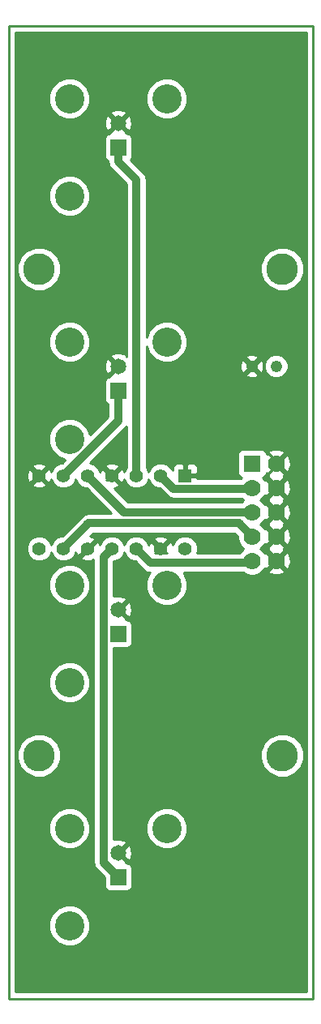
<source format=gbl>
G04 (created by PCBNEW-RS274X (20100406 SVN-R2509)-final) date Thu 17 Jun 2010 02:36:26 PM PDT*
G01*
G70*
G90*
%MOIN*%
G04 Gerber Fmt 3.4, Leading zero omitted, Abs format*
%FSLAX34Y34*%
G04 APERTURE LIST*
%ADD10C,0.001000*%
%ADD11C,0.009000*%
%ADD12C,0.120000*%
%ADD13R,0.065000X0.065000*%
%ADD14C,0.065000*%
%ADD15R,0.055000X0.055000*%
%ADD16C,0.055000*%
%ADD17C,0.049000*%
%ADD18R,0.070000X0.070000*%
%ADD19C,0.070000*%
%ADD20C,0.130000*%
%ADD21C,0.032000*%
%ADD22C,0.010000*%
G04 APERTURE END LIST*
G54D10*
G54D11*
X62750Y-22000D02*
X50250Y-22000D01*
X62750Y-62000D02*
X62750Y-22000D01*
X50250Y-62000D02*
X62750Y-62000D01*
X50250Y-22000D02*
X50250Y-62000D01*
G54D12*
X52750Y-55000D03*
X52750Y-59000D03*
G54D13*
X54750Y-57000D03*
G54D14*
X54750Y-56000D03*
G54D12*
X56750Y-55000D03*
X52750Y-45000D03*
X52750Y-49000D03*
G54D13*
X54750Y-47000D03*
G54D14*
X54750Y-46000D03*
G54D12*
X56750Y-45000D03*
X52750Y-35000D03*
X52750Y-39000D03*
G54D13*
X54750Y-37000D03*
G54D14*
X54750Y-36000D03*
G54D12*
X56750Y-35000D03*
X52750Y-25000D03*
X52750Y-29000D03*
G54D13*
X54750Y-27000D03*
G54D14*
X54750Y-26000D03*
G54D12*
X56750Y-25000D03*
G54D15*
X57500Y-40500D03*
G54D16*
X56500Y-40500D03*
X55500Y-40500D03*
X54500Y-40500D03*
X53500Y-40500D03*
X52500Y-40500D03*
X51500Y-40500D03*
X51500Y-43500D03*
X52500Y-43500D03*
X53500Y-43500D03*
X54500Y-43500D03*
X55500Y-43500D03*
X56500Y-43500D03*
X57500Y-43500D03*
G54D17*
X61250Y-36000D03*
X60250Y-36000D03*
G54D18*
X60250Y-40000D03*
G54D19*
X61250Y-40000D03*
X60250Y-41000D03*
X61250Y-41000D03*
X60250Y-42000D03*
X61250Y-42000D03*
X60250Y-43000D03*
X61250Y-43000D03*
X60250Y-44000D03*
X61250Y-44000D03*
G54D20*
X51500Y-32000D03*
X61500Y-32000D03*
X51500Y-52000D03*
X61500Y-52000D03*
G54D21*
X55500Y-28338D02*
X54750Y-27588D01*
X55500Y-40500D02*
X55500Y-28338D01*
X54750Y-27000D02*
X54750Y-27588D01*
X54750Y-38250D02*
X54750Y-37000D01*
X52500Y-40500D02*
X54750Y-38250D01*
X54150Y-56400D02*
X54750Y-57000D01*
X54150Y-43850D02*
X54150Y-56400D01*
X54500Y-43500D02*
X54150Y-43850D01*
X57039Y-41039D02*
X56500Y-40500D01*
X60211Y-41039D02*
X57039Y-41039D01*
X60250Y-41000D02*
X60211Y-41039D01*
X55000Y-42000D02*
X53500Y-40500D01*
X60250Y-42000D02*
X55000Y-42000D01*
X53539Y-42461D02*
X52500Y-43500D01*
X59711Y-42461D02*
X53539Y-42461D01*
X60250Y-43000D02*
X59711Y-42461D01*
X56087Y-44087D02*
X55500Y-43500D01*
X60163Y-44087D02*
X56087Y-44087D01*
X60250Y-44000D02*
X60163Y-44087D01*
G54D22*
X50525Y-22275D02*
X62475Y-22275D01*
X50525Y-22355D02*
X62475Y-22355D01*
X50525Y-22435D02*
X62475Y-22435D01*
X50525Y-22515D02*
X62475Y-22515D01*
X50525Y-22595D02*
X62475Y-22595D01*
X50525Y-22675D02*
X62475Y-22675D01*
X50525Y-22755D02*
X62475Y-22755D01*
X50525Y-22835D02*
X62475Y-22835D01*
X50525Y-22915D02*
X62475Y-22915D01*
X50525Y-22995D02*
X62475Y-22995D01*
X50525Y-23075D02*
X62475Y-23075D01*
X50525Y-23155D02*
X62475Y-23155D01*
X50525Y-23235D02*
X62475Y-23235D01*
X50525Y-23315D02*
X62475Y-23315D01*
X50525Y-23395D02*
X62475Y-23395D01*
X50525Y-23475D02*
X62475Y-23475D01*
X50525Y-23555D02*
X62475Y-23555D01*
X50525Y-23635D02*
X62475Y-23635D01*
X50525Y-23715D02*
X62475Y-23715D01*
X50525Y-23795D02*
X62475Y-23795D01*
X50525Y-23875D02*
X62475Y-23875D01*
X50525Y-23955D02*
X62475Y-23955D01*
X50525Y-24035D02*
X62475Y-24035D01*
X50525Y-24115D02*
X62475Y-24115D01*
X50525Y-24195D02*
X52474Y-24195D01*
X53028Y-24195D02*
X56474Y-24195D01*
X57028Y-24195D02*
X62475Y-24195D01*
X50525Y-24275D02*
X52280Y-24275D01*
X53220Y-24275D02*
X56280Y-24275D01*
X57220Y-24275D02*
X62475Y-24275D01*
X50525Y-24355D02*
X52194Y-24355D01*
X53307Y-24355D02*
X56194Y-24355D01*
X57307Y-24355D02*
X62475Y-24355D01*
X50525Y-24435D02*
X52114Y-24435D01*
X53387Y-24435D02*
X56114Y-24435D01*
X57387Y-24435D02*
X62475Y-24435D01*
X50525Y-24515D02*
X52034Y-24515D01*
X53467Y-24515D02*
X56034Y-24515D01*
X57467Y-24515D02*
X62475Y-24515D01*
X50525Y-24595D02*
X51998Y-24595D01*
X53503Y-24595D02*
X55998Y-24595D01*
X57503Y-24595D02*
X62475Y-24595D01*
X50525Y-24675D02*
X51965Y-24675D01*
X53536Y-24675D02*
X55965Y-24675D01*
X57536Y-24675D02*
X62475Y-24675D01*
X50525Y-24755D02*
X51932Y-24755D01*
X53569Y-24755D02*
X55932Y-24755D01*
X57569Y-24755D02*
X62475Y-24755D01*
X50525Y-24835D02*
X51900Y-24835D01*
X53600Y-24835D02*
X55900Y-24835D01*
X57600Y-24835D02*
X62475Y-24835D01*
X50525Y-24915D02*
X51900Y-24915D01*
X53600Y-24915D02*
X55900Y-24915D01*
X57600Y-24915D02*
X62475Y-24915D01*
X50525Y-24995D02*
X51900Y-24995D01*
X53600Y-24995D02*
X55900Y-24995D01*
X57600Y-24995D02*
X62475Y-24995D01*
X50525Y-25075D02*
X51900Y-25075D01*
X53600Y-25075D02*
X55900Y-25075D01*
X57600Y-25075D02*
X62475Y-25075D01*
X50525Y-25155D02*
X51900Y-25155D01*
X53600Y-25155D02*
X55900Y-25155D01*
X57600Y-25155D02*
X62475Y-25155D01*
X50525Y-25235D02*
X51927Y-25235D01*
X53572Y-25235D02*
X55927Y-25235D01*
X57572Y-25235D02*
X62475Y-25235D01*
X50525Y-25315D02*
X51960Y-25315D01*
X53539Y-25315D02*
X55960Y-25315D01*
X57539Y-25315D02*
X62475Y-25315D01*
X50525Y-25395D02*
X51993Y-25395D01*
X53506Y-25395D02*
X55993Y-25395D01*
X57506Y-25395D02*
X62475Y-25395D01*
X50525Y-25475D02*
X52026Y-25475D01*
X53472Y-25475D02*
X54535Y-25475D01*
X54954Y-25475D02*
X56026Y-25475D01*
X57472Y-25475D02*
X62475Y-25475D01*
X50525Y-25555D02*
X52103Y-25555D01*
X53396Y-25555D02*
X54440Y-25555D01*
X55061Y-25555D02*
X56103Y-25555D01*
X57396Y-25555D02*
X62475Y-25555D01*
X50525Y-25635D02*
X52183Y-25635D01*
X53316Y-25635D02*
X54456Y-25635D01*
X55044Y-25635D02*
X56183Y-25635D01*
X57316Y-25635D02*
X62475Y-25635D01*
X50525Y-25715D02*
X52263Y-25715D01*
X53236Y-25715D02*
X54255Y-25715D01*
X54394Y-25715D02*
X54536Y-25715D01*
X54964Y-25715D02*
X55106Y-25715D01*
X55247Y-25715D02*
X56263Y-25715D01*
X57236Y-25715D02*
X62475Y-25715D01*
X50525Y-25795D02*
X52448Y-25795D01*
X53051Y-25795D02*
X54226Y-25795D01*
X54474Y-25795D02*
X54616Y-25795D01*
X54884Y-25795D02*
X55026Y-25795D01*
X55280Y-25795D02*
X56448Y-25795D01*
X57051Y-25795D02*
X62475Y-25795D01*
X50525Y-25875D02*
X54197Y-25875D01*
X54554Y-25875D02*
X54696Y-25875D01*
X54804Y-25875D02*
X54946Y-25875D01*
X55307Y-25875D02*
X62475Y-25875D01*
X50525Y-25955D02*
X54184Y-25955D01*
X54634Y-25955D02*
X54866Y-25955D01*
X55312Y-25955D02*
X62475Y-25955D01*
X50525Y-26035D02*
X54188Y-26035D01*
X54644Y-26035D02*
X54856Y-26035D01*
X55316Y-26035D02*
X62475Y-26035D01*
X50525Y-26115D02*
X54192Y-26115D01*
X54564Y-26115D02*
X54706Y-26115D01*
X54794Y-26115D02*
X54936Y-26115D01*
X55306Y-26115D02*
X62475Y-26115D01*
X50525Y-26195D02*
X54216Y-26195D01*
X54484Y-26195D02*
X54626Y-26195D01*
X54874Y-26195D02*
X55016Y-26195D01*
X55278Y-26195D02*
X62475Y-26195D01*
X50525Y-26275D02*
X54249Y-26275D01*
X54404Y-26275D02*
X54546Y-26275D01*
X54954Y-26275D02*
X55096Y-26275D01*
X55249Y-26275D02*
X62475Y-26275D01*
X50525Y-26355D02*
X54466Y-26355D01*
X55034Y-26355D02*
X62475Y-26355D01*
X50525Y-26435D02*
X54354Y-26435D01*
X55149Y-26435D02*
X62475Y-26435D01*
X50525Y-26515D02*
X54233Y-26515D01*
X55267Y-26515D02*
X62475Y-26515D01*
X50525Y-26595D02*
X54189Y-26595D01*
X55312Y-26595D02*
X62475Y-26595D01*
X50525Y-26675D02*
X54176Y-26675D01*
X55324Y-26675D02*
X62475Y-26675D01*
X50525Y-26755D02*
X54176Y-26755D01*
X55324Y-26755D02*
X62475Y-26755D01*
X50525Y-26835D02*
X54176Y-26835D01*
X55324Y-26835D02*
X62475Y-26835D01*
X50525Y-26915D02*
X54176Y-26915D01*
X55324Y-26915D02*
X62475Y-26915D01*
X50525Y-26995D02*
X54176Y-26995D01*
X55324Y-26995D02*
X62475Y-26995D01*
X50525Y-27075D02*
X54176Y-27075D01*
X55324Y-27075D02*
X62475Y-27075D01*
X50525Y-27155D02*
X54176Y-27155D01*
X55324Y-27155D02*
X62475Y-27155D01*
X50525Y-27235D02*
X54176Y-27235D01*
X55324Y-27235D02*
X62475Y-27235D01*
X50525Y-27315D02*
X54176Y-27315D01*
X55324Y-27315D02*
X62475Y-27315D01*
X50525Y-27395D02*
X54184Y-27395D01*
X55315Y-27395D02*
X62475Y-27395D01*
X50525Y-27475D02*
X54223Y-27475D01*
X55276Y-27475D02*
X62475Y-27475D01*
X50525Y-27555D02*
X54330Y-27555D01*
X55296Y-27555D02*
X62475Y-27555D01*
X50525Y-27635D02*
X54349Y-27635D01*
X55376Y-27635D02*
X62475Y-27635D01*
X50525Y-27715D02*
X54365Y-27715D01*
X55456Y-27715D02*
X62475Y-27715D01*
X50525Y-27795D02*
X54404Y-27795D01*
X55536Y-27795D02*
X62475Y-27795D01*
X50525Y-27875D02*
X54457Y-27875D01*
X55616Y-27875D02*
X62475Y-27875D01*
X50525Y-27955D02*
X54537Y-27955D01*
X55696Y-27955D02*
X62475Y-27955D01*
X50525Y-28035D02*
X54617Y-28035D01*
X55776Y-28035D02*
X62475Y-28035D01*
X50525Y-28115D02*
X54697Y-28115D01*
X55835Y-28115D02*
X62475Y-28115D01*
X50525Y-28195D02*
X52472Y-28195D01*
X53028Y-28195D02*
X54777Y-28195D01*
X55882Y-28195D02*
X62475Y-28195D01*
X50525Y-28275D02*
X52280Y-28275D01*
X53220Y-28275D02*
X54857Y-28275D01*
X55898Y-28275D02*
X62475Y-28275D01*
X50525Y-28355D02*
X52194Y-28355D01*
X53307Y-28355D02*
X54937Y-28355D01*
X55910Y-28355D02*
X62475Y-28355D01*
X50525Y-28435D02*
X52114Y-28435D01*
X53387Y-28435D02*
X55017Y-28435D01*
X55910Y-28435D02*
X62475Y-28435D01*
X50525Y-28515D02*
X52034Y-28515D01*
X53467Y-28515D02*
X55090Y-28515D01*
X55910Y-28515D02*
X62475Y-28515D01*
X50525Y-28595D02*
X51998Y-28595D01*
X53503Y-28595D02*
X55090Y-28595D01*
X55910Y-28595D02*
X62475Y-28595D01*
X50525Y-28675D02*
X51965Y-28675D01*
X53536Y-28675D02*
X55090Y-28675D01*
X55910Y-28675D02*
X62475Y-28675D01*
X50525Y-28755D02*
X51932Y-28755D01*
X53569Y-28755D02*
X55090Y-28755D01*
X55910Y-28755D02*
X62475Y-28755D01*
X50525Y-28835D02*
X51900Y-28835D01*
X53600Y-28835D02*
X55090Y-28835D01*
X55910Y-28835D02*
X62475Y-28835D01*
X50525Y-28915D02*
X51900Y-28915D01*
X53600Y-28915D02*
X55090Y-28915D01*
X55910Y-28915D02*
X62475Y-28915D01*
X50525Y-28995D02*
X51900Y-28995D01*
X53600Y-28995D02*
X55090Y-28995D01*
X55910Y-28995D02*
X62475Y-28995D01*
X50525Y-29075D02*
X51900Y-29075D01*
X53600Y-29075D02*
X55090Y-29075D01*
X55910Y-29075D02*
X62475Y-29075D01*
X50525Y-29155D02*
X51900Y-29155D01*
X53600Y-29155D02*
X55090Y-29155D01*
X55910Y-29155D02*
X62475Y-29155D01*
X50525Y-29235D02*
X51927Y-29235D01*
X53572Y-29235D02*
X55090Y-29235D01*
X55910Y-29235D02*
X62475Y-29235D01*
X50525Y-29315D02*
X51960Y-29315D01*
X53539Y-29315D02*
X55090Y-29315D01*
X55910Y-29315D02*
X62475Y-29315D01*
X50525Y-29395D02*
X51993Y-29395D01*
X53506Y-29395D02*
X55090Y-29395D01*
X55910Y-29395D02*
X62475Y-29395D01*
X50525Y-29475D02*
X52026Y-29475D01*
X53472Y-29475D02*
X55090Y-29475D01*
X55910Y-29475D02*
X62475Y-29475D01*
X50525Y-29555D02*
X52103Y-29555D01*
X53396Y-29555D02*
X55090Y-29555D01*
X55910Y-29555D02*
X62475Y-29555D01*
X50525Y-29635D02*
X52183Y-29635D01*
X53316Y-29635D02*
X55090Y-29635D01*
X55910Y-29635D02*
X62475Y-29635D01*
X50525Y-29715D02*
X52263Y-29715D01*
X53236Y-29715D02*
X55090Y-29715D01*
X55910Y-29715D02*
X62475Y-29715D01*
X50525Y-29795D02*
X52448Y-29795D01*
X53051Y-29795D02*
X55090Y-29795D01*
X55910Y-29795D02*
X62475Y-29795D01*
X50525Y-29875D02*
X55090Y-29875D01*
X55910Y-29875D02*
X62475Y-29875D01*
X50525Y-29955D02*
X55090Y-29955D01*
X55910Y-29955D02*
X62475Y-29955D01*
X50525Y-30035D02*
X55090Y-30035D01*
X55910Y-30035D02*
X62475Y-30035D01*
X50525Y-30115D02*
X55090Y-30115D01*
X55910Y-30115D02*
X62475Y-30115D01*
X50525Y-30195D02*
X55090Y-30195D01*
X55910Y-30195D02*
X62475Y-30195D01*
X50525Y-30275D02*
X55090Y-30275D01*
X55910Y-30275D02*
X62475Y-30275D01*
X50525Y-30355D02*
X55090Y-30355D01*
X55910Y-30355D02*
X62475Y-30355D01*
X50525Y-30435D02*
X55090Y-30435D01*
X55910Y-30435D02*
X62475Y-30435D01*
X50525Y-30515D02*
X55090Y-30515D01*
X55910Y-30515D02*
X62475Y-30515D01*
X50525Y-30595D02*
X55090Y-30595D01*
X55910Y-30595D02*
X62475Y-30595D01*
X50525Y-30675D02*
X55090Y-30675D01*
X55910Y-30675D02*
X62475Y-30675D01*
X50525Y-30755D02*
X55090Y-30755D01*
X55910Y-30755D02*
X62475Y-30755D01*
X50525Y-30835D02*
X55090Y-30835D01*
X55910Y-30835D02*
X62475Y-30835D01*
X50525Y-30915D02*
X55090Y-30915D01*
X55910Y-30915D02*
X62475Y-30915D01*
X50525Y-30995D02*
X55090Y-30995D01*
X55910Y-30995D02*
X62475Y-30995D01*
X50525Y-31075D02*
X55090Y-31075D01*
X55910Y-31075D02*
X62475Y-31075D01*
X50525Y-31155D02*
X51190Y-31155D01*
X51812Y-31155D02*
X55090Y-31155D01*
X55910Y-31155D02*
X61190Y-31155D01*
X61812Y-31155D02*
X62475Y-31155D01*
X50525Y-31235D02*
X50996Y-31235D01*
X52004Y-31235D02*
X55090Y-31235D01*
X55910Y-31235D02*
X60996Y-31235D01*
X62004Y-31235D02*
X62475Y-31235D01*
X50525Y-31315D02*
X50913Y-31315D01*
X52088Y-31315D02*
X55090Y-31315D01*
X55910Y-31315D02*
X60913Y-31315D01*
X62088Y-31315D02*
X62475Y-31315D01*
X50525Y-31395D02*
X50833Y-31395D01*
X52168Y-31395D02*
X55090Y-31395D01*
X55910Y-31395D02*
X60833Y-31395D01*
X62168Y-31395D02*
X62475Y-31395D01*
X50525Y-31475D02*
X50753Y-31475D01*
X52248Y-31475D02*
X55090Y-31475D01*
X55910Y-31475D02*
X60753Y-31475D01*
X62248Y-31475D02*
X62475Y-31475D01*
X50525Y-31555D02*
X50711Y-31555D01*
X52290Y-31555D02*
X55090Y-31555D01*
X55910Y-31555D02*
X60711Y-31555D01*
X62290Y-31555D02*
X62475Y-31555D01*
X50525Y-31635D02*
X50678Y-31635D01*
X52323Y-31635D02*
X55090Y-31635D01*
X55910Y-31635D02*
X60678Y-31635D01*
X62323Y-31635D02*
X62475Y-31635D01*
X50525Y-31715D02*
X50644Y-31715D01*
X52356Y-31715D02*
X55090Y-31715D01*
X55910Y-31715D02*
X60644Y-31715D01*
X62356Y-31715D02*
X62475Y-31715D01*
X50525Y-31795D02*
X50611Y-31795D01*
X52389Y-31795D02*
X55090Y-31795D01*
X55910Y-31795D02*
X60611Y-31795D01*
X62389Y-31795D02*
X62475Y-31795D01*
X50525Y-31875D02*
X50600Y-31875D01*
X52400Y-31875D02*
X55090Y-31875D01*
X55910Y-31875D02*
X60600Y-31875D01*
X62400Y-31875D02*
X62475Y-31875D01*
X50525Y-31955D02*
X50600Y-31955D01*
X52400Y-31955D02*
X55090Y-31955D01*
X55910Y-31955D02*
X60600Y-31955D01*
X62400Y-31955D02*
X62475Y-31955D01*
X50525Y-32035D02*
X50600Y-32035D01*
X52400Y-32035D02*
X55090Y-32035D01*
X55910Y-32035D02*
X60600Y-32035D01*
X62400Y-32035D02*
X62475Y-32035D01*
X50525Y-32115D02*
X50600Y-32115D01*
X52400Y-32115D02*
X55090Y-32115D01*
X55910Y-32115D02*
X60600Y-32115D01*
X62400Y-32115D02*
X62475Y-32115D01*
X50525Y-32195D02*
X50607Y-32195D01*
X52393Y-32195D02*
X55090Y-32195D01*
X55910Y-32195D02*
X60607Y-32195D01*
X62393Y-32195D02*
X62475Y-32195D01*
X50525Y-32275D02*
X50640Y-32275D01*
X52360Y-32275D02*
X55090Y-32275D01*
X55910Y-32275D02*
X60640Y-32275D01*
X62360Y-32275D02*
X62475Y-32275D01*
X50525Y-32355D02*
X50673Y-32355D01*
X52327Y-32355D02*
X55090Y-32355D01*
X55910Y-32355D02*
X60673Y-32355D01*
X62327Y-32355D02*
X62475Y-32355D01*
X50525Y-32435D02*
X50706Y-32435D01*
X52293Y-32435D02*
X55090Y-32435D01*
X55910Y-32435D02*
X60706Y-32435D01*
X62293Y-32435D02*
X62475Y-32435D01*
X50525Y-32515D02*
X50742Y-32515D01*
X52257Y-32515D02*
X55090Y-32515D01*
X55910Y-32515D02*
X60742Y-32515D01*
X62257Y-32515D02*
X62475Y-32515D01*
X50525Y-32595D02*
X50822Y-32595D01*
X52177Y-32595D02*
X55090Y-32595D01*
X55910Y-32595D02*
X60822Y-32595D01*
X62177Y-32595D02*
X62475Y-32595D01*
X50525Y-32675D02*
X50902Y-32675D01*
X52097Y-32675D02*
X55090Y-32675D01*
X55910Y-32675D02*
X60902Y-32675D01*
X62097Y-32675D02*
X62475Y-32675D01*
X50525Y-32755D02*
X50982Y-32755D01*
X52017Y-32755D02*
X55090Y-32755D01*
X55910Y-32755D02*
X60982Y-32755D01*
X62017Y-32755D02*
X62475Y-32755D01*
X50525Y-32835D02*
X51164Y-32835D01*
X51835Y-32835D02*
X55090Y-32835D01*
X55910Y-32835D02*
X61164Y-32835D01*
X61835Y-32835D02*
X62475Y-32835D01*
X50525Y-32915D02*
X55090Y-32915D01*
X55910Y-32915D02*
X62475Y-32915D01*
X50525Y-32995D02*
X55090Y-32995D01*
X55910Y-32995D02*
X62475Y-32995D01*
X50525Y-33075D02*
X55090Y-33075D01*
X55910Y-33075D02*
X62475Y-33075D01*
X50525Y-33155D02*
X55090Y-33155D01*
X55910Y-33155D02*
X62475Y-33155D01*
X50525Y-33235D02*
X55090Y-33235D01*
X55910Y-33235D02*
X62475Y-33235D01*
X50525Y-33315D02*
X55090Y-33315D01*
X55910Y-33315D02*
X62475Y-33315D01*
X50525Y-33395D02*
X55090Y-33395D01*
X55910Y-33395D02*
X62475Y-33395D01*
X50525Y-33475D02*
X55090Y-33475D01*
X55910Y-33475D02*
X62475Y-33475D01*
X50525Y-33555D02*
X55090Y-33555D01*
X55910Y-33555D02*
X62475Y-33555D01*
X50525Y-33635D02*
X55090Y-33635D01*
X55910Y-33635D02*
X62475Y-33635D01*
X50525Y-33715D02*
X55090Y-33715D01*
X55910Y-33715D02*
X62475Y-33715D01*
X50525Y-33795D02*
X55090Y-33795D01*
X55910Y-33795D02*
X62475Y-33795D01*
X50525Y-33875D02*
X55090Y-33875D01*
X55910Y-33875D02*
X62475Y-33875D01*
X50525Y-33955D02*
X55090Y-33955D01*
X55910Y-33955D02*
X62475Y-33955D01*
X50525Y-34035D02*
X55090Y-34035D01*
X55910Y-34035D02*
X62475Y-34035D01*
X50525Y-34115D02*
X55090Y-34115D01*
X55910Y-34115D02*
X62475Y-34115D01*
X50525Y-34195D02*
X52472Y-34195D01*
X53028Y-34195D02*
X55090Y-34195D01*
X55910Y-34195D02*
X56472Y-34195D01*
X57028Y-34195D02*
X62475Y-34195D01*
X50525Y-34275D02*
X52280Y-34275D01*
X53220Y-34275D02*
X55090Y-34275D01*
X55910Y-34275D02*
X56280Y-34275D01*
X57220Y-34275D02*
X62475Y-34275D01*
X50525Y-34355D02*
X52194Y-34355D01*
X53307Y-34355D02*
X55090Y-34355D01*
X55910Y-34355D02*
X56194Y-34355D01*
X57307Y-34355D02*
X62475Y-34355D01*
X50525Y-34435D02*
X52114Y-34435D01*
X53387Y-34435D02*
X55090Y-34435D01*
X55910Y-34435D02*
X56114Y-34435D01*
X57387Y-34435D02*
X62475Y-34435D01*
X50525Y-34515D02*
X52034Y-34515D01*
X53467Y-34515D02*
X55090Y-34515D01*
X55910Y-34515D02*
X56034Y-34515D01*
X57467Y-34515D02*
X62475Y-34515D01*
X50525Y-34595D02*
X51998Y-34595D01*
X53503Y-34595D02*
X55090Y-34595D01*
X55910Y-34595D02*
X55998Y-34595D01*
X57503Y-34595D02*
X62475Y-34595D01*
X50525Y-34675D02*
X51965Y-34675D01*
X53536Y-34675D02*
X55090Y-34675D01*
X55910Y-34675D02*
X55965Y-34675D01*
X57536Y-34675D02*
X62475Y-34675D01*
X50525Y-34755D02*
X51932Y-34755D01*
X53569Y-34755D02*
X55090Y-34755D01*
X55910Y-34755D02*
X55932Y-34755D01*
X57569Y-34755D02*
X62475Y-34755D01*
X50525Y-34835D02*
X51900Y-34835D01*
X53600Y-34835D02*
X55090Y-34835D01*
X57600Y-34835D02*
X62475Y-34835D01*
X50525Y-34915D02*
X51900Y-34915D01*
X53600Y-34915D02*
X55090Y-34915D01*
X57600Y-34915D02*
X62475Y-34915D01*
X50525Y-34995D02*
X51900Y-34995D01*
X53600Y-34995D02*
X55090Y-34995D01*
X57600Y-34995D02*
X62475Y-34995D01*
X50525Y-35075D02*
X51900Y-35075D01*
X53600Y-35075D02*
X55090Y-35075D01*
X57600Y-35075D02*
X62475Y-35075D01*
X50525Y-35155D02*
X51900Y-35155D01*
X53600Y-35155D02*
X55090Y-35155D01*
X57600Y-35155D02*
X62475Y-35155D01*
X50525Y-35235D02*
X51927Y-35235D01*
X53572Y-35235D02*
X55090Y-35235D01*
X55910Y-35235D02*
X55927Y-35235D01*
X57572Y-35235D02*
X62475Y-35235D01*
X50525Y-35315D02*
X51960Y-35315D01*
X53539Y-35315D02*
X55090Y-35315D01*
X55910Y-35315D02*
X55960Y-35315D01*
X57539Y-35315D02*
X62475Y-35315D01*
X50525Y-35395D02*
X51993Y-35395D01*
X53506Y-35395D02*
X55090Y-35395D01*
X55910Y-35395D02*
X55993Y-35395D01*
X57506Y-35395D02*
X62475Y-35395D01*
X50525Y-35475D02*
X52026Y-35475D01*
X53472Y-35475D02*
X54535Y-35475D01*
X54954Y-35475D02*
X55090Y-35475D01*
X55910Y-35475D02*
X56026Y-35475D01*
X57472Y-35475D02*
X62475Y-35475D01*
X50525Y-35555D02*
X52103Y-35555D01*
X53396Y-35555D02*
X54440Y-35555D01*
X55061Y-35555D02*
X55090Y-35555D01*
X55910Y-35555D02*
X56103Y-35555D01*
X57396Y-35555D02*
X60045Y-35555D01*
X60446Y-35555D02*
X61034Y-35555D01*
X61468Y-35555D02*
X62475Y-35555D01*
X50525Y-35635D02*
X52183Y-35635D01*
X53316Y-35635D02*
X54456Y-35635D01*
X55910Y-35635D02*
X56183Y-35635D01*
X57316Y-35635D02*
X59987Y-35635D01*
X60514Y-35635D02*
X60916Y-35635D01*
X61584Y-35635D02*
X62475Y-35635D01*
X50525Y-35715D02*
X52263Y-35715D01*
X53236Y-35715D02*
X54255Y-35715D01*
X54394Y-35715D02*
X54536Y-35715D01*
X55910Y-35715D02*
X56263Y-35715D01*
X57236Y-35715D02*
X60035Y-35715D01*
X60464Y-35715D02*
X60836Y-35715D01*
X61664Y-35715D02*
X62475Y-35715D01*
X50525Y-35795D02*
X52448Y-35795D01*
X53051Y-35795D02*
X54226Y-35795D01*
X54474Y-35795D02*
X54616Y-35795D01*
X55910Y-35795D02*
X56448Y-35795D01*
X57051Y-35795D02*
X59809Y-35795D01*
X59975Y-35795D02*
X60115Y-35795D01*
X60384Y-35795D02*
X60526Y-35795D01*
X60696Y-35795D02*
X60800Y-35795D01*
X61700Y-35795D02*
X62475Y-35795D01*
X50525Y-35875D02*
X54197Y-35875D01*
X54554Y-35875D02*
X54696Y-35875D01*
X55910Y-35875D02*
X59781Y-35875D01*
X60055Y-35875D02*
X60195Y-35875D01*
X60304Y-35875D02*
X60446Y-35875D01*
X60729Y-35875D02*
X60767Y-35875D01*
X61733Y-35875D02*
X62475Y-35875D01*
X50525Y-35955D02*
X54184Y-35955D01*
X54634Y-35955D02*
X54776Y-35955D01*
X55910Y-35955D02*
X59762Y-35955D01*
X60135Y-35955D02*
X60366Y-35955D01*
X60733Y-35955D02*
X60756Y-35955D01*
X61744Y-35955D02*
X62475Y-35955D01*
X50525Y-36035D02*
X54188Y-36035D01*
X54644Y-36035D02*
X54786Y-36035D01*
X55910Y-36035D02*
X59766Y-36035D01*
X60144Y-36035D02*
X60355Y-36035D01*
X60738Y-36035D02*
X60756Y-36035D01*
X61744Y-36035D02*
X62475Y-36035D01*
X50525Y-36115D02*
X54192Y-36115D01*
X54564Y-36115D02*
X54706Y-36115D01*
X55910Y-36115D02*
X59771Y-36115D01*
X60064Y-36115D02*
X60206Y-36115D01*
X60295Y-36115D02*
X60435Y-36115D01*
X60722Y-36115D02*
X60763Y-36115D01*
X61737Y-36115D02*
X62475Y-36115D01*
X50525Y-36195D02*
X54216Y-36195D01*
X54484Y-36195D02*
X54626Y-36195D01*
X55910Y-36195D02*
X59800Y-36195D01*
X59984Y-36195D02*
X60126Y-36195D01*
X60375Y-36195D02*
X60515Y-36195D01*
X60695Y-36195D02*
X60795Y-36195D01*
X61704Y-36195D02*
X62475Y-36195D01*
X50525Y-36275D02*
X54249Y-36275D01*
X54404Y-36275D02*
X54546Y-36275D01*
X55910Y-36275D02*
X60046Y-36275D01*
X60455Y-36275D02*
X60828Y-36275D01*
X61671Y-36275D02*
X62475Y-36275D01*
X50525Y-36355D02*
X54466Y-36355D01*
X55910Y-36355D02*
X59984Y-36355D01*
X60515Y-36355D02*
X60906Y-36355D01*
X61594Y-36355D02*
X62475Y-36355D01*
X50525Y-36435D02*
X54354Y-36435D01*
X55910Y-36435D02*
X60024Y-36435D01*
X60479Y-36435D02*
X61008Y-36435D01*
X61491Y-36435D02*
X62475Y-36435D01*
X50525Y-36515D02*
X54233Y-36515D01*
X55910Y-36515D02*
X62475Y-36515D01*
X50525Y-36595D02*
X54189Y-36595D01*
X55910Y-36595D02*
X62475Y-36595D01*
X50525Y-36675D02*
X54176Y-36675D01*
X55910Y-36675D02*
X62475Y-36675D01*
X50525Y-36755D02*
X54176Y-36755D01*
X55910Y-36755D02*
X62475Y-36755D01*
X50525Y-36835D02*
X54176Y-36835D01*
X55910Y-36835D02*
X62475Y-36835D01*
X50525Y-36915D02*
X54176Y-36915D01*
X55910Y-36915D02*
X62475Y-36915D01*
X50525Y-36995D02*
X54176Y-36995D01*
X55910Y-36995D02*
X62475Y-36995D01*
X50525Y-37075D02*
X54176Y-37075D01*
X55910Y-37075D02*
X62475Y-37075D01*
X50525Y-37155D02*
X54176Y-37155D01*
X55910Y-37155D02*
X62475Y-37155D01*
X50525Y-37235D02*
X54176Y-37235D01*
X55910Y-37235D02*
X62475Y-37235D01*
X50525Y-37315D02*
X54176Y-37315D01*
X55910Y-37315D02*
X62475Y-37315D01*
X50525Y-37395D02*
X54184Y-37395D01*
X55910Y-37395D02*
X62475Y-37395D01*
X50525Y-37475D02*
X54223Y-37475D01*
X55910Y-37475D02*
X62475Y-37475D01*
X50525Y-37555D02*
X54330Y-37555D01*
X55910Y-37555D02*
X62475Y-37555D01*
X50525Y-37635D02*
X54340Y-37635D01*
X55910Y-37635D02*
X62475Y-37635D01*
X50525Y-37715D02*
X54340Y-37715D01*
X55910Y-37715D02*
X62475Y-37715D01*
X50525Y-37795D02*
X54340Y-37795D01*
X55910Y-37795D02*
X62475Y-37795D01*
X50525Y-37875D02*
X54340Y-37875D01*
X55910Y-37875D02*
X62475Y-37875D01*
X50525Y-37955D02*
X54340Y-37955D01*
X55910Y-37955D02*
X62475Y-37955D01*
X50525Y-38035D02*
X54340Y-38035D01*
X55910Y-38035D02*
X62475Y-38035D01*
X50525Y-38115D02*
X54305Y-38115D01*
X55910Y-38115D02*
X62475Y-38115D01*
X50525Y-38195D02*
X52472Y-38195D01*
X53028Y-38195D02*
X54225Y-38195D01*
X55910Y-38195D02*
X62475Y-38195D01*
X50525Y-38275D02*
X52280Y-38275D01*
X53220Y-38275D02*
X54145Y-38275D01*
X55910Y-38275D02*
X62475Y-38275D01*
X50525Y-38355D02*
X52194Y-38355D01*
X53307Y-38355D02*
X54065Y-38355D01*
X55910Y-38355D02*
X62475Y-38355D01*
X50525Y-38435D02*
X52114Y-38435D01*
X53387Y-38435D02*
X53985Y-38435D01*
X55910Y-38435D02*
X62475Y-38435D01*
X50525Y-38515D02*
X52034Y-38515D01*
X53467Y-38515D02*
X53905Y-38515D01*
X55910Y-38515D02*
X62475Y-38515D01*
X50525Y-38595D02*
X51998Y-38595D01*
X53502Y-38595D02*
X53825Y-38595D01*
X55910Y-38595D02*
X62475Y-38595D01*
X50525Y-38675D02*
X51965Y-38675D01*
X53535Y-38675D02*
X53745Y-38675D01*
X55910Y-38675D02*
X62475Y-38675D01*
X50525Y-38755D02*
X51932Y-38755D01*
X53568Y-38755D02*
X53665Y-38755D01*
X55910Y-38755D02*
X62475Y-38755D01*
X50525Y-38835D02*
X51900Y-38835D01*
X55910Y-38835D02*
X62475Y-38835D01*
X50525Y-38915D02*
X51900Y-38915D01*
X55910Y-38915D02*
X62475Y-38915D01*
X50525Y-38995D02*
X51900Y-38995D01*
X55910Y-38995D02*
X62475Y-38995D01*
X50525Y-39075D02*
X51900Y-39075D01*
X55910Y-39075D02*
X62475Y-39075D01*
X50525Y-39155D02*
X51900Y-39155D01*
X55910Y-39155D02*
X62475Y-39155D01*
X50525Y-39235D02*
X51927Y-39235D01*
X55910Y-39235D02*
X62475Y-39235D01*
X50525Y-39315D02*
X51960Y-39315D01*
X55910Y-39315D02*
X62475Y-39315D01*
X50525Y-39395D02*
X51993Y-39395D01*
X55910Y-39395D02*
X62475Y-39395D01*
X50525Y-39475D02*
X52026Y-39475D01*
X55910Y-39475D02*
X59723Y-39475D01*
X60777Y-39475D02*
X60969Y-39475D01*
X61528Y-39475D02*
X62475Y-39475D01*
X50525Y-39555D02*
X52103Y-39555D01*
X55910Y-39555D02*
X59670Y-39555D01*
X60830Y-39555D02*
X60918Y-39555D01*
X61583Y-39555D02*
X62475Y-39555D01*
X50525Y-39635D02*
X52183Y-39635D01*
X55910Y-39635D02*
X59651Y-39635D01*
X60956Y-39635D02*
X60956Y-39635D01*
X61543Y-39635D02*
X62475Y-39635D01*
X50525Y-39715D02*
X52263Y-39715D01*
X55910Y-39715D02*
X59651Y-39715D01*
X61036Y-39715D02*
X61036Y-39715D01*
X61463Y-39715D02*
X61606Y-39715D01*
X61774Y-39715D02*
X62475Y-39715D01*
X50525Y-39795D02*
X52447Y-39795D01*
X55910Y-39795D02*
X59651Y-39795D01*
X61116Y-39795D02*
X61116Y-39795D01*
X61382Y-39795D02*
X61526Y-39795D01*
X61807Y-39795D02*
X62475Y-39795D01*
X50525Y-39875D02*
X52544Y-39875D01*
X55910Y-39875D02*
X59651Y-39875D01*
X61196Y-39875D02*
X61196Y-39875D01*
X61302Y-39875D02*
X61446Y-39875D01*
X61833Y-39875D02*
X62475Y-39875D01*
X50525Y-39955D02*
X52464Y-39955D01*
X55910Y-39955D02*
X59651Y-39955D01*
X61222Y-39955D02*
X61366Y-39955D01*
X61837Y-39955D02*
X62475Y-39955D01*
X50525Y-40035D02*
X51265Y-40035D01*
X51730Y-40035D02*
X52252Y-40035D01*
X55910Y-40035D02*
X56252Y-40035D01*
X56750Y-40035D02*
X57063Y-40035D01*
X57448Y-40035D02*
X57552Y-40035D01*
X57937Y-40035D02*
X59651Y-40035D01*
X61214Y-40035D02*
X61356Y-40035D01*
X61841Y-40035D02*
X62475Y-40035D01*
X50525Y-40115D02*
X51217Y-40115D01*
X51784Y-40115D02*
X52143Y-40115D01*
X55910Y-40115D02*
X56143Y-40115D01*
X56858Y-40115D02*
X57002Y-40115D01*
X57450Y-40115D02*
X57550Y-40115D01*
X57999Y-40115D02*
X59651Y-40115D01*
X61205Y-40115D02*
X61206Y-40115D01*
X61294Y-40115D02*
X61436Y-40115D01*
X61834Y-40115D02*
X62475Y-40115D01*
X50525Y-40195D02*
X51266Y-40195D01*
X51734Y-40195D02*
X52063Y-40195D01*
X55938Y-40195D02*
X56063Y-40195D01*
X56938Y-40195D02*
X56976Y-40195D01*
X57450Y-40195D02*
X57550Y-40195D01*
X58024Y-40195D02*
X59651Y-40195D01*
X61125Y-40195D02*
X61126Y-40195D01*
X61374Y-40195D02*
X61516Y-40195D01*
X61805Y-40195D02*
X62475Y-40195D01*
X50525Y-40275D02*
X51034Y-40275D01*
X51204Y-40275D02*
X51346Y-40275D01*
X51654Y-40275D02*
X51796Y-40275D01*
X51969Y-40275D02*
X52025Y-40275D01*
X55975Y-40275D02*
X56025Y-40275D01*
X56975Y-40275D02*
X56976Y-40275D01*
X57450Y-40275D02*
X57550Y-40275D01*
X58025Y-40275D02*
X59651Y-40275D01*
X61045Y-40275D02*
X61046Y-40275D01*
X61454Y-40275D02*
X61596Y-40275D01*
X61775Y-40275D02*
X62475Y-40275D01*
X50525Y-40355D02*
X51006Y-40355D01*
X51284Y-40355D02*
X51426Y-40355D01*
X51574Y-40355D02*
X51716Y-40355D01*
X57450Y-40355D02*
X57550Y-40355D01*
X58025Y-40355D02*
X59651Y-40355D01*
X60965Y-40355D02*
X60966Y-40355D01*
X61534Y-40355D02*
X62475Y-40355D01*
X50525Y-40435D02*
X50981Y-40435D01*
X51364Y-40435D02*
X51636Y-40435D01*
X57450Y-40435D02*
X57550Y-40435D01*
X57978Y-40435D02*
X59665Y-40435D01*
X60834Y-40435D02*
X60913Y-40435D01*
X61585Y-40435D02*
X62475Y-40435D01*
X50525Y-40515D02*
X50985Y-40515D01*
X51414Y-40515D02*
X51586Y-40515D01*
X57450Y-40515D02*
X59713Y-40515D01*
X60787Y-40515D02*
X60931Y-40515D01*
X61570Y-40515D02*
X62475Y-40515D01*
X50525Y-40595D02*
X50990Y-40595D01*
X51334Y-40595D02*
X51476Y-40595D01*
X51524Y-40595D02*
X51666Y-40595D01*
X58008Y-40595D02*
X59808Y-40595D01*
X60692Y-40595D02*
X60916Y-40595D01*
X61584Y-40595D02*
X62475Y-40595D01*
X50525Y-40675D02*
X51010Y-40675D01*
X51254Y-40675D02*
X51396Y-40675D01*
X51604Y-40675D02*
X51746Y-40675D01*
X51983Y-40675D02*
X52004Y-40675D01*
X52995Y-40675D02*
X53004Y-40675D01*
X60764Y-40675D02*
X60781Y-40675D01*
X60854Y-40675D02*
X60996Y-40675D01*
X61504Y-40675D02*
X61646Y-40675D01*
X61718Y-40675D02*
X62475Y-40675D01*
X50525Y-40755D02*
X51043Y-40755D01*
X51174Y-40755D02*
X51316Y-40755D01*
X51684Y-40755D02*
X51826Y-40755D01*
X51956Y-40755D02*
X52037Y-40755D01*
X52962Y-40755D02*
X53037Y-40755D01*
X60934Y-40755D02*
X61076Y-40755D01*
X61424Y-40755D02*
X61566Y-40755D01*
X61791Y-40755D02*
X62475Y-40755D01*
X50525Y-40835D02*
X51236Y-40835D01*
X51764Y-40835D02*
X52092Y-40835D01*
X52907Y-40835D02*
X53092Y-40835D01*
X61014Y-40835D02*
X61156Y-40835D01*
X61344Y-40835D02*
X61486Y-40835D01*
X61824Y-40835D02*
X62475Y-40835D01*
X50525Y-40915D02*
X51223Y-40915D01*
X51776Y-40915D02*
X52172Y-40915D01*
X52827Y-40915D02*
X53172Y-40915D01*
X61094Y-40915D02*
X61236Y-40915D01*
X61264Y-40915D02*
X61406Y-40915D01*
X61835Y-40915D02*
X62475Y-40915D01*
X50525Y-40995D02*
X51357Y-40995D01*
X51661Y-40995D02*
X52322Y-40995D01*
X52676Y-40995D02*
X53322Y-40995D01*
X61174Y-40995D02*
X61326Y-40995D01*
X61839Y-40995D02*
X62475Y-40995D01*
X50525Y-41075D02*
X53495Y-41075D01*
X61104Y-41075D02*
X61246Y-41075D01*
X61254Y-41075D02*
X61396Y-41075D01*
X61843Y-41075D02*
X62475Y-41075D01*
X50525Y-41155D02*
X53575Y-41155D01*
X61024Y-41155D02*
X61166Y-41155D01*
X61334Y-41155D02*
X61476Y-41155D01*
X61819Y-41155D02*
X62475Y-41155D01*
X50525Y-41235D02*
X53655Y-41235D01*
X60944Y-41235D02*
X61086Y-41235D01*
X61414Y-41235D02*
X61556Y-41235D01*
X61790Y-41235D02*
X62475Y-41235D01*
X50525Y-41315D02*
X53735Y-41315D01*
X60864Y-41315D02*
X61006Y-41315D01*
X61494Y-41315D02*
X61636Y-41315D01*
X61748Y-41315D02*
X62475Y-41315D01*
X50525Y-41395D02*
X53815Y-41395D01*
X60701Y-41395D02*
X60926Y-41395D01*
X61574Y-41395D02*
X62475Y-41395D01*
X50525Y-41475D02*
X53895Y-41475D01*
X60620Y-41475D02*
X60926Y-41475D01*
X61572Y-41475D02*
X62475Y-41475D01*
X50525Y-41555D02*
X53975Y-41555D01*
X60652Y-41555D02*
X60918Y-41555D01*
X61583Y-41555D02*
X62475Y-41555D01*
X50525Y-41635D02*
X54055Y-41635D01*
X60732Y-41635D02*
X60956Y-41635D01*
X61544Y-41635D02*
X62475Y-41635D01*
X50525Y-41715D02*
X54135Y-41715D01*
X60894Y-41715D02*
X61036Y-41715D01*
X61464Y-41715D02*
X61606Y-41715D01*
X61774Y-41715D02*
X62475Y-41715D01*
X50525Y-41795D02*
X54215Y-41795D01*
X60974Y-41795D02*
X61116Y-41795D01*
X61384Y-41795D02*
X61526Y-41795D01*
X61807Y-41795D02*
X62475Y-41795D01*
X50525Y-41875D02*
X54295Y-41875D01*
X61054Y-41875D02*
X61196Y-41875D01*
X61304Y-41875D02*
X61446Y-41875D01*
X61833Y-41875D02*
X62475Y-41875D01*
X50525Y-41955D02*
X54375Y-41955D01*
X61134Y-41955D02*
X61366Y-41955D01*
X61837Y-41955D02*
X62475Y-41955D01*
X50525Y-42035D02*
X54455Y-42035D01*
X61144Y-42035D02*
X61356Y-42035D01*
X61841Y-42035D02*
X62475Y-42035D01*
X50525Y-42115D02*
X53332Y-42115D01*
X61064Y-42115D02*
X61206Y-42115D01*
X61294Y-42115D02*
X61436Y-42115D01*
X61834Y-42115D02*
X62475Y-42115D01*
X50525Y-42195D02*
X53223Y-42195D01*
X60984Y-42195D02*
X61126Y-42195D01*
X61374Y-42195D02*
X61516Y-42195D01*
X61805Y-42195D02*
X62475Y-42195D01*
X50525Y-42275D02*
X53143Y-42275D01*
X60904Y-42275D02*
X61046Y-42275D01*
X61454Y-42275D02*
X61596Y-42275D01*
X61775Y-42275D02*
X62475Y-42275D01*
X50525Y-42355D02*
X53063Y-42355D01*
X60741Y-42355D02*
X60966Y-42355D01*
X61534Y-42355D02*
X62475Y-42355D01*
X50525Y-42435D02*
X52983Y-42435D01*
X60660Y-42435D02*
X60913Y-42435D01*
X61585Y-42435D02*
X62475Y-42435D01*
X50525Y-42515D02*
X52903Y-42515D01*
X60612Y-42515D02*
X60930Y-42515D01*
X61570Y-42515D02*
X62475Y-42515D01*
X50525Y-42595D02*
X52823Y-42595D01*
X60692Y-42595D02*
X60916Y-42595D01*
X61584Y-42595D02*
X62475Y-42595D01*
X50525Y-42675D02*
X52743Y-42675D01*
X60764Y-42675D02*
X60781Y-42675D01*
X60854Y-42675D02*
X60996Y-42675D01*
X61504Y-42675D02*
X61646Y-42675D01*
X61718Y-42675D02*
X62475Y-42675D01*
X50525Y-42755D02*
X52663Y-42755D01*
X60934Y-42755D02*
X61076Y-42755D01*
X61424Y-42755D02*
X61566Y-42755D01*
X61791Y-42755D02*
X62475Y-42755D01*
X50525Y-42835D02*
X52583Y-42835D01*
X61014Y-42835D02*
X61156Y-42835D01*
X61344Y-42835D02*
X61486Y-42835D01*
X61824Y-42835D02*
X62475Y-42835D01*
X50525Y-42915D02*
X52503Y-42915D01*
X53664Y-42915D02*
X59584Y-42915D01*
X61094Y-42915D02*
X61236Y-42915D01*
X61264Y-42915D02*
X61406Y-42915D01*
X61835Y-42915D02*
X62475Y-42915D01*
X50525Y-42995D02*
X51347Y-42995D01*
X51654Y-42995D02*
X52348Y-42995D01*
X53615Y-42995D02*
X54348Y-42995D01*
X54654Y-42995D02*
X55348Y-42995D01*
X55654Y-42995D02*
X56363Y-42995D01*
X56615Y-42995D02*
X57348Y-42995D01*
X57654Y-42995D02*
X59651Y-42995D01*
X61174Y-42995D02*
X61326Y-42995D01*
X61839Y-42995D02*
X62475Y-42995D01*
X50525Y-43075D02*
X51183Y-43075D01*
X51818Y-43075D02*
X52183Y-43075D01*
X53774Y-43075D02*
X54183Y-43075D01*
X54818Y-43075D02*
X55183Y-43075D01*
X55818Y-43075D02*
X56227Y-43075D01*
X56774Y-43075D02*
X57183Y-43075D01*
X57818Y-43075D02*
X59651Y-43075D01*
X61104Y-43075D02*
X61246Y-43075D01*
X61254Y-43075D02*
X61396Y-43075D01*
X61843Y-43075D02*
X62475Y-43075D01*
X50525Y-43155D02*
X51102Y-43155D01*
X51898Y-43155D02*
X52103Y-43155D01*
X53774Y-43155D02*
X54103Y-43155D01*
X54898Y-43155D02*
X55103Y-43155D01*
X55898Y-43155D02*
X56226Y-43155D01*
X56774Y-43155D02*
X57103Y-43155D01*
X57898Y-43155D02*
X59665Y-43155D01*
X61024Y-43155D02*
X61166Y-43155D01*
X61334Y-43155D02*
X61476Y-43155D01*
X61819Y-43155D02*
X62475Y-43155D01*
X50525Y-43235D02*
X51042Y-43235D01*
X51959Y-43235D02*
X52042Y-43235D01*
X53694Y-43235D02*
X53836Y-43235D01*
X53953Y-43235D02*
X54042Y-43235D01*
X54959Y-43235D02*
X55042Y-43235D01*
X55959Y-43235D02*
X56048Y-43235D01*
X56164Y-43235D02*
X56306Y-43235D01*
X56694Y-43235D02*
X56836Y-43235D01*
X56953Y-43235D02*
X57042Y-43235D01*
X57959Y-43235D02*
X59698Y-43235D01*
X60944Y-43235D02*
X61086Y-43235D01*
X61414Y-43235D02*
X61556Y-43235D01*
X61790Y-43235D02*
X62475Y-43235D01*
X50525Y-43315D02*
X51009Y-43315D01*
X51991Y-43315D02*
X52008Y-43315D01*
X53614Y-43315D02*
X53756Y-43315D01*
X53986Y-43315D02*
X54008Y-43315D01*
X54991Y-43315D02*
X55008Y-43315D01*
X55992Y-43315D02*
X56019Y-43315D01*
X56244Y-43315D02*
X56386Y-43315D01*
X56614Y-43315D02*
X56756Y-43315D01*
X56986Y-43315D02*
X57008Y-43315D01*
X57992Y-43315D02*
X59732Y-43315D01*
X60864Y-43315D02*
X61006Y-43315D01*
X61494Y-43315D02*
X61636Y-43315D01*
X61748Y-43315D02*
X62475Y-43315D01*
X50525Y-43395D02*
X50975Y-43395D01*
X53534Y-43395D02*
X53676Y-43395D01*
X56324Y-43395D02*
X56466Y-43395D01*
X56534Y-43395D02*
X56676Y-43395D01*
X58025Y-43395D02*
X59798Y-43395D01*
X60701Y-43395D02*
X60926Y-43395D01*
X61574Y-43395D02*
X62475Y-43395D01*
X50525Y-43475D02*
X50975Y-43475D01*
X53454Y-43475D02*
X53596Y-43475D01*
X56404Y-43475D02*
X56596Y-43475D01*
X58025Y-43475D02*
X59878Y-43475D01*
X60620Y-43475D02*
X60927Y-43475D01*
X61572Y-43475D02*
X62475Y-43475D01*
X50525Y-43555D02*
X50975Y-43555D01*
X53374Y-43555D02*
X53516Y-43555D01*
X56373Y-43555D02*
X56626Y-43555D01*
X58025Y-43555D02*
X59847Y-43555D01*
X60652Y-43555D02*
X60917Y-43555D01*
X61583Y-43555D02*
X62475Y-43555D01*
X50525Y-43635D02*
X50987Y-43635D01*
X53294Y-43635D02*
X53436Y-43635D01*
X56293Y-43635D02*
X56436Y-43635D01*
X56564Y-43635D02*
X56706Y-43635D01*
X58012Y-43635D02*
X59768Y-43635D01*
X60732Y-43635D02*
X60956Y-43635D01*
X61544Y-43635D02*
X62475Y-43635D01*
X50525Y-43715D02*
X51021Y-43715D01*
X51979Y-43715D02*
X52021Y-43715D01*
X52979Y-43715D02*
X53026Y-43715D01*
X53214Y-43715D02*
X53356Y-43715D01*
X54979Y-43715D02*
X55021Y-43715D01*
X60894Y-43715D02*
X61036Y-43715D01*
X61464Y-43715D02*
X61606Y-43715D01*
X61774Y-43715D02*
X62475Y-43715D01*
X50525Y-43795D02*
X51054Y-43795D01*
X51946Y-43795D02*
X52054Y-43795D01*
X52946Y-43795D02*
X53276Y-43795D01*
X54946Y-43795D02*
X55054Y-43795D01*
X60974Y-43795D02*
X61116Y-43795D01*
X61384Y-43795D02*
X61526Y-43795D01*
X61807Y-43795D02*
X62475Y-43795D01*
X50525Y-43875D02*
X51132Y-43875D01*
X51867Y-43875D02*
X52132Y-43875D01*
X52867Y-43875D02*
X53213Y-43875D01*
X54867Y-43875D02*
X55132Y-43875D01*
X61054Y-43875D02*
X61196Y-43875D01*
X61304Y-43875D02*
X61446Y-43875D01*
X61833Y-43875D02*
X62475Y-43875D01*
X50525Y-43955D02*
X51226Y-43955D01*
X51772Y-43955D02*
X52226Y-43955D01*
X52772Y-43955D02*
X53241Y-43955D01*
X54772Y-43955D02*
X55226Y-43955D01*
X61134Y-43955D02*
X61366Y-43955D01*
X61837Y-43955D02*
X62475Y-43955D01*
X50525Y-44035D02*
X53740Y-44035D01*
X54560Y-44035D02*
X55454Y-44035D01*
X61144Y-44035D02*
X61356Y-44035D01*
X61841Y-44035D02*
X62475Y-44035D01*
X50525Y-44115D02*
X53740Y-44115D01*
X54560Y-44115D02*
X55534Y-44115D01*
X61064Y-44115D02*
X61206Y-44115D01*
X61294Y-44115D02*
X61436Y-44115D01*
X61834Y-44115D02*
X62475Y-44115D01*
X50525Y-44195D02*
X52474Y-44195D01*
X53028Y-44195D02*
X53740Y-44195D01*
X54560Y-44195D02*
X55614Y-44195D01*
X60984Y-44195D02*
X61126Y-44195D01*
X61374Y-44195D02*
X61516Y-44195D01*
X61805Y-44195D02*
X62475Y-44195D01*
X50525Y-44275D02*
X52280Y-44275D01*
X53220Y-44275D02*
X53740Y-44275D01*
X54560Y-44275D02*
X55694Y-44275D01*
X60904Y-44275D02*
X61046Y-44275D01*
X61454Y-44275D02*
X61596Y-44275D01*
X61775Y-44275D02*
X62475Y-44275D01*
X50525Y-44355D02*
X52194Y-44355D01*
X53307Y-44355D02*
X53740Y-44355D01*
X54560Y-44355D02*
X55774Y-44355D01*
X60742Y-44355D02*
X60966Y-44355D01*
X61534Y-44355D02*
X62475Y-44355D01*
X50525Y-44435D02*
X52114Y-44435D01*
X53387Y-44435D02*
X53740Y-44435D01*
X54560Y-44435D02*
X55883Y-44435D01*
X60662Y-44435D02*
X60914Y-44435D01*
X61586Y-44435D02*
X62475Y-44435D01*
X50525Y-44515D02*
X52034Y-44515D01*
X53467Y-44515D02*
X53740Y-44515D01*
X54560Y-44515D02*
X56033Y-44515D01*
X57466Y-44515D02*
X59927Y-44515D01*
X60572Y-44515D02*
X60945Y-44515D01*
X61555Y-44515D02*
X62475Y-44515D01*
X50525Y-44595D02*
X51998Y-44595D01*
X53503Y-44595D02*
X53740Y-44595D01*
X54560Y-44595D02*
X55998Y-44595D01*
X57503Y-44595D02*
X60121Y-44595D01*
X60378Y-44595D02*
X62475Y-44595D01*
X50525Y-44675D02*
X51965Y-44675D01*
X53536Y-44675D02*
X53740Y-44675D01*
X54560Y-44675D02*
X55965Y-44675D01*
X57536Y-44675D02*
X62475Y-44675D01*
X50525Y-44755D02*
X51932Y-44755D01*
X53569Y-44755D02*
X53740Y-44755D01*
X54560Y-44755D02*
X55932Y-44755D01*
X57569Y-44755D02*
X62475Y-44755D01*
X50525Y-44835D02*
X51900Y-44835D01*
X53600Y-44835D02*
X53740Y-44835D01*
X54560Y-44835D02*
X55900Y-44835D01*
X57600Y-44835D02*
X62475Y-44835D01*
X50525Y-44915D02*
X51900Y-44915D01*
X53600Y-44915D02*
X53740Y-44915D01*
X54560Y-44915D02*
X55900Y-44915D01*
X57600Y-44915D02*
X62475Y-44915D01*
X50525Y-44995D02*
X51900Y-44995D01*
X53600Y-44995D02*
X53740Y-44995D01*
X54560Y-44995D02*
X55900Y-44995D01*
X57600Y-44995D02*
X62475Y-44995D01*
X50525Y-45075D02*
X51900Y-45075D01*
X53600Y-45075D02*
X53740Y-45075D01*
X54560Y-45075D02*
X55900Y-45075D01*
X57600Y-45075D02*
X62475Y-45075D01*
X50525Y-45155D02*
X51900Y-45155D01*
X53600Y-45155D02*
X53740Y-45155D01*
X54560Y-45155D02*
X55900Y-45155D01*
X57600Y-45155D02*
X62475Y-45155D01*
X50525Y-45235D02*
X51927Y-45235D01*
X53572Y-45235D02*
X53740Y-45235D01*
X54560Y-45235D02*
X55927Y-45235D01*
X57572Y-45235D02*
X62475Y-45235D01*
X50525Y-45315D02*
X51960Y-45315D01*
X53539Y-45315D02*
X53740Y-45315D01*
X54560Y-45315D02*
X55960Y-45315D01*
X57539Y-45315D02*
X62475Y-45315D01*
X50525Y-45395D02*
X51993Y-45395D01*
X53506Y-45395D02*
X53740Y-45395D01*
X54560Y-45395D02*
X55993Y-45395D01*
X57506Y-45395D02*
X62475Y-45395D01*
X50525Y-45475D02*
X52026Y-45475D01*
X53472Y-45475D02*
X53740Y-45475D01*
X54954Y-45475D02*
X56026Y-45475D01*
X57472Y-45475D02*
X62475Y-45475D01*
X50525Y-45555D02*
X52103Y-45555D01*
X53396Y-45555D02*
X53740Y-45555D01*
X55061Y-45555D02*
X56103Y-45555D01*
X57396Y-45555D02*
X62475Y-45555D01*
X50525Y-45635D02*
X52183Y-45635D01*
X53316Y-45635D02*
X53740Y-45635D01*
X55044Y-45635D02*
X56183Y-45635D01*
X57316Y-45635D02*
X62475Y-45635D01*
X50525Y-45715D02*
X52263Y-45715D01*
X53236Y-45715D02*
X53740Y-45715D01*
X54964Y-45715D02*
X55106Y-45715D01*
X55247Y-45715D02*
X56263Y-45715D01*
X57236Y-45715D02*
X62475Y-45715D01*
X50525Y-45795D02*
X52448Y-45795D01*
X53051Y-45795D02*
X53740Y-45795D01*
X54884Y-45795D02*
X55026Y-45795D01*
X55280Y-45795D02*
X56448Y-45795D01*
X57051Y-45795D02*
X62475Y-45795D01*
X50525Y-45875D02*
X53740Y-45875D01*
X54804Y-45875D02*
X54946Y-45875D01*
X55307Y-45875D02*
X62475Y-45875D01*
X50525Y-45955D02*
X53740Y-45955D01*
X54724Y-45955D02*
X54866Y-45955D01*
X55312Y-45955D02*
X62475Y-45955D01*
X50525Y-46035D02*
X53740Y-46035D01*
X54714Y-46035D02*
X54856Y-46035D01*
X55316Y-46035D02*
X62475Y-46035D01*
X50525Y-46115D02*
X53740Y-46115D01*
X54794Y-46115D02*
X54936Y-46115D01*
X55306Y-46115D02*
X62475Y-46115D01*
X50525Y-46195D02*
X53740Y-46195D01*
X54874Y-46195D02*
X55016Y-46195D01*
X55278Y-46195D02*
X62475Y-46195D01*
X50525Y-46275D02*
X53740Y-46275D01*
X54954Y-46275D02*
X55096Y-46275D01*
X55249Y-46275D02*
X62475Y-46275D01*
X50525Y-46355D02*
X53740Y-46355D01*
X55034Y-46355D02*
X62475Y-46355D01*
X50525Y-46435D02*
X53740Y-46435D01*
X55149Y-46435D02*
X62475Y-46435D01*
X50525Y-46515D02*
X53740Y-46515D01*
X55267Y-46515D02*
X62475Y-46515D01*
X50525Y-46595D02*
X53740Y-46595D01*
X55312Y-46595D02*
X62475Y-46595D01*
X50525Y-46675D02*
X53740Y-46675D01*
X55324Y-46675D02*
X62475Y-46675D01*
X50525Y-46755D02*
X53740Y-46755D01*
X55324Y-46755D02*
X62475Y-46755D01*
X50525Y-46835D02*
X53740Y-46835D01*
X55324Y-46835D02*
X62475Y-46835D01*
X50525Y-46915D02*
X53740Y-46915D01*
X55324Y-46915D02*
X62475Y-46915D01*
X50525Y-46995D02*
X53740Y-46995D01*
X55324Y-46995D02*
X62475Y-46995D01*
X50525Y-47075D02*
X53740Y-47075D01*
X55324Y-47075D02*
X62475Y-47075D01*
X50525Y-47155D02*
X53740Y-47155D01*
X55324Y-47155D02*
X62475Y-47155D01*
X50525Y-47235D02*
X53740Y-47235D01*
X55324Y-47235D02*
X62475Y-47235D01*
X50525Y-47315D02*
X53740Y-47315D01*
X55324Y-47315D02*
X62475Y-47315D01*
X50525Y-47395D02*
X53740Y-47395D01*
X55315Y-47395D02*
X62475Y-47395D01*
X50525Y-47475D02*
X53740Y-47475D01*
X55277Y-47475D02*
X62475Y-47475D01*
X50525Y-47555D02*
X53740Y-47555D01*
X55170Y-47555D02*
X62475Y-47555D01*
X50525Y-47635D02*
X53740Y-47635D01*
X54560Y-47635D02*
X62475Y-47635D01*
X50525Y-47715D02*
X53740Y-47715D01*
X54560Y-47715D02*
X62475Y-47715D01*
X50525Y-47795D02*
X53740Y-47795D01*
X54560Y-47795D02*
X62475Y-47795D01*
X50525Y-47875D02*
X53740Y-47875D01*
X54560Y-47875D02*
X62475Y-47875D01*
X50525Y-47955D02*
X53740Y-47955D01*
X54560Y-47955D02*
X62475Y-47955D01*
X50525Y-48035D02*
X53740Y-48035D01*
X54560Y-48035D02*
X62475Y-48035D01*
X50525Y-48115D02*
X53740Y-48115D01*
X54560Y-48115D02*
X62475Y-48115D01*
X50525Y-48195D02*
X52472Y-48195D01*
X53028Y-48195D02*
X53740Y-48195D01*
X54560Y-48195D02*
X62475Y-48195D01*
X50525Y-48275D02*
X52280Y-48275D01*
X53220Y-48275D02*
X53740Y-48275D01*
X54560Y-48275D02*
X62475Y-48275D01*
X50525Y-48355D02*
X52194Y-48355D01*
X53307Y-48355D02*
X53740Y-48355D01*
X54560Y-48355D02*
X62475Y-48355D01*
X50525Y-48435D02*
X52114Y-48435D01*
X53387Y-48435D02*
X53740Y-48435D01*
X54560Y-48435D02*
X62475Y-48435D01*
X50525Y-48515D02*
X52034Y-48515D01*
X53467Y-48515D02*
X53740Y-48515D01*
X54560Y-48515D02*
X62475Y-48515D01*
X50525Y-48595D02*
X51998Y-48595D01*
X53503Y-48595D02*
X53740Y-48595D01*
X54560Y-48595D02*
X62475Y-48595D01*
X50525Y-48675D02*
X51965Y-48675D01*
X53536Y-48675D02*
X53740Y-48675D01*
X54560Y-48675D02*
X62475Y-48675D01*
X50525Y-48755D02*
X51932Y-48755D01*
X53569Y-48755D02*
X53740Y-48755D01*
X54560Y-48755D02*
X62475Y-48755D01*
X50525Y-48835D02*
X51900Y-48835D01*
X53600Y-48835D02*
X53740Y-48835D01*
X54560Y-48835D02*
X62475Y-48835D01*
X50525Y-48915D02*
X51900Y-48915D01*
X53600Y-48915D02*
X53740Y-48915D01*
X54560Y-48915D02*
X62475Y-48915D01*
X50525Y-48995D02*
X51900Y-48995D01*
X53600Y-48995D02*
X53740Y-48995D01*
X54560Y-48995D02*
X62475Y-48995D01*
X50525Y-49075D02*
X51900Y-49075D01*
X53600Y-49075D02*
X53740Y-49075D01*
X54560Y-49075D02*
X62475Y-49075D01*
X50525Y-49155D02*
X51900Y-49155D01*
X53600Y-49155D02*
X53740Y-49155D01*
X54560Y-49155D02*
X62475Y-49155D01*
X50525Y-49235D02*
X51927Y-49235D01*
X53572Y-49235D02*
X53740Y-49235D01*
X54560Y-49235D02*
X62475Y-49235D01*
X50525Y-49315D02*
X51960Y-49315D01*
X53539Y-49315D02*
X53740Y-49315D01*
X54560Y-49315D02*
X62475Y-49315D01*
X50525Y-49395D02*
X51993Y-49395D01*
X53506Y-49395D02*
X53740Y-49395D01*
X54560Y-49395D02*
X62475Y-49395D01*
X50525Y-49475D02*
X52026Y-49475D01*
X53472Y-49475D02*
X53740Y-49475D01*
X54560Y-49475D02*
X62475Y-49475D01*
X50525Y-49555D02*
X52103Y-49555D01*
X53396Y-49555D02*
X53740Y-49555D01*
X54560Y-49555D02*
X62475Y-49555D01*
X50525Y-49635D02*
X52183Y-49635D01*
X53316Y-49635D02*
X53740Y-49635D01*
X54560Y-49635D02*
X62475Y-49635D01*
X50525Y-49715D02*
X52263Y-49715D01*
X53236Y-49715D02*
X53740Y-49715D01*
X54560Y-49715D02*
X62475Y-49715D01*
X50525Y-49795D02*
X52448Y-49795D01*
X53051Y-49795D02*
X53740Y-49795D01*
X54560Y-49795D02*
X62475Y-49795D01*
X50525Y-49875D02*
X53740Y-49875D01*
X54560Y-49875D02*
X62475Y-49875D01*
X50525Y-49955D02*
X53740Y-49955D01*
X54560Y-49955D02*
X62475Y-49955D01*
X50525Y-50035D02*
X53740Y-50035D01*
X54560Y-50035D02*
X62475Y-50035D01*
X50525Y-50115D02*
X53740Y-50115D01*
X54560Y-50115D02*
X62475Y-50115D01*
X50525Y-50195D02*
X53740Y-50195D01*
X54560Y-50195D02*
X62475Y-50195D01*
X50525Y-50275D02*
X53740Y-50275D01*
X54560Y-50275D02*
X62475Y-50275D01*
X50525Y-50355D02*
X53740Y-50355D01*
X54560Y-50355D02*
X62475Y-50355D01*
X50525Y-50435D02*
X53740Y-50435D01*
X54560Y-50435D02*
X62475Y-50435D01*
X50525Y-50515D02*
X53740Y-50515D01*
X54560Y-50515D02*
X62475Y-50515D01*
X50525Y-50595D02*
X53740Y-50595D01*
X54560Y-50595D02*
X62475Y-50595D01*
X50525Y-50675D02*
X53740Y-50675D01*
X54560Y-50675D02*
X62475Y-50675D01*
X50525Y-50755D02*
X53740Y-50755D01*
X54560Y-50755D02*
X62475Y-50755D01*
X50525Y-50835D02*
X53740Y-50835D01*
X54560Y-50835D02*
X62475Y-50835D01*
X50525Y-50915D02*
X53740Y-50915D01*
X54560Y-50915D02*
X62475Y-50915D01*
X50525Y-50995D02*
X53740Y-50995D01*
X54560Y-50995D02*
X62475Y-50995D01*
X50525Y-51075D02*
X53740Y-51075D01*
X54560Y-51075D02*
X62475Y-51075D01*
X50525Y-51155D02*
X51190Y-51155D01*
X51812Y-51155D02*
X53740Y-51155D01*
X54560Y-51155D02*
X61187Y-51155D01*
X61812Y-51155D02*
X62475Y-51155D01*
X50525Y-51235D02*
X50996Y-51235D01*
X52004Y-51235D02*
X53740Y-51235D01*
X54560Y-51235D02*
X60996Y-51235D01*
X62004Y-51235D02*
X62475Y-51235D01*
X50525Y-51315D02*
X50913Y-51315D01*
X52088Y-51315D02*
X53740Y-51315D01*
X54560Y-51315D02*
X60913Y-51315D01*
X62088Y-51315D02*
X62475Y-51315D01*
X50525Y-51395D02*
X50833Y-51395D01*
X52168Y-51395D02*
X53740Y-51395D01*
X54560Y-51395D02*
X60833Y-51395D01*
X62168Y-51395D02*
X62475Y-51395D01*
X50525Y-51475D02*
X50753Y-51475D01*
X52248Y-51475D02*
X53740Y-51475D01*
X54560Y-51475D02*
X60753Y-51475D01*
X62248Y-51475D02*
X62475Y-51475D01*
X50525Y-51555D02*
X50711Y-51555D01*
X52290Y-51555D02*
X53740Y-51555D01*
X54560Y-51555D02*
X60711Y-51555D01*
X62290Y-51555D02*
X62475Y-51555D01*
X50525Y-51635D02*
X50678Y-51635D01*
X52323Y-51635D02*
X53740Y-51635D01*
X54560Y-51635D02*
X60678Y-51635D01*
X62323Y-51635D02*
X62475Y-51635D01*
X50525Y-51715D02*
X50644Y-51715D01*
X52356Y-51715D02*
X53740Y-51715D01*
X54560Y-51715D02*
X60644Y-51715D01*
X62356Y-51715D02*
X62475Y-51715D01*
X50525Y-51795D02*
X50611Y-51795D01*
X52389Y-51795D02*
X53740Y-51795D01*
X54560Y-51795D02*
X60611Y-51795D01*
X62389Y-51795D02*
X62475Y-51795D01*
X50525Y-51875D02*
X50600Y-51875D01*
X52400Y-51875D02*
X53740Y-51875D01*
X54560Y-51875D02*
X60600Y-51875D01*
X62400Y-51875D02*
X62475Y-51875D01*
X50525Y-51955D02*
X50600Y-51955D01*
X52400Y-51955D02*
X53740Y-51955D01*
X54560Y-51955D02*
X60600Y-51955D01*
X62400Y-51955D02*
X62475Y-51955D01*
X50525Y-52035D02*
X50600Y-52035D01*
X52400Y-52035D02*
X53740Y-52035D01*
X54560Y-52035D02*
X60600Y-52035D01*
X62400Y-52035D02*
X62475Y-52035D01*
X50525Y-52115D02*
X50600Y-52115D01*
X52400Y-52115D02*
X53740Y-52115D01*
X54560Y-52115D02*
X60600Y-52115D01*
X62400Y-52115D02*
X62475Y-52115D01*
X50525Y-52195D02*
X50607Y-52195D01*
X52393Y-52195D02*
X53740Y-52195D01*
X54560Y-52195D02*
X60607Y-52195D01*
X62393Y-52195D02*
X62475Y-52195D01*
X50525Y-52275D02*
X50640Y-52275D01*
X52360Y-52275D02*
X53740Y-52275D01*
X54560Y-52275D02*
X60640Y-52275D01*
X62360Y-52275D02*
X62475Y-52275D01*
X50525Y-52355D02*
X50673Y-52355D01*
X52327Y-52355D02*
X53740Y-52355D01*
X54560Y-52355D02*
X60673Y-52355D01*
X62327Y-52355D02*
X62475Y-52355D01*
X50525Y-52435D02*
X50706Y-52435D01*
X52293Y-52435D02*
X53740Y-52435D01*
X54560Y-52435D02*
X60706Y-52435D01*
X62293Y-52435D02*
X62475Y-52435D01*
X50525Y-52515D02*
X50742Y-52515D01*
X52257Y-52515D02*
X53740Y-52515D01*
X54560Y-52515D02*
X60742Y-52515D01*
X62257Y-52515D02*
X62475Y-52515D01*
X50525Y-52595D02*
X50822Y-52595D01*
X52177Y-52595D02*
X53740Y-52595D01*
X54560Y-52595D02*
X60822Y-52595D01*
X62177Y-52595D02*
X62475Y-52595D01*
X50525Y-52675D02*
X50902Y-52675D01*
X52097Y-52675D02*
X53740Y-52675D01*
X54560Y-52675D02*
X60902Y-52675D01*
X62097Y-52675D02*
X62475Y-52675D01*
X50525Y-52755D02*
X50982Y-52755D01*
X52017Y-52755D02*
X53740Y-52755D01*
X54560Y-52755D02*
X60982Y-52755D01*
X62017Y-52755D02*
X62475Y-52755D01*
X50525Y-52835D02*
X51164Y-52835D01*
X51835Y-52835D02*
X53740Y-52835D01*
X54560Y-52835D02*
X61164Y-52835D01*
X61835Y-52835D02*
X62475Y-52835D01*
X50525Y-52915D02*
X53740Y-52915D01*
X54560Y-52915D02*
X62475Y-52915D01*
X50525Y-52995D02*
X53740Y-52995D01*
X54560Y-52995D02*
X62475Y-52995D01*
X50525Y-53075D02*
X53740Y-53075D01*
X54560Y-53075D02*
X62475Y-53075D01*
X50525Y-53155D02*
X53740Y-53155D01*
X54560Y-53155D02*
X62475Y-53155D01*
X50525Y-53235D02*
X53740Y-53235D01*
X54560Y-53235D02*
X62475Y-53235D01*
X50525Y-53315D02*
X53740Y-53315D01*
X54560Y-53315D02*
X62475Y-53315D01*
X50525Y-53395D02*
X53740Y-53395D01*
X54560Y-53395D02*
X62475Y-53395D01*
X50525Y-53475D02*
X53740Y-53475D01*
X54560Y-53475D02*
X62475Y-53475D01*
X50525Y-53555D02*
X53740Y-53555D01*
X54560Y-53555D02*
X62475Y-53555D01*
X50525Y-53635D02*
X53740Y-53635D01*
X54560Y-53635D02*
X62475Y-53635D01*
X50525Y-53715D02*
X53740Y-53715D01*
X54560Y-53715D02*
X62475Y-53715D01*
X50525Y-53795D02*
X53740Y-53795D01*
X54560Y-53795D02*
X62475Y-53795D01*
X50525Y-53875D02*
X53740Y-53875D01*
X54560Y-53875D02*
X62475Y-53875D01*
X50525Y-53955D02*
X53740Y-53955D01*
X54560Y-53955D02*
X62475Y-53955D01*
X50525Y-54035D02*
X53740Y-54035D01*
X54560Y-54035D02*
X62475Y-54035D01*
X50525Y-54115D02*
X53740Y-54115D01*
X54560Y-54115D02*
X62475Y-54115D01*
X50525Y-54195D02*
X52472Y-54195D01*
X53028Y-54195D02*
X53740Y-54195D01*
X54560Y-54195D02*
X56474Y-54195D01*
X57028Y-54195D02*
X62475Y-54195D01*
X50525Y-54275D02*
X52280Y-54275D01*
X53220Y-54275D02*
X53740Y-54275D01*
X54560Y-54275D02*
X56280Y-54275D01*
X57220Y-54275D02*
X62475Y-54275D01*
X50525Y-54355D02*
X52194Y-54355D01*
X53307Y-54355D02*
X53740Y-54355D01*
X54560Y-54355D02*
X56194Y-54355D01*
X57307Y-54355D02*
X62475Y-54355D01*
X50525Y-54435D02*
X52114Y-54435D01*
X53387Y-54435D02*
X53740Y-54435D01*
X54560Y-54435D02*
X56114Y-54435D01*
X57387Y-54435D02*
X62475Y-54435D01*
X50525Y-54515D02*
X52034Y-54515D01*
X53467Y-54515D02*
X53740Y-54515D01*
X54560Y-54515D02*
X56034Y-54515D01*
X57467Y-54515D02*
X62475Y-54515D01*
X50525Y-54595D02*
X51998Y-54595D01*
X53503Y-54595D02*
X53740Y-54595D01*
X54560Y-54595D02*
X55998Y-54595D01*
X57503Y-54595D02*
X62475Y-54595D01*
X50525Y-54675D02*
X51965Y-54675D01*
X53536Y-54675D02*
X53740Y-54675D01*
X54560Y-54675D02*
X55965Y-54675D01*
X57536Y-54675D02*
X62475Y-54675D01*
X50525Y-54755D02*
X51932Y-54755D01*
X53569Y-54755D02*
X53740Y-54755D01*
X54560Y-54755D02*
X55932Y-54755D01*
X57569Y-54755D02*
X62475Y-54755D01*
X50525Y-54835D02*
X51900Y-54835D01*
X53600Y-54835D02*
X53740Y-54835D01*
X54560Y-54835D02*
X55900Y-54835D01*
X57600Y-54835D02*
X62475Y-54835D01*
X50525Y-54915D02*
X51900Y-54915D01*
X53600Y-54915D02*
X53740Y-54915D01*
X54560Y-54915D02*
X55900Y-54915D01*
X57600Y-54915D02*
X62475Y-54915D01*
X50525Y-54995D02*
X51900Y-54995D01*
X53600Y-54995D02*
X53740Y-54995D01*
X54560Y-54995D02*
X55900Y-54995D01*
X57600Y-54995D02*
X62475Y-54995D01*
X50525Y-55075D02*
X51900Y-55075D01*
X53600Y-55075D02*
X53740Y-55075D01*
X54560Y-55075D02*
X55900Y-55075D01*
X57600Y-55075D02*
X62475Y-55075D01*
X50525Y-55155D02*
X51900Y-55155D01*
X53600Y-55155D02*
X53740Y-55155D01*
X54560Y-55155D02*
X55900Y-55155D01*
X57600Y-55155D02*
X62475Y-55155D01*
X50525Y-55235D02*
X51927Y-55235D01*
X53572Y-55235D02*
X53740Y-55235D01*
X54560Y-55235D02*
X55927Y-55235D01*
X57572Y-55235D02*
X62475Y-55235D01*
X50525Y-55315D02*
X51960Y-55315D01*
X53539Y-55315D02*
X53740Y-55315D01*
X54560Y-55315D02*
X55960Y-55315D01*
X57539Y-55315D02*
X62475Y-55315D01*
X50525Y-55395D02*
X51993Y-55395D01*
X53506Y-55395D02*
X53740Y-55395D01*
X54560Y-55395D02*
X55993Y-55395D01*
X57506Y-55395D02*
X62475Y-55395D01*
X50525Y-55475D02*
X52026Y-55475D01*
X53472Y-55475D02*
X53740Y-55475D01*
X54954Y-55475D02*
X56026Y-55475D01*
X57472Y-55475D02*
X62475Y-55475D01*
X50525Y-55555D02*
X52103Y-55555D01*
X53396Y-55555D02*
X53740Y-55555D01*
X55061Y-55555D02*
X56103Y-55555D01*
X57396Y-55555D02*
X62475Y-55555D01*
X50525Y-55635D02*
X52183Y-55635D01*
X53316Y-55635D02*
X53740Y-55635D01*
X55044Y-55635D02*
X56183Y-55635D01*
X57316Y-55635D02*
X62475Y-55635D01*
X50525Y-55715D02*
X52263Y-55715D01*
X53236Y-55715D02*
X53740Y-55715D01*
X54964Y-55715D02*
X55106Y-55715D01*
X55247Y-55715D02*
X56263Y-55715D01*
X57236Y-55715D02*
X62475Y-55715D01*
X50525Y-55795D02*
X52448Y-55795D01*
X53051Y-55795D02*
X53740Y-55795D01*
X54884Y-55795D02*
X55026Y-55795D01*
X55280Y-55795D02*
X56448Y-55795D01*
X57051Y-55795D02*
X62475Y-55795D01*
X50525Y-55875D02*
X53740Y-55875D01*
X54804Y-55875D02*
X54946Y-55875D01*
X55307Y-55875D02*
X62475Y-55875D01*
X50525Y-55955D02*
X53740Y-55955D01*
X54724Y-55955D02*
X54866Y-55955D01*
X55312Y-55955D02*
X62475Y-55955D01*
X50525Y-56035D02*
X53740Y-56035D01*
X54714Y-56035D02*
X54856Y-56035D01*
X55316Y-56035D02*
X62475Y-56035D01*
X50525Y-56115D02*
X53740Y-56115D01*
X54794Y-56115D02*
X54936Y-56115D01*
X55306Y-56115D02*
X62475Y-56115D01*
X50525Y-56195D02*
X53740Y-56195D01*
X54874Y-56195D02*
X55016Y-56195D01*
X55278Y-56195D02*
X62475Y-56195D01*
X50525Y-56275D02*
X53740Y-56275D01*
X54954Y-56275D02*
X55096Y-56275D01*
X55249Y-56275D02*
X62475Y-56275D01*
X50525Y-56355D02*
X53740Y-56355D01*
X55034Y-56355D02*
X62475Y-56355D01*
X50525Y-56435D02*
X53746Y-56435D01*
X55149Y-56435D02*
X62475Y-56435D01*
X50525Y-56515D02*
X53762Y-56515D01*
X55267Y-56515D02*
X62475Y-56515D01*
X50525Y-56595D02*
X53796Y-56595D01*
X55312Y-56595D02*
X62475Y-56595D01*
X50525Y-56675D02*
X53849Y-56675D01*
X55324Y-56675D02*
X62475Y-56675D01*
X50525Y-56755D02*
X53925Y-56755D01*
X55324Y-56755D02*
X62475Y-56755D01*
X50525Y-56835D02*
X54005Y-56835D01*
X55324Y-56835D02*
X62475Y-56835D01*
X50525Y-56915D02*
X54085Y-56915D01*
X55324Y-56915D02*
X62475Y-56915D01*
X50525Y-56995D02*
X54165Y-56995D01*
X55324Y-56995D02*
X62475Y-56995D01*
X50525Y-57075D02*
X54176Y-57075D01*
X55324Y-57075D02*
X62475Y-57075D01*
X50525Y-57155D02*
X54176Y-57155D01*
X55324Y-57155D02*
X62475Y-57155D01*
X50525Y-57235D02*
X54176Y-57235D01*
X55324Y-57235D02*
X62475Y-57235D01*
X50525Y-57315D02*
X54176Y-57315D01*
X55324Y-57315D02*
X62475Y-57315D01*
X50525Y-57395D02*
X54184Y-57395D01*
X55315Y-57395D02*
X62475Y-57395D01*
X50525Y-57475D02*
X54223Y-57475D01*
X55277Y-57475D02*
X62475Y-57475D01*
X50525Y-57555D02*
X54329Y-57555D01*
X55170Y-57555D02*
X62475Y-57555D01*
X50525Y-57635D02*
X62475Y-57635D01*
X50525Y-57715D02*
X62475Y-57715D01*
X50525Y-57795D02*
X62475Y-57795D01*
X50525Y-57875D02*
X62475Y-57875D01*
X50525Y-57955D02*
X62475Y-57955D01*
X50525Y-58035D02*
X62475Y-58035D01*
X50525Y-58115D02*
X62475Y-58115D01*
X50525Y-58195D02*
X52472Y-58195D01*
X53028Y-58195D02*
X62475Y-58195D01*
X50525Y-58275D02*
X52280Y-58275D01*
X53220Y-58275D02*
X62475Y-58275D01*
X50525Y-58355D02*
X52194Y-58355D01*
X53307Y-58355D02*
X62475Y-58355D01*
X50525Y-58435D02*
X52114Y-58435D01*
X53387Y-58435D02*
X62475Y-58435D01*
X50525Y-58515D02*
X52034Y-58515D01*
X53467Y-58515D02*
X62475Y-58515D01*
X50525Y-58595D02*
X51998Y-58595D01*
X53503Y-58595D02*
X62475Y-58595D01*
X50525Y-58675D02*
X51965Y-58675D01*
X53536Y-58675D02*
X62475Y-58675D01*
X50525Y-58755D02*
X51932Y-58755D01*
X53569Y-58755D02*
X62475Y-58755D01*
X50525Y-58835D02*
X51900Y-58835D01*
X53600Y-58835D02*
X62475Y-58835D01*
X50525Y-58915D02*
X51900Y-58915D01*
X53600Y-58915D02*
X62475Y-58915D01*
X50525Y-58995D02*
X51900Y-58995D01*
X53600Y-58995D02*
X62475Y-58995D01*
X50525Y-59075D02*
X51900Y-59075D01*
X53600Y-59075D02*
X62475Y-59075D01*
X50525Y-59155D02*
X51900Y-59155D01*
X53600Y-59155D02*
X62475Y-59155D01*
X50525Y-59235D02*
X51927Y-59235D01*
X53572Y-59235D02*
X62475Y-59235D01*
X50525Y-59315D02*
X51960Y-59315D01*
X53539Y-59315D02*
X62475Y-59315D01*
X50525Y-59395D02*
X51993Y-59395D01*
X53506Y-59395D02*
X62475Y-59395D01*
X50525Y-59475D02*
X52026Y-59475D01*
X53472Y-59475D02*
X62475Y-59475D01*
X50525Y-59555D02*
X52103Y-59555D01*
X53396Y-59555D02*
X62475Y-59555D01*
X50525Y-59635D02*
X52183Y-59635D01*
X53316Y-59635D02*
X62475Y-59635D01*
X50525Y-59715D02*
X52263Y-59715D01*
X53236Y-59715D02*
X62475Y-59715D01*
X50525Y-59795D02*
X52448Y-59795D01*
X53051Y-59795D02*
X62475Y-59795D01*
X50525Y-59875D02*
X62475Y-59875D01*
X50525Y-59955D02*
X62475Y-59955D01*
X50525Y-60035D02*
X62475Y-60035D01*
X50525Y-60115D02*
X62475Y-60115D01*
X50525Y-60195D02*
X62475Y-60195D01*
X50525Y-60275D02*
X62475Y-60275D01*
X50525Y-60355D02*
X62475Y-60355D01*
X50525Y-60435D02*
X62475Y-60435D01*
X50525Y-60515D02*
X62475Y-60515D01*
X50525Y-60595D02*
X62475Y-60595D01*
X50525Y-60675D02*
X62475Y-60675D01*
X50525Y-60755D02*
X62475Y-60755D01*
X50525Y-60835D02*
X62475Y-60835D01*
X50525Y-60915D02*
X62475Y-60915D01*
X50525Y-60995D02*
X62475Y-60995D01*
X50525Y-61075D02*
X62475Y-61075D01*
X50525Y-61155D02*
X62475Y-61155D01*
X50525Y-61235D02*
X62475Y-61235D01*
X50525Y-61315D02*
X62475Y-61315D01*
X50525Y-61395D02*
X62475Y-61395D01*
X50525Y-61475D02*
X62475Y-61475D01*
X50525Y-61555D02*
X62475Y-61555D01*
X50525Y-61635D02*
X62475Y-61635D01*
X50525Y-61715D02*
X62475Y-61715D01*
X55090Y-38465D02*
X55090Y-38465D01*
X55035Y-38545D02*
X55090Y-38545D01*
X54955Y-38625D02*
X55090Y-38625D01*
X54875Y-38705D02*
X55090Y-38705D01*
X54795Y-38785D02*
X55090Y-38785D01*
X54715Y-38865D02*
X55090Y-38865D01*
X54635Y-38945D02*
X55090Y-38945D01*
X54555Y-39025D02*
X55090Y-39025D01*
X54475Y-39105D02*
X55090Y-39105D01*
X54395Y-39185D02*
X55090Y-39185D01*
X54315Y-39265D02*
X55090Y-39265D01*
X54235Y-39345D02*
X55090Y-39345D01*
X54155Y-39425D02*
X55090Y-39425D01*
X54075Y-39505D02*
X55090Y-39505D01*
X53995Y-39585D02*
X55090Y-39585D01*
X53915Y-39665D02*
X55090Y-39665D01*
X53835Y-39745D02*
X55090Y-39745D01*
X53755Y-39825D02*
X55090Y-39825D01*
X53675Y-39905D02*
X55090Y-39905D01*
X53630Y-39985D02*
X54500Y-39985D01*
X54586Y-39985D02*
X55090Y-39985D01*
X53808Y-40065D02*
X54229Y-40065D01*
X54772Y-40065D02*
X55090Y-40065D01*
X53888Y-40145D02*
X54216Y-40145D01*
X54784Y-40145D02*
X55090Y-40145D01*
X53955Y-40225D02*
X54080Y-40225D01*
X54154Y-40225D02*
X54296Y-40225D01*
X54704Y-40225D02*
X54846Y-40225D01*
X54921Y-40225D02*
X55046Y-40225D01*
X53988Y-40305D02*
X54023Y-40305D01*
X54234Y-40305D02*
X54376Y-40305D01*
X54624Y-40305D02*
X54766Y-40305D01*
X54982Y-40305D02*
X55012Y-40305D01*
X54314Y-40385D02*
X54456Y-40385D01*
X54544Y-40385D02*
X54686Y-40385D01*
X54394Y-40465D02*
X54606Y-40465D01*
X54383Y-40545D02*
X54384Y-40545D01*
X54474Y-40545D02*
X54616Y-40545D01*
X54303Y-40625D02*
X54304Y-40625D01*
X54554Y-40625D02*
X54696Y-40625D01*
X54634Y-40705D02*
X54776Y-40705D01*
X54973Y-40705D02*
X55016Y-40705D01*
X55983Y-40705D02*
X56016Y-40705D01*
X54714Y-40785D02*
X54856Y-40785D01*
X54880Y-40785D02*
X55050Y-40785D01*
X55950Y-40785D02*
X56050Y-40785D01*
X54788Y-40865D02*
X55122Y-40865D01*
X55877Y-40865D02*
X56122Y-40865D01*
X54768Y-40945D02*
X55202Y-40945D01*
X55797Y-40945D02*
X56202Y-40945D01*
X54606Y-41025D02*
X56444Y-41025D01*
X54686Y-41105D02*
X56524Y-41105D01*
X54766Y-41185D02*
X56604Y-41185D01*
X54846Y-41265D02*
X56684Y-41265D01*
X54926Y-41345D02*
X56773Y-41345D01*
X55006Y-41425D02*
X56917Y-41425D01*
X55086Y-41505D02*
X59896Y-41505D01*
X55166Y-41585D02*
X59816Y-41585D01*
X62475Y-61725D02*
X62475Y-22275D01*
X50525Y-22275D01*
X50525Y-61725D01*
X51320Y-61725D01*
X51320Y-52900D01*
X50989Y-52762D01*
X50737Y-52509D01*
X50600Y-52178D01*
X50600Y-51820D01*
X50738Y-51489D01*
X50991Y-51237D01*
X51322Y-51100D01*
X51680Y-51100D01*
X52011Y-51238D01*
X52263Y-51491D01*
X52400Y-51822D01*
X52400Y-52180D01*
X52262Y-52511D01*
X52009Y-52763D01*
X51678Y-52900D01*
X51320Y-52900D01*
X51320Y-61725D01*
X52580Y-61725D01*
X52580Y-59850D01*
X52268Y-59720D01*
X52029Y-59480D01*
X51900Y-59168D01*
X51900Y-58830D01*
X52030Y-58518D01*
X52270Y-58279D01*
X52580Y-58150D01*
X52580Y-55850D01*
X52268Y-55720D01*
X52029Y-55480D01*
X51900Y-55168D01*
X51900Y-54830D01*
X52030Y-54518D01*
X52270Y-54279D01*
X52580Y-54150D01*
X52580Y-49850D01*
X52268Y-49720D01*
X52029Y-49480D01*
X51900Y-49168D01*
X51900Y-48830D01*
X52030Y-48518D01*
X52270Y-48279D01*
X52580Y-48150D01*
X52580Y-45850D01*
X52268Y-45720D01*
X52029Y-45480D01*
X51900Y-45168D01*
X51900Y-44830D01*
X52030Y-44518D01*
X52270Y-44279D01*
X52582Y-44150D01*
X52920Y-44150D01*
X53232Y-44280D01*
X53471Y-44520D01*
X53600Y-44832D01*
X53600Y-45170D01*
X53470Y-45482D01*
X53230Y-45721D01*
X52918Y-45850D01*
X52580Y-45850D01*
X52580Y-48150D01*
X52920Y-48150D01*
X53232Y-48280D01*
X53471Y-48520D01*
X53600Y-48832D01*
X53600Y-49170D01*
X53470Y-49482D01*
X53230Y-49721D01*
X52918Y-49850D01*
X52580Y-49850D01*
X52580Y-54150D01*
X52920Y-54150D01*
X53232Y-54280D01*
X53471Y-54520D01*
X53600Y-54832D01*
X53600Y-55170D01*
X53470Y-55482D01*
X53230Y-55721D01*
X52918Y-55850D01*
X52580Y-55850D01*
X52580Y-58150D01*
X52920Y-58150D01*
X53232Y-58280D01*
X53471Y-58520D01*
X53600Y-58832D01*
X53600Y-59170D01*
X53470Y-59482D01*
X53230Y-59721D01*
X52918Y-59850D01*
X52580Y-59850D01*
X52580Y-61725D01*
X54375Y-61725D01*
X54375Y-57574D01*
X54284Y-57536D01*
X54214Y-57466D01*
X54176Y-57374D01*
X54176Y-57006D01*
X53860Y-56690D01*
X53771Y-56557D01*
X53740Y-56400D01*
X53740Y-43963D01*
X53630Y-44008D01*
X53426Y-44019D01*
X53233Y-43952D01*
X53210Y-43861D01*
X53500Y-43571D01*
X53571Y-43500D01*
X53861Y-43210D01*
X53952Y-43233D01*
X53996Y-43342D01*
X54055Y-43202D01*
X54203Y-43055D01*
X54396Y-42975D01*
X54605Y-42975D01*
X54798Y-43055D01*
X54945Y-43203D01*
X54999Y-43335D01*
X55055Y-43202D01*
X55203Y-43055D01*
X55396Y-42975D01*
X55605Y-42975D01*
X55798Y-43055D01*
X55945Y-43203D01*
X56006Y-43351D01*
X56048Y-43233D01*
X56139Y-43210D01*
X56429Y-43500D01*
X56254Y-43674D01*
X56256Y-43677D01*
X56394Y-43677D01*
X56500Y-43571D01*
X56500Y-43429D01*
X56210Y-43139D01*
X56233Y-43048D01*
X56370Y-42992D01*
X56574Y-42981D01*
X56767Y-43048D01*
X56790Y-43139D01*
X56500Y-43429D01*
X56500Y-43571D01*
X56605Y-43677D01*
X56748Y-43677D01*
X56571Y-43500D01*
X56861Y-43210D01*
X56952Y-43233D01*
X56996Y-43342D01*
X57055Y-43202D01*
X57203Y-43055D01*
X57396Y-42975D01*
X57605Y-42975D01*
X57798Y-43055D01*
X57945Y-43203D01*
X58025Y-43396D01*
X58025Y-43605D01*
X57995Y-43677D01*
X59735Y-43676D01*
X59742Y-43661D01*
X59902Y-43499D01*
X59742Y-43339D01*
X59651Y-43119D01*
X59651Y-42981D01*
X59540Y-42871D01*
X53709Y-42871D01*
X53592Y-42987D01*
X53767Y-43048D01*
X53790Y-43139D01*
X53500Y-43429D01*
X53429Y-43500D01*
X53139Y-43790D01*
X53048Y-43767D01*
X53003Y-43657D01*
X52945Y-43798D01*
X52797Y-43945D01*
X52604Y-44025D01*
X52395Y-44025D01*
X52202Y-43945D01*
X52055Y-43797D01*
X52000Y-43664D01*
X51945Y-43798D01*
X51797Y-43945D01*
X51604Y-44025D01*
X51395Y-44025D01*
X51202Y-43945D01*
X51055Y-43797D01*
X50975Y-43604D01*
X50975Y-43395D01*
X51055Y-43202D01*
X51139Y-43118D01*
X51139Y-40790D01*
X51048Y-40767D01*
X50992Y-40630D01*
X50981Y-40426D01*
X51048Y-40233D01*
X51139Y-40210D01*
X51429Y-40500D01*
X51139Y-40790D01*
X51139Y-43118D01*
X51203Y-43055D01*
X51320Y-43006D01*
X51396Y-42975D01*
X51426Y-42975D01*
X51426Y-41019D01*
X51320Y-40982D01*
X51233Y-40952D01*
X51210Y-40861D01*
X51500Y-40571D01*
X51500Y-40429D01*
X51210Y-40139D01*
X51233Y-40048D01*
X51320Y-40012D01*
X51320Y-32900D01*
X50989Y-32762D01*
X50737Y-32509D01*
X50600Y-32178D01*
X50600Y-31820D01*
X50738Y-31489D01*
X50991Y-31237D01*
X51322Y-31100D01*
X51680Y-31100D01*
X52011Y-31238D01*
X52263Y-31491D01*
X52400Y-31822D01*
X52400Y-32180D01*
X52262Y-32511D01*
X52009Y-32763D01*
X51678Y-32900D01*
X51320Y-32900D01*
X51320Y-40012D01*
X51370Y-39992D01*
X51574Y-39981D01*
X51767Y-40048D01*
X51790Y-40139D01*
X51500Y-40429D01*
X51500Y-40571D01*
X51790Y-40861D01*
X51767Y-40952D01*
X51630Y-41008D01*
X51426Y-41019D01*
X51426Y-42975D01*
X51605Y-42975D01*
X51798Y-43055D01*
X51945Y-43203D01*
X51999Y-43335D01*
X52055Y-43202D01*
X52203Y-43055D01*
X52396Y-42975D01*
X52444Y-42974D01*
X53248Y-42170D01*
X53382Y-42082D01*
X53539Y-42051D01*
X54471Y-42051D01*
X53445Y-41025D01*
X53395Y-41025D01*
X53202Y-40945D01*
X53055Y-40797D01*
X53000Y-40664D01*
X52945Y-40798D01*
X52797Y-40945D01*
X52604Y-41025D01*
X52395Y-41025D01*
X52202Y-40945D01*
X52055Y-40797D01*
X51993Y-40648D01*
X51952Y-40767D01*
X51861Y-40790D01*
X51571Y-40500D01*
X51861Y-40210D01*
X51952Y-40233D01*
X51996Y-40342D01*
X52055Y-40202D01*
X52203Y-40055D01*
X52396Y-39975D01*
X52445Y-39974D01*
X52572Y-39847D01*
X52268Y-39720D01*
X52029Y-39480D01*
X51900Y-39168D01*
X51900Y-38830D01*
X52030Y-38518D01*
X52270Y-38279D01*
X52580Y-38150D01*
X52580Y-35850D01*
X52268Y-35720D01*
X52029Y-35480D01*
X51900Y-35168D01*
X51900Y-34830D01*
X52030Y-34518D01*
X52270Y-34279D01*
X52580Y-34150D01*
X52580Y-29850D01*
X52268Y-29720D01*
X52029Y-29480D01*
X51900Y-29168D01*
X51900Y-28830D01*
X52030Y-28518D01*
X52270Y-28279D01*
X52580Y-28150D01*
X52580Y-25850D01*
X52268Y-25720D01*
X52029Y-25480D01*
X51900Y-25168D01*
X51900Y-24830D01*
X52030Y-24518D01*
X52270Y-24279D01*
X52582Y-24150D01*
X52920Y-24150D01*
X53232Y-24280D01*
X53471Y-24520D01*
X53600Y-24832D01*
X53600Y-25170D01*
X53470Y-25482D01*
X53230Y-25721D01*
X52918Y-25850D01*
X52580Y-25850D01*
X52580Y-28150D01*
X52920Y-28150D01*
X53232Y-28280D01*
X53471Y-28520D01*
X53600Y-28832D01*
X53600Y-29170D01*
X53470Y-29482D01*
X53230Y-29721D01*
X52918Y-29850D01*
X52580Y-29850D01*
X52580Y-34150D01*
X52920Y-34150D01*
X53232Y-34280D01*
X53471Y-34520D01*
X53600Y-34832D01*
X53600Y-35170D01*
X53470Y-35482D01*
X53230Y-35721D01*
X52918Y-35850D01*
X52580Y-35850D01*
X52580Y-38150D01*
X52920Y-38150D01*
X53232Y-38280D01*
X53471Y-38520D01*
X53596Y-38823D01*
X54340Y-38080D01*
X54340Y-37559D01*
X54284Y-37536D01*
X54214Y-37466D01*
X54176Y-37374D01*
X54176Y-36625D01*
X54214Y-36534D01*
X54284Y-36464D01*
X54354Y-36435D01*
X54354Y-36325D01*
X54258Y-36296D01*
X54194Y-36139D01*
X54182Y-35916D01*
X54258Y-35704D01*
X54354Y-35675D01*
X54679Y-36000D01*
X54354Y-36325D01*
X54354Y-36435D01*
X54376Y-36426D01*
X54434Y-36426D01*
X54425Y-36396D01*
X54750Y-36071D01*
X54821Y-36000D01*
X54750Y-35929D01*
X54425Y-35604D01*
X54454Y-35508D01*
X54611Y-35444D01*
X54834Y-35432D01*
X55046Y-35508D01*
X55075Y-35604D01*
X55090Y-35589D01*
X55090Y-28507D01*
X54460Y-27878D01*
X54371Y-27745D01*
X54340Y-27588D01*
X54340Y-27559D01*
X54284Y-27536D01*
X54214Y-27466D01*
X54176Y-27374D01*
X54176Y-26625D01*
X54214Y-26534D01*
X54284Y-26464D01*
X54354Y-26435D01*
X54354Y-26325D01*
X54258Y-26296D01*
X54194Y-26139D01*
X54182Y-25916D01*
X54258Y-25704D01*
X54354Y-25675D01*
X54679Y-26000D01*
X54354Y-26325D01*
X54354Y-26435D01*
X54376Y-26426D01*
X54434Y-26426D01*
X54425Y-26396D01*
X54750Y-26071D01*
X54750Y-25929D01*
X54425Y-25604D01*
X54454Y-25508D01*
X54611Y-25444D01*
X54834Y-25432D01*
X55046Y-25508D01*
X55075Y-25604D01*
X54750Y-25929D01*
X54750Y-26071D01*
X55075Y-26396D01*
X55065Y-26426D01*
X55125Y-26426D01*
X55146Y-26434D01*
X55146Y-26325D01*
X54821Y-26000D01*
X55146Y-25675D01*
X55242Y-25704D01*
X55306Y-25861D01*
X55318Y-26084D01*
X55242Y-26296D01*
X55146Y-26325D01*
X55146Y-26434D01*
X55216Y-26464D01*
X55286Y-26534D01*
X55324Y-26626D01*
X55324Y-27375D01*
X55286Y-27466D01*
X55246Y-27505D01*
X55786Y-28045D01*
X55790Y-28048D01*
X55879Y-28181D01*
X55910Y-28338D01*
X55910Y-34806D01*
X56030Y-34518D01*
X56270Y-34279D01*
X56580Y-34150D01*
X56580Y-25850D01*
X56268Y-25720D01*
X56029Y-25480D01*
X55900Y-25168D01*
X55900Y-24830D01*
X56030Y-24518D01*
X56270Y-24279D01*
X56582Y-24150D01*
X56920Y-24150D01*
X57232Y-24280D01*
X57471Y-24520D01*
X57600Y-24832D01*
X57600Y-25170D01*
X57470Y-25482D01*
X57230Y-25721D01*
X56918Y-25850D01*
X56580Y-25850D01*
X56580Y-34150D01*
X56920Y-34150D01*
X57232Y-34280D01*
X57471Y-34520D01*
X57600Y-34832D01*
X57600Y-35170D01*
X57470Y-35482D01*
X57230Y-35721D01*
X56918Y-35850D01*
X56580Y-35850D01*
X56268Y-35720D01*
X56029Y-35480D01*
X55910Y-35192D01*
X55910Y-40167D01*
X55945Y-40203D01*
X55999Y-40335D01*
X56055Y-40202D01*
X56203Y-40055D01*
X56396Y-39975D01*
X56605Y-39975D01*
X56798Y-40055D01*
X56945Y-40203D01*
X56975Y-40277D01*
X56976Y-40274D01*
X56976Y-40175D01*
X57014Y-40084D01*
X57084Y-40014D01*
X57176Y-39976D01*
X57388Y-39975D01*
X57450Y-40037D01*
X57450Y-40450D01*
X57450Y-40550D01*
X57550Y-40550D01*
X57550Y-40450D01*
X57550Y-40037D01*
X57612Y-39975D01*
X57824Y-39976D01*
X57916Y-40014D01*
X57986Y-40084D01*
X58024Y-40175D01*
X58024Y-40274D01*
X58025Y-40388D01*
X57963Y-40450D01*
X57550Y-40450D01*
X57550Y-40550D01*
X57963Y-40550D01*
X58025Y-40612D01*
X58024Y-40629D01*
X59774Y-40629D01*
X59817Y-40585D01*
X59759Y-40561D01*
X59689Y-40491D01*
X59651Y-40399D01*
X59651Y-39600D01*
X59689Y-39509D01*
X59759Y-39439D01*
X59851Y-39401D01*
X59911Y-39401D01*
X59911Y-36269D01*
X59823Y-36249D01*
X59772Y-36126D01*
X59761Y-35934D01*
X59823Y-35751D01*
X59911Y-35731D01*
X60179Y-36000D01*
X59911Y-36269D01*
X59911Y-39401D01*
X60184Y-39401D01*
X60184Y-36489D01*
X60001Y-36427D01*
X59981Y-36339D01*
X60250Y-36071D01*
X60250Y-35929D01*
X59981Y-35661D01*
X60001Y-35573D01*
X60124Y-35522D01*
X60316Y-35511D01*
X60499Y-35573D01*
X60519Y-35661D01*
X60250Y-35929D01*
X60250Y-36071D01*
X60519Y-36339D01*
X60499Y-36427D01*
X60376Y-36478D01*
X60184Y-36489D01*
X60184Y-39401D01*
X60589Y-39401D01*
X60589Y-36269D01*
X60321Y-36000D01*
X60589Y-35731D01*
X60677Y-35751D01*
X60728Y-35874D01*
X60739Y-36066D01*
X60677Y-36249D01*
X60589Y-36269D01*
X60589Y-39401D01*
X60650Y-39401D01*
X60741Y-39439D01*
X60811Y-39509D01*
X60849Y-39601D01*
X60849Y-39609D01*
X60889Y-39569D01*
X61249Y-39928D01*
X60907Y-39586D01*
X60940Y-39487D01*
X61106Y-39418D01*
X61151Y-39415D01*
X61151Y-36494D01*
X60970Y-36419D01*
X60831Y-36280D01*
X60756Y-36098D01*
X60756Y-35901D01*
X60831Y-35720D01*
X60970Y-35581D01*
X61152Y-35506D01*
X61320Y-35506D01*
X61320Y-32900D01*
X60989Y-32762D01*
X60737Y-32509D01*
X60600Y-32178D01*
X60600Y-31820D01*
X60738Y-31489D01*
X60991Y-31237D01*
X61322Y-31100D01*
X61680Y-31100D01*
X62011Y-31238D01*
X62263Y-31491D01*
X62400Y-31822D01*
X62400Y-32180D01*
X62262Y-32511D01*
X62009Y-32763D01*
X61678Y-32900D01*
X61320Y-32900D01*
X61320Y-35506D01*
X61349Y-35506D01*
X61530Y-35581D01*
X61669Y-35720D01*
X61744Y-35902D01*
X61744Y-36099D01*
X61669Y-36280D01*
X61530Y-36419D01*
X61348Y-36494D01*
X61151Y-36494D01*
X61151Y-39415D01*
X61341Y-39407D01*
X61560Y-39487D01*
X61593Y-39586D01*
X61249Y-39928D01*
X61179Y-40000D01*
X61250Y-40071D01*
X61593Y-40414D01*
X61564Y-40499D01*
X61593Y-40586D01*
X61250Y-40929D01*
X60907Y-40586D01*
X60935Y-40500D01*
X60907Y-40414D01*
X61250Y-40071D01*
X60889Y-40431D01*
X60849Y-40391D01*
X60849Y-40400D01*
X60811Y-40491D01*
X60741Y-40561D01*
X60682Y-40585D01*
X60758Y-40661D01*
X60765Y-40680D01*
X60836Y-40657D01*
X61179Y-41000D01*
X60836Y-41343D01*
X60765Y-41319D01*
X60758Y-41339D01*
X60596Y-41499D01*
X60758Y-41661D01*
X60765Y-41680D01*
X60836Y-41657D01*
X61179Y-42000D01*
X60836Y-42343D01*
X60765Y-42319D01*
X60758Y-42339D01*
X60596Y-42499D01*
X60758Y-42661D01*
X60765Y-42680D01*
X60836Y-42657D01*
X61179Y-43000D01*
X60836Y-43343D01*
X60765Y-43319D01*
X60758Y-43339D01*
X60596Y-43499D01*
X60758Y-43661D01*
X60765Y-43680D01*
X60836Y-43657D01*
X61179Y-44000D01*
X60836Y-44343D01*
X60765Y-44319D01*
X60758Y-44339D01*
X60589Y-44508D01*
X60369Y-44599D01*
X60131Y-44599D01*
X59911Y-44508D01*
X59900Y-44497D01*
X57448Y-44497D01*
X57471Y-44520D01*
X57600Y-44832D01*
X57600Y-45170D01*
X57470Y-45482D01*
X57230Y-45721D01*
X56918Y-45850D01*
X56580Y-45850D01*
X56268Y-45720D01*
X56029Y-45480D01*
X55900Y-45168D01*
X55900Y-44830D01*
X56030Y-44518D01*
X56057Y-44491D01*
X55930Y-44466D01*
X55796Y-44376D01*
X55444Y-44025D01*
X55395Y-44025D01*
X55202Y-43945D01*
X55055Y-43797D01*
X55000Y-43664D01*
X54945Y-43798D01*
X54797Y-43945D01*
X54604Y-44025D01*
X54560Y-44025D01*
X54560Y-45464D01*
X54611Y-45444D01*
X54834Y-45432D01*
X55046Y-45508D01*
X55075Y-45604D01*
X54750Y-45929D01*
X54679Y-46000D01*
X54750Y-46071D01*
X55075Y-46396D01*
X55065Y-46426D01*
X55125Y-46426D01*
X55146Y-46434D01*
X55146Y-46325D01*
X54821Y-46000D01*
X55146Y-45675D01*
X55242Y-45704D01*
X55306Y-45861D01*
X55318Y-46084D01*
X55242Y-46296D01*
X55146Y-46325D01*
X55146Y-46434D01*
X55216Y-46464D01*
X55286Y-46534D01*
X55324Y-46626D01*
X55324Y-47375D01*
X55286Y-47466D01*
X55216Y-47536D01*
X55124Y-47574D01*
X54560Y-47574D01*
X54560Y-55464D01*
X54611Y-55444D01*
X54834Y-55432D01*
X55046Y-55508D01*
X55075Y-55604D01*
X54750Y-55929D01*
X54679Y-56000D01*
X54750Y-56071D01*
X55075Y-56396D01*
X55065Y-56426D01*
X55125Y-56426D01*
X55146Y-56434D01*
X55146Y-56325D01*
X54821Y-56000D01*
X55146Y-55675D01*
X55242Y-55704D01*
X55306Y-55861D01*
X55318Y-56084D01*
X55242Y-56296D01*
X55146Y-56325D01*
X55146Y-56434D01*
X55216Y-56464D01*
X55286Y-56534D01*
X55324Y-56626D01*
X55324Y-57375D01*
X55286Y-57466D01*
X55216Y-57536D01*
X55124Y-57574D01*
X54375Y-57574D01*
X54375Y-61725D01*
X56580Y-61725D01*
X56580Y-55850D01*
X56268Y-55720D01*
X56029Y-55480D01*
X55900Y-55168D01*
X55900Y-54830D01*
X56030Y-54518D01*
X56270Y-54279D01*
X56582Y-54150D01*
X56920Y-54150D01*
X57232Y-54280D01*
X57471Y-54520D01*
X57600Y-54832D01*
X57600Y-55170D01*
X57470Y-55482D01*
X57230Y-55721D01*
X56918Y-55850D01*
X56580Y-55850D01*
X56580Y-61725D01*
X61320Y-61725D01*
X61320Y-52900D01*
X60989Y-52762D01*
X60737Y-52509D01*
X60600Y-52178D01*
X60600Y-51820D01*
X60738Y-51489D01*
X60991Y-51237D01*
X61151Y-51170D01*
X61159Y-51166D01*
X61159Y-44593D01*
X61151Y-44590D01*
X60940Y-44513D01*
X60907Y-44414D01*
X61250Y-44071D01*
X61250Y-43929D01*
X60907Y-43586D01*
X60935Y-43499D01*
X60907Y-43414D01*
X61250Y-43071D01*
X61250Y-42929D01*
X60907Y-42586D01*
X60935Y-42499D01*
X60907Y-42414D01*
X61250Y-42071D01*
X61250Y-41929D01*
X60907Y-41586D01*
X60935Y-41500D01*
X60907Y-41414D01*
X61250Y-41071D01*
X61593Y-41414D01*
X61564Y-41500D01*
X61593Y-41586D01*
X61250Y-41929D01*
X61250Y-42071D01*
X61593Y-42414D01*
X61564Y-42499D01*
X61593Y-42586D01*
X61250Y-42929D01*
X61250Y-43071D01*
X61593Y-43414D01*
X61564Y-43499D01*
X61593Y-43586D01*
X61250Y-43929D01*
X61250Y-44071D01*
X61593Y-44414D01*
X61560Y-44513D01*
X61394Y-44582D01*
X61159Y-44593D01*
X61159Y-51166D01*
X61322Y-51100D01*
X61664Y-51100D01*
X61664Y-44343D01*
X61321Y-44000D01*
X61664Y-43657D01*
X61664Y-43343D01*
X61321Y-43000D01*
X61664Y-42657D01*
X61664Y-42343D01*
X61321Y-42000D01*
X61664Y-41657D01*
X61664Y-41343D01*
X61321Y-41000D01*
X61664Y-40657D01*
X61664Y-40343D01*
X61321Y-40000D01*
X61664Y-39657D01*
X61763Y-39690D01*
X61832Y-39856D01*
X61843Y-40091D01*
X61763Y-40310D01*
X61664Y-40343D01*
X61664Y-40657D01*
X61763Y-40690D01*
X61832Y-40856D01*
X61843Y-41091D01*
X61763Y-41310D01*
X61664Y-41343D01*
X61664Y-41657D01*
X61763Y-41690D01*
X61832Y-41856D01*
X61843Y-42091D01*
X61763Y-42310D01*
X61664Y-42343D01*
X61664Y-42657D01*
X61763Y-42690D01*
X61832Y-42856D01*
X61843Y-43091D01*
X61763Y-43310D01*
X61664Y-43343D01*
X61664Y-43657D01*
X61763Y-43690D01*
X61832Y-43856D01*
X61843Y-44091D01*
X61763Y-44310D01*
X61664Y-44343D01*
X61664Y-51100D01*
X61680Y-51100D01*
X62011Y-51238D01*
X62263Y-51491D01*
X62400Y-51822D01*
X62400Y-52180D01*
X62262Y-52511D01*
X62009Y-52763D01*
X61678Y-52900D01*
X61320Y-52900D01*
X61320Y-61725D01*
X62475Y-61725D01*
X50525Y-22275D02*
X62475Y-22275D01*
X50525Y-22355D02*
X62475Y-22355D01*
X50525Y-22435D02*
X62475Y-22435D01*
X50525Y-22515D02*
X62475Y-22515D01*
X50525Y-22595D02*
X62475Y-22595D01*
X50525Y-22675D02*
X62475Y-22675D01*
X50525Y-22755D02*
X62475Y-22755D01*
X50525Y-22835D02*
X62475Y-22835D01*
X50525Y-22915D02*
X62475Y-22915D01*
X50525Y-22995D02*
X62475Y-22995D01*
X50525Y-23075D02*
X62475Y-23075D01*
X50525Y-23155D02*
X62475Y-23155D01*
X50525Y-23235D02*
X62475Y-23235D01*
X50525Y-23315D02*
X62475Y-23315D01*
X50525Y-23395D02*
X62475Y-23395D01*
X50525Y-23475D02*
X62475Y-23475D01*
X50525Y-23555D02*
X62475Y-23555D01*
X50525Y-23635D02*
X62475Y-23635D01*
X50525Y-23715D02*
X62475Y-23715D01*
X50525Y-23795D02*
X62475Y-23795D01*
X50525Y-23875D02*
X62475Y-23875D01*
X50525Y-23955D02*
X62475Y-23955D01*
X50525Y-24035D02*
X62475Y-24035D01*
X50525Y-24115D02*
X62475Y-24115D01*
X50525Y-24195D02*
X52474Y-24195D01*
X53028Y-24195D02*
X56474Y-24195D01*
X57028Y-24195D02*
X62475Y-24195D01*
X50525Y-24275D02*
X52280Y-24275D01*
X53220Y-24275D02*
X56280Y-24275D01*
X57220Y-24275D02*
X62475Y-24275D01*
X50525Y-24355D02*
X52194Y-24355D01*
X53307Y-24355D02*
X56194Y-24355D01*
X57307Y-24355D02*
X62475Y-24355D01*
X50525Y-24435D02*
X52114Y-24435D01*
X53387Y-24435D02*
X56114Y-24435D01*
X57387Y-24435D02*
X62475Y-24435D01*
X50525Y-24515D02*
X52034Y-24515D01*
X53467Y-24515D02*
X56034Y-24515D01*
X57467Y-24515D02*
X62475Y-24515D01*
X50525Y-24595D02*
X51998Y-24595D01*
X53503Y-24595D02*
X55998Y-24595D01*
X57503Y-24595D02*
X62475Y-24595D01*
X50525Y-24675D02*
X51965Y-24675D01*
X53536Y-24675D02*
X55965Y-24675D01*
X57536Y-24675D02*
X62475Y-24675D01*
X50525Y-24755D02*
X51932Y-24755D01*
X53569Y-24755D02*
X55932Y-24755D01*
X57569Y-24755D02*
X62475Y-24755D01*
X50525Y-24835D02*
X51900Y-24835D01*
X53600Y-24835D02*
X55900Y-24835D01*
X57600Y-24835D02*
X62475Y-24835D01*
X50525Y-24915D02*
X51900Y-24915D01*
X53600Y-24915D02*
X55900Y-24915D01*
X57600Y-24915D02*
X62475Y-24915D01*
X50525Y-24995D02*
X51900Y-24995D01*
X53600Y-24995D02*
X55900Y-24995D01*
X57600Y-24995D02*
X62475Y-24995D01*
X50525Y-25075D02*
X51900Y-25075D01*
X53600Y-25075D02*
X55900Y-25075D01*
X57600Y-25075D02*
X62475Y-25075D01*
X50525Y-25155D02*
X51900Y-25155D01*
X53600Y-25155D02*
X55900Y-25155D01*
X57600Y-25155D02*
X62475Y-25155D01*
X50525Y-25235D02*
X51927Y-25235D01*
X53572Y-25235D02*
X55927Y-25235D01*
X57572Y-25235D02*
X62475Y-25235D01*
X50525Y-25315D02*
X51960Y-25315D01*
X53539Y-25315D02*
X55960Y-25315D01*
X57539Y-25315D02*
X62475Y-25315D01*
X50525Y-25395D02*
X51993Y-25395D01*
X53506Y-25395D02*
X55993Y-25395D01*
X57506Y-25395D02*
X62475Y-25395D01*
X50525Y-25475D02*
X52026Y-25475D01*
X53472Y-25475D02*
X54535Y-25475D01*
X54954Y-25475D02*
X56026Y-25475D01*
X57472Y-25475D02*
X62475Y-25475D01*
X50525Y-25555D02*
X52103Y-25555D01*
X53396Y-25555D02*
X54440Y-25555D01*
X55061Y-25555D02*
X56103Y-25555D01*
X57396Y-25555D02*
X62475Y-25555D01*
X50525Y-25635D02*
X52183Y-25635D01*
X53316Y-25635D02*
X54456Y-25635D01*
X55044Y-25635D02*
X56183Y-25635D01*
X57316Y-25635D02*
X62475Y-25635D01*
X50525Y-25715D02*
X52263Y-25715D01*
X53236Y-25715D02*
X54255Y-25715D01*
X54394Y-25715D02*
X54536Y-25715D01*
X54964Y-25715D02*
X55106Y-25715D01*
X55247Y-25715D02*
X56263Y-25715D01*
X57236Y-25715D02*
X62475Y-25715D01*
X50525Y-25795D02*
X52448Y-25795D01*
X53051Y-25795D02*
X54226Y-25795D01*
X54474Y-25795D02*
X54616Y-25795D01*
X54884Y-25795D02*
X55026Y-25795D01*
X55280Y-25795D02*
X56448Y-25795D01*
X57051Y-25795D02*
X62475Y-25795D01*
X50525Y-25875D02*
X54197Y-25875D01*
X54554Y-25875D02*
X54696Y-25875D01*
X54804Y-25875D02*
X54946Y-25875D01*
X55307Y-25875D02*
X62475Y-25875D01*
X50525Y-25955D02*
X54184Y-25955D01*
X54634Y-25955D02*
X54866Y-25955D01*
X55312Y-25955D02*
X62475Y-25955D01*
X50525Y-26035D02*
X54188Y-26035D01*
X54644Y-26035D02*
X54856Y-26035D01*
X55316Y-26035D02*
X62475Y-26035D01*
X50525Y-26115D02*
X54192Y-26115D01*
X54564Y-26115D02*
X54706Y-26115D01*
X54794Y-26115D02*
X54936Y-26115D01*
X55306Y-26115D02*
X62475Y-26115D01*
X50525Y-26195D02*
X54216Y-26195D01*
X54484Y-26195D02*
X54626Y-26195D01*
X54874Y-26195D02*
X55016Y-26195D01*
X55278Y-26195D02*
X62475Y-26195D01*
X50525Y-26275D02*
X54249Y-26275D01*
X54404Y-26275D02*
X54546Y-26275D01*
X54954Y-26275D02*
X55096Y-26275D01*
X55249Y-26275D02*
X62475Y-26275D01*
X50525Y-26355D02*
X54466Y-26355D01*
X55034Y-26355D02*
X62475Y-26355D01*
X50525Y-26435D02*
X54354Y-26435D01*
X55149Y-26435D02*
X62475Y-26435D01*
X50525Y-26515D02*
X54233Y-26515D01*
X55267Y-26515D02*
X62475Y-26515D01*
X50525Y-26595D02*
X54189Y-26595D01*
X55312Y-26595D02*
X62475Y-26595D01*
X50525Y-26675D02*
X54176Y-26675D01*
X55324Y-26675D02*
X62475Y-26675D01*
X50525Y-26755D02*
X54176Y-26755D01*
X55324Y-26755D02*
X62475Y-26755D01*
X50525Y-26835D02*
X54176Y-26835D01*
X55324Y-26835D02*
X62475Y-26835D01*
X50525Y-26915D02*
X54176Y-26915D01*
X55324Y-26915D02*
X62475Y-26915D01*
X50525Y-26995D02*
X54176Y-26995D01*
X55324Y-26995D02*
X62475Y-26995D01*
X50525Y-27075D02*
X54176Y-27075D01*
X55324Y-27075D02*
X62475Y-27075D01*
X50525Y-27155D02*
X54176Y-27155D01*
X55324Y-27155D02*
X62475Y-27155D01*
X50525Y-27235D02*
X54176Y-27235D01*
X55324Y-27235D02*
X62475Y-27235D01*
X50525Y-27315D02*
X54176Y-27315D01*
X55324Y-27315D02*
X62475Y-27315D01*
X50525Y-27395D02*
X54184Y-27395D01*
X55315Y-27395D02*
X62475Y-27395D01*
X50525Y-27475D02*
X54223Y-27475D01*
X55276Y-27475D02*
X62475Y-27475D01*
X50525Y-27555D02*
X54330Y-27555D01*
X55296Y-27555D02*
X62475Y-27555D01*
X50525Y-27635D02*
X54349Y-27635D01*
X55376Y-27635D02*
X62475Y-27635D01*
X50525Y-27715D02*
X54365Y-27715D01*
X55456Y-27715D02*
X62475Y-27715D01*
X50525Y-27795D02*
X54404Y-27795D01*
X55536Y-27795D02*
X62475Y-27795D01*
X50525Y-27875D02*
X54457Y-27875D01*
X55616Y-27875D02*
X62475Y-27875D01*
X50525Y-27955D02*
X54537Y-27955D01*
X55696Y-27955D02*
X62475Y-27955D01*
X50525Y-28035D02*
X54617Y-28035D01*
X55776Y-28035D02*
X62475Y-28035D01*
X50525Y-28115D02*
X54697Y-28115D01*
X55835Y-28115D02*
X62475Y-28115D01*
X50525Y-28195D02*
X52472Y-28195D01*
X53028Y-28195D02*
X54777Y-28195D01*
X55882Y-28195D02*
X62475Y-28195D01*
X50525Y-28275D02*
X52280Y-28275D01*
X53220Y-28275D02*
X54857Y-28275D01*
X55898Y-28275D02*
X62475Y-28275D01*
X50525Y-28355D02*
X52194Y-28355D01*
X53307Y-28355D02*
X54937Y-28355D01*
X55910Y-28355D02*
X62475Y-28355D01*
X50525Y-28435D02*
X52114Y-28435D01*
X53387Y-28435D02*
X55017Y-28435D01*
X55910Y-28435D02*
X62475Y-28435D01*
X50525Y-28515D02*
X52034Y-28515D01*
X53467Y-28515D02*
X55090Y-28515D01*
X55910Y-28515D02*
X62475Y-28515D01*
X50525Y-28595D02*
X51998Y-28595D01*
X53503Y-28595D02*
X55090Y-28595D01*
X55910Y-28595D02*
X62475Y-28595D01*
X50525Y-28675D02*
X51965Y-28675D01*
X53536Y-28675D02*
X55090Y-28675D01*
X55910Y-28675D02*
X62475Y-28675D01*
X50525Y-28755D02*
X51932Y-28755D01*
X53569Y-28755D02*
X55090Y-28755D01*
X55910Y-28755D02*
X62475Y-28755D01*
X50525Y-28835D02*
X51900Y-28835D01*
X53600Y-28835D02*
X55090Y-28835D01*
X55910Y-28835D02*
X62475Y-28835D01*
X50525Y-28915D02*
X51900Y-28915D01*
X53600Y-28915D02*
X55090Y-28915D01*
X55910Y-28915D02*
X62475Y-28915D01*
X50525Y-28995D02*
X51900Y-28995D01*
X53600Y-28995D02*
X55090Y-28995D01*
X55910Y-28995D02*
X62475Y-28995D01*
X50525Y-29075D02*
X51900Y-29075D01*
X53600Y-29075D02*
X55090Y-29075D01*
X55910Y-29075D02*
X62475Y-29075D01*
X50525Y-29155D02*
X51900Y-29155D01*
X53600Y-29155D02*
X55090Y-29155D01*
X55910Y-29155D02*
X62475Y-29155D01*
X50525Y-29235D02*
X51927Y-29235D01*
X53572Y-29235D02*
X55090Y-29235D01*
X55910Y-29235D02*
X62475Y-29235D01*
X50525Y-29315D02*
X51960Y-29315D01*
X53539Y-29315D02*
X55090Y-29315D01*
X55910Y-29315D02*
X62475Y-29315D01*
X50525Y-29395D02*
X51993Y-29395D01*
X53506Y-29395D02*
X55090Y-29395D01*
X55910Y-29395D02*
X62475Y-29395D01*
X50525Y-29475D02*
X52026Y-29475D01*
X53472Y-29475D02*
X55090Y-29475D01*
X55910Y-29475D02*
X62475Y-29475D01*
X50525Y-29555D02*
X52103Y-29555D01*
X53396Y-29555D02*
X55090Y-29555D01*
X55910Y-29555D02*
X62475Y-29555D01*
X50525Y-29635D02*
X52183Y-29635D01*
X53316Y-29635D02*
X55090Y-29635D01*
X55910Y-29635D02*
X62475Y-29635D01*
X50525Y-29715D02*
X52263Y-29715D01*
X53236Y-29715D02*
X55090Y-29715D01*
X55910Y-29715D02*
X62475Y-29715D01*
X50525Y-29795D02*
X52448Y-29795D01*
X53051Y-29795D02*
X55090Y-29795D01*
X55910Y-29795D02*
X62475Y-29795D01*
X50525Y-29875D02*
X55090Y-29875D01*
X55910Y-29875D02*
X62475Y-29875D01*
X50525Y-29955D02*
X55090Y-29955D01*
X55910Y-29955D02*
X62475Y-29955D01*
X50525Y-30035D02*
X55090Y-30035D01*
X55910Y-30035D02*
X62475Y-30035D01*
X50525Y-30115D02*
X55090Y-30115D01*
X55910Y-30115D02*
X62475Y-30115D01*
X50525Y-30195D02*
X55090Y-30195D01*
X55910Y-30195D02*
X62475Y-30195D01*
X50525Y-30275D02*
X55090Y-30275D01*
X55910Y-30275D02*
X62475Y-30275D01*
X50525Y-30355D02*
X55090Y-30355D01*
X55910Y-30355D02*
X62475Y-30355D01*
X50525Y-30435D02*
X55090Y-30435D01*
X55910Y-30435D02*
X62475Y-30435D01*
X50525Y-30515D02*
X55090Y-30515D01*
X55910Y-30515D02*
X62475Y-30515D01*
X50525Y-30595D02*
X55090Y-30595D01*
X55910Y-30595D02*
X62475Y-30595D01*
X50525Y-30675D02*
X55090Y-30675D01*
X55910Y-30675D02*
X62475Y-30675D01*
X50525Y-30755D02*
X55090Y-30755D01*
X55910Y-30755D02*
X62475Y-30755D01*
X50525Y-30835D02*
X55090Y-30835D01*
X55910Y-30835D02*
X62475Y-30835D01*
X50525Y-30915D02*
X55090Y-30915D01*
X55910Y-30915D02*
X62475Y-30915D01*
X50525Y-30995D02*
X55090Y-30995D01*
X55910Y-30995D02*
X62475Y-30995D01*
X50525Y-31075D02*
X55090Y-31075D01*
X55910Y-31075D02*
X62475Y-31075D01*
X50525Y-31155D02*
X51190Y-31155D01*
X51812Y-31155D02*
X55090Y-31155D01*
X55910Y-31155D02*
X61190Y-31155D01*
X61812Y-31155D02*
X62475Y-31155D01*
X50525Y-31235D02*
X50996Y-31235D01*
X52004Y-31235D02*
X55090Y-31235D01*
X55910Y-31235D02*
X60996Y-31235D01*
X62004Y-31235D02*
X62475Y-31235D01*
X50525Y-31315D02*
X50913Y-31315D01*
X52088Y-31315D02*
X55090Y-31315D01*
X55910Y-31315D02*
X60913Y-31315D01*
X62088Y-31315D02*
X62475Y-31315D01*
X50525Y-31395D02*
X50833Y-31395D01*
X52168Y-31395D02*
X55090Y-31395D01*
X55910Y-31395D02*
X60833Y-31395D01*
X62168Y-31395D02*
X62475Y-31395D01*
X50525Y-31475D02*
X50753Y-31475D01*
X52248Y-31475D02*
X55090Y-31475D01*
X55910Y-31475D02*
X60753Y-31475D01*
X62248Y-31475D02*
X62475Y-31475D01*
X50525Y-31555D02*
X50711Y-31555D01*
X52290Y-31555D02*
X55090Y-31555D01*
X55910Y-31555D02*
X60711Y-31555D01*
X62290Y-31555D02*
X62475Y-31555D01*
X50525Y-31635D02*
X50678Y-31635D01*
X52323Y-31635D02*
X55090Y-31635D01*
X55910Y-31635D02*
X60678Y-31635D01*
X62323Y-31635D02*
X62475Y-31635D01*
X50525Y-31715D02*
X50644Y-31715D01*
X52356Y-31715D02*
X55090Y-31715D01*
X55910Y-31715D02*
X60644Y-31715D01*
X62356Y-31715D02*
X62475Y-31715D01*
X50525Y-31795D02*
X50611Y-31795D01*
X52389Y-31795D02*
X55090Y-31795D01*
X55910Y-31795D02*
X60611Y-31795D01*
X62389Y-31795D02*
X62475Y-31795D01*
X50525Y-31875D02*
X50600Y-31875D01*
X52400Y-31875D02*
X55090Y-31875D01*
X55910Y-31875D02*
X60600Y-31875D01*
X62400Y-31875D02*
X62475Y-31875D01*
X50525Y-31955D02*
X50600Y-31955D01*
X52400Y-31955D02*
X55090Y-31955D01*
X55910Y-31955D02*
X60600Y-31955D01*
X62400Y-31955D02*
X62475Y-31955D01*
X50525Y-32035D02*
X50600Y-32035D01*
X52400Y-32035D02*
X55090Y-32035D01*
X55910Y-32035D02*
X60600Y-32035D01*
X62400Y-32035D02*
X62475Y-32035D01*
X50525Y-32115D02*
X50600Y-32115D01*
X52400Y-32115D02*
X55090Y-32115D01*
X55910Y-32115D02*
X60600Y-32115D01*
X62400Y-32115D02*
X62475Y-32115D01*
X50525Y-32195D02*
X50607Y-32195D01*
X52393Y-32195D02*
X55090Y-32195D01*
X55910Y-32195D02*
X60607Y-32195D01*
X62393Y-32195D02*
X62475Y-32195D01*
X50525Y-32275D02*
X50640Y-32275D01*
X52360Y-32275D02*
X55090Y-32275D01*
X55910Y-32275D02*
X60640Y-32275D01*
X62360Y-32275D02*
X62475Y-32275D01*
X50525Y-32355D02*
X50673Y-32355D01*
X52327Y-32355D02*
X55090Y-32355D01*
X55910Y-32355D02*
X60673Y-32355D01*
X62327Y-32355D02*
X62475Y-32355D01*
X50525Y-32435D02*
X50706Y-32435D01*
X52293Y-32435D02*
X55090Y-32435D01*
X55910Y-32435D02*
X60706Y-32435D01*
X62293Y-32435D02*
X62475Y-32435D01*
X50525Y-32515D02*
X50742Y-32515D01*
X52257Y-32515D02*
X55090Y-32515D01*
X55910Y-32515D02*
X60742Y-32515D01*
X62257Y-32515D02*
X62475Y-32515D01*
X50525Y-32595D02*
X50822Y-32595D01*
X52177Y-32595D02*
X55090Y-32595D01*
X55910Y-32595D02*
X60822Y-32595D01*
X62177Y-32595D02*
X62475Y-32595D01*
X50525Y-32675D02*
X50902Y-32675D01*
X52097Y-32675D02*
X55090Y-32675D01*
X55910Y-32675D02*
X60902Y-32675D01*
X62097Y-32675D02*
X62475Y-32675D01*
X50525Y-32755D02*
X50982Y-32755D01*
X52017Y-32755D02*
X55090Y-32755D01*
X55910Y-32755D02*
X60982Y-32755D01*
X62017Y-32755D02*
X62475Y-32755D01*
X50525Y-32835D02*
X51164Y-32835D01*
X51835Y-32835D02*
X55090Y-32835D01*
X55910Y-32835D02*
X61164Y-32835D01*
X61835Y-32835D02*
X62475Y-32835D01*
X50525Y-32915D02*
X55090Y-32915D01*
X55910Y-32915D02*
X62475Y-32915D01*
X50525Y-32995D02*
X55090Y-32995D01*
X55910Y-32995D02*
X62475Y-32995D01*
X50525Y-33075D02*
X55090Y-33075D01*
X55910Y-33075D02*
X62475Y-33075D01*
X50525Y-33155D02*
X55090Y-33155D01*
X55910Y-33155D02*
X62475Y-33155D01*
X50525Y-33235D02*
X55090Y-33235D01*
X55910Y-33235D02*
X62475Y-33235D01*
X50525Y-33315D02*
X55090Y-33315D01*
X55910Y-33315D02*
X62475Y-33315D01*
X50525Y-33395D02*
X55090Y-33395D01*
X55910Y-33395D02*
X62475Y-33395D01*
X50525Y-33475D02*
X55090Y-33475D01*
X55910Y-33475D02*
X62475Y-33475D01*
X50525Y-33555D02*
X55090Y-33555D01*
X55910Y-33555D02*
X62475Y-33555D01*
X50525Y-33635D02*
X55090Y-33635D01*
X55910Y-33635D02*
X62475Y-33635D01*
X50525Y-33715D02*
X55090Y-33715D01*
X55910Y-33715D02*
X62475Y-33715D01*
X50525Y-33795D02*
X55090Y-33795D01*
X55910Y-33795D02*
X62475Y-33795D01*
X50525Y-33875D02*
X55090Y-33875D01*
X55910Y-33875D02*
X62475Y-33875D01*
X50525Y-33955D02*
X55090Y-33955D01*
X55910Y-33955D02*
X62475Y-33955D01*
X50525Y-34035D02*
X55090Y-34035D01*
X55910Y-34035D02*
X62475Y-34035D01*
X50525Y-34115D02*
X55090Y-34115D01*
X55910Y-34115D02*
X62475Y-34115D01*
X50525Y-34195D02*
X52472Y-34195D01*
X53028Y-34195D02*
X55090Y-34195D01*
X55910Y-34195D02*
X56472Y-34195D01*
X57028Y-34195D02*
X62475Y-34195D01*
X50525Y-34275D02*
X52280Y-34275D01*
X53220Y-34275D02*
X55090Y-34275D01*
X55910Y-34275D02*
X56280Y-34275D01*
X57220Y-34275D02*
X62475Y-34275D01*
X50525Y-34355D02*
X52194Y-34355D01*
X53307Y-34355D02*
X55090Y-34355D01*
X55910Y-34355D02*
X56194Y-34355D01*
X57307Y-34355D02*
X62475Y-34355D01*
X50525Y-34435D02*
X52114Y-34435D01*
X53387Y-34435D02*
X55090Y-34435D01*
X55910Y-34435D02*
X56114Y-34435D01*
X57387Y-34435D02*
X62475Y-34435D01*
X50525Y-34515D02*
X52034Y-34515D01*
X53467Y-34515D02*
X55090Y-34515D01*
X55910Y-34515D02*
X56034Y-34515D01*
X57467Y-34515D02*
X62475Y-34515D01*
X50525Y-34595D02*
X51998Y-34595D01*
X53503Y-34595D02*
X55090Y-34595D01*
X55910Y-34595D02*
X55998Y-34595D01*
X57503Y-34595D02*
X62475Y-34595D01*
X50525Y-34675D02*
X51965Y-34675D01*
X53536Y-34675D02*
X55090Y-34675D01*
X55910Y-34675D02*
X55965Y-34675D01*
X57536Y-34675D02*
X62475Y-34675D01*
X50525Y-34755D02*
X51932Y-34755D01*
X53569Y-34755D02*
X55090Y-34755D01*
X55910Y-34755D02*
X55932Y-34755D01*
X57569Y-34755D02*
X62475Y-34755D01*
X50525Y-34835D02*
X51900Y-34835D01*
X53600Y-34835D02*
X55090Y-34835D01*
X57600Y-34835D02*
X62475Y-34835D01*
X50525Y-34915D02*
X51900Y-34915D01*
X53600Y-34915D02*
X55090Y-34915D01*
X57600Y-34915D02*
X62475Y-34915D01*
X50525Y-34995D02*
X51900Y-34995D01*
X53600Y-34995D02*
X55090Y-34995D01*
X57600Y-34995D02*
X62475Y-34995D01*
X50525Y-35075D02*
X51900Y-35075D01*
X53600Y-35075D02*
X55090Y-35075D01*
X57600Y-35075D02*
X62475Y-35075D01*
X50525Y-35155D02*
X51900Y-35155D01*
X53600Y-35155D02*
X55090Y-35155D01*
X57600Y-35155D02*
X62475Y-35155D01*
X50525Y-35235D02*
X51927Y-35235D01*
X53572Y-35235D02*
X55090Y-35235D01*
X55910Y-35235D02*
X55927Y-35235D01*
X57572Y-35235D02*
X62475Y-35235D01*
X50525Y-35315D02*
X51960Y-35315D01*
X53539Y-35315D02*
X55090Y-35315D01*
X55910Y-35315D02*
X55960Y-35315D01*
X57539Y-35315D02*
X62475Y-35315D01*
X50525Y-35395D02*
X51993Y-35395D01*
X53506Y-35395D02*
X55090Y-35395D01*
X55910Y-35395D02*
X55993Y-35395D01*
X57506Y-35395D02*
X62475Y-35395D01*
X50525Y-35475D02*
X52026Y-35475D01*
X53472Y-35475D02*
X54535Y-35475D01*
X54954Y-35475D02*
X55090Y-35475D01*
X55910Y-35475D02*
X56026Y-35475D01*
X57472Y-35475D02*
X62475Y-35475D01*
X50525Y-35555D02*
X52103Y-35555D01*
X53396Y-35555D02*
X54440Y-35555D01*
X55061Y-35555D02*
X55090Y-35555D01*
X55910Y-35555D02*
X56103Y-35555D01*
X57396Y-35555D02*
X60045Y-35555D01*
X60446Y-35555D02*
X61034Y-35555D01*
X61468Y-35555D02*
X62475Y-35555D01*
X50525Y-35635D02*
X52183Y-35635D01*
X53316Y-35635D02*
X54456Y-35635D01*
X55910Y-35635D02*
X56183Y-35635D01*
X57316Y-35635D02*
X59987Y-35635D01*
X60514Y-35635D02*
X60916Y-35635D01*
X61584Y-35635D02*
X62475Y-35635D01*
X50525Y-35715D02*
X52263Y-35715D01*
X53236Y-35715D02*
X54255Y-35715D01*
X54394Y-35715D02*
X54536Y-35715D01*
X55910Y-35715D02*
X56263Y-35715D01*
X57236Y-35715D02*
X60035Y-35715D01*
X60464Y-35715D02*
X60836Y-35715D01*
X61664Y-35715D02*
X62475Y-35715D01*
X50525Y-35795D02*
X52448Y-35795D01*
X53051Y-35795D02*
X54226Y-35795D01*
X54474Y-35795D02*
X54616Y-35795D01*
X55910Y-35795D02*
X56448Y-35795D01*
X57051Y-35795D02*
X59809Y-35795D01*
X59975Y-35795D02*
X60115Y-35795D01*
X60384Y-35795D02*
X60526Y-35795D01*
X60696Y-35795D02*
X60800Y-35795D01*
X61700Y-35795D02*
X62475Y-35795D01*
X50525Y-35875D02*
X54197Y-35875D01*
X54554Y-35875D02*
X54696Y-35875D01*
X55910Y-35875D02*
X59781Y-35875D01*
X60055Y-35875D02*
X60195Y-35875D01*
X60304Y-35875D02*
X60446Y-35875D01*
X60729Y-35875D02*
X60767Y-35875D01*
X61733Y-35875D02*
X62475Y-35875D01*
X50525Y-35955D02*
X54184Y-35955D01*
X54634Y-35955D02*
X54776Y-35955D01*
X55910Y-35955D02*
X59762Y-35955D01*
X60135Y-35955D02*
X60366Y-35955D01*
X60733Y-35955D02*
X60756Y-35955D01*
X61744Y-35955D02*
X62475Y-35955D01*
X50525Y-36035D02*
X54188Y-36035D01*
X54644Y-36035D02*
X54786Y-36035D01*
X55910Y-36035D02*
X59766Y-36035D01*
X60144Y-36035D02*
X60355Y-36035D01*
X60738Y-36035D02*
X60756Y-36035D01*
X61744Y-36035D02*
X62475Y-36035D01*
X50525Y-36115D02*
X54192Y-36115D01*
X54564Y-36115D02*
X54706Y-36115D01*
X55910Y-36115D02*
X59771Y-36115D01*
X60064Y-36115D02*
X60206Y-36115D01*
X60295Y-36115D02*
X60435Y-36115D01*
X60722Y-36115D02*
X60763Y-36115D01*
X61737Y-36115D02*
X62475Y-36115D01*
X50525Y-36195D02*
X54216Y-36195D01*
X54484Y-36195D02*
X54626Y-36195D01*
X55910Y-36195D02*
X59800Y-36195D01*
X59984Y-36195D02*
X60126Y-36195D01*
X60375Y-36195D02*
X60515Y-36195D01*
X60695Y-36195D02*
X60795Y-36195D01*
X61704Y-36195D02*
X62475Y-36195D01*
X50525Y-36275D02*
X54249Y-36275D01*
X54404Y-36275D02*
X54546Y-36275D01*
X55910Y-36275D02*
X60046Y-36275D01*
X60455Y-36275D02*
X60828Y-36275D01*
X61671Y-36275D02*
X62475Y-36275D01*
X50525Y-36355D02*
X54466Y-36355D01*
X55910Y-36355D02*
X59984Y-36355D01*
X60515Y-36355D02*
X60906Y-36355D01*
X61594Y-36355D02*
X62475Y-36355D01*
X50525Y-36435D02*
X54354Y-36435D01*
X55910Y-36435D02*
X60024Y-36435D01*
X60479Y-36435D02*
X61008Y-36435D01*
X61491Y-36435D02*
X62475Y-36435D01*
X50525Y-36515D02*
X54233Y-36515D01*
X55910Y-36515D02*
X62475Y-36515D01*
X50525Y-36595D02*
X54189Y-36595D01*
X55910Y-36595D02*
X62475Y-36595D01*
X50525Y-36675D02*
X54176Y-36675D01*
X55910Y-36675D02*
X62475Y-36675D01*
X50525Y-36755D02*
X54176Y-36755D01*
X55910Y-36755D02*
X62475Y-36755D01*
X50525Y-36835D02*
X54176Y-36835D01*
X55910Y-36835D02*
X62475Y-36835D01*
X50525Y-36915D02*
X54176Y-36915D01*
X55910Y-36915D02*
X62475Y-36915D01*
X50525Y-36995D02*
X54176Y-36995D01*
X55910Y-36995D02*
X62475Y-36995D01*
X50525Y-37075D02*
X54176Y-37075D01*
X55910Y-37075D02*
X62475Y-37075D01*
X50525Y-37155D02*
X54176Y-37155D01*
X55910Y-37155D02*
X62475Y-37155D01*
X50525Y-37235D02*
X54176Y-37235D01*
X55910Y-37235D02*
X62475Y-37235D01*
X50525Y-37315D02*
X54176Y-37315D01*
X55910Y-37315D02*
X62475Y-37315D01*
X50525Y-37395D02*
X54184Y-37395D01*
X55910Y-37395D02*
X62475Y-37395D01*
X50525Y-37475D02*
X54223Y-37475D01*
X55910Y-37475D02*
X62475Y-37475D01*
X50525Y-37555D02*
X54330Y-37555D01*
X55910Y-37555D02*
X62475Y-37555D01*
X50525Y-37635D02*
X54340Y-37635D01*
X55910Y-37635D02*
X62475Y-37635D01*
X50525Y-37715D02*
X54340Y-37715D01*
X55910Y-37715D02*
X62475Y-37715D01*
X50525Y-37795D02*
X54340Y-37795D01*
X55910Y-37795D02*
X62475Y-37795D01*
X50525Y-37875D02*
X54340Y-37875D01*
X55910Y-37875D02*
X62475Y-37875D01*
X50525Y-37955D02*
X54340Y-37955D01*
X55910Y-37955D02*
X62475Y-37955D01*
X50525Y-38035D02*
X54340Y-38035D01*
X55910Y-38035D02*
X62475Y-38035D01*
X50525Y-38115D02*
X54305Y-38115D01*
X55910Y-38115D02*
X62475Y-38115D01*
X50525Y-38195D02*
X52472Y-38195D01*
X53028Y-38195D02*
X54225Y-38195D01*
X55910Y-38195D02*
X62475Y-38195D01*
X50525Y-38275D02*
X52280Y-38275D01*
X53220Y-38275D02*
X54145Y-38275D01*
X55910Y-38275D02*
X62475Y-38275D01*
X50525Y-38355D02*
X52194Y-38355D01*
X53307Y-38355D02*
X54065Y-38355D01*
X55910Y-38355D02*
X62475Y-38355D01*
X50525Y-38435D02*
X52114Y-38435D01*
X53387Y-38435D02*
X53985Y-38435D01*
X55910Y-38435D02*
X62475Y-38435D01*
X50525Y-38515D02*
X52034Y-38515D01*
X53467Y-38515D02*
X53905Y-38515D01*
X55910Y-38515D02*
X62475Y-38515D01*
X50525Y-38595D02*
X51998Y-38595D01*
X53502Y-38595D02*
X53825Y-38595D01*
X55910Y-38595D02*
X62475Y-38595D01*
X50525Y-38675D02*
X51965Y-38675D01*
X53535Y-38675D02*
X53745Y-38675D01*
X55910Y-38675D02*
X62475Y-38675D01*
X50525Y-38755D02*
X51932Y-38755D01*
X53568Y-38755D02*
X53665Y-38755D01*
X55910Y-38755D02*
X62475Y-38755D01*
X50525Y-38835D02*
X51900Y-38835D01*
X55910Y-38835D02*
X62475Y-38835D01*
X50525Y-38915D02*
X51900Y-38915D01*
X55910Y-38915D02*
X62475Y-38915D01*
X50525Y-38995D02*
X51900Y-38995D01*
X55910Y-38995D02*
X62475Y-38995D01*
X50525Y-39075D02*
X51900Y-39075D01*
X55910Y-39075D02*
X62475Y-39075D01*
X50525Y-39155D02*
X51900Y-39155D01*
X55910Y-39155D02*
X62475Y-39155D01*
X50525Y-39235D02*
X51927Y-39235D01*
X55910Y-39235D02*
X62475Y-39235D01*
X50525Y-39315D02*
X51960Y-39315D01*
X55910Y-39315D02*
X62475Y-39315D01*
X50525Y-39395D02*
X51993Y-39395D01*
X55910Y-39395D02*
X62475Y-39395D01*
X50525Y-39475D02*
X52026Y-39475D01*
X55910Y-39475D02*
X59723Y-39475D01*
X60777Y-39475D02*
X60969Y-39475D01*
X61528Y-39475D02*
X62475Y-39475D01*
X50525Y-39555D02*
X52103Y-39555D01*
X55910Y-39555D02*
X59670Y-39555D01*
X60830Y-39555D02*
X60918Y-39555D01*
X61583Y-39555D02*
X62475Y-39555D01*
X50525Y-39635D02*
X52183Y-39635D01*
X55910Y-39635D02*
X59651Y-39635D01*
X60956Y-39635D02*
X60956Y-39635D01*
X61543Y-39635D02*
X62475Y-39635D01*
X50525Y-39715D02*
X52263Y-39715D01*
X55910Y-39715D02*
X59651Y-39715D01*
X61036Y-39715D02*
X61036Y-39715D01*
X61463Y-39715D02*
X61606Y-39715D01*
X61774Y-39715D02*
X62475Y-39715D01*
X50525Y-39795D02*
X52447Y-39795D01*
X55910Y-39795D02*
X59651Y-39795D01*
X61116Y-39795D02*
X61116Y-39795D01*
X61382Y-39795D02*
X61526Y-39795D01*
X61807Y-39795D02*
X62475Y-39795D01*
X50525Y-39875D02*
X52544Y-39875D01*
X55910Y-39875D02*
X59651Y-39875D01*
X61196Y-39875D02*
X61196Y-39875D01*
X61302Y-39875D02*
X61446Y-39875D01*
X61833Y-39875D02*
X62475Y-39875D01*
X50525Y-39955D02*
X52464Y-39955D01*
X55910Y-39955D02*
X59651Y-39955D01*
X61222Y-39955D02*
X61366Y-39955D01*
X61837Y-39955D02*
X62475Y-39955D01*
X50525Y-40035D02*
X51265Y-40035D01*
X51730Y-40035D02*
X52252Y-40035D01*
X55910Y-40035D02*
X56252Y-40035D01*
X56750Y-40035D02*
X57063Y-40035D01*
X57448Y-40035D02*
X57552Y-40035D01*
X57937Y-40035D02*
X59651Y-40035D01*
X61214Y-40035D02*
X61356Y-40035D01*
X61841Y-40035D02*
X62475Y-40035D01*
X50525Y-40115D02*
X51217Y-40115D01*
X51784Y-40115D02*
X52143Y-40115D01*
X55910Y-40115D02*
X56143Y-40115D01*
X56858Y-40115D02*
X57002Y-40115D01*
X57450Y-40115D02*
X57550Y-40115D01*
X57999Y-40115D02*
X59651Y-40115D01*
X61205Y-40115D02*
X61206Y-40115D01*
X61294Y-40115D02*
X61436Y-40115D01*
X61834Y-40115D02*
X62475Y-40115D01*
X50525Y-40195D02*
X51266Y-40195D01*
X51734Y-40195D02*
X52063Y-40195D01*
X55938Y-40195D02*
X56063Y-40195D01*
X56938Y-40195D02*
X56976Y-40195D01*
X57450Y-40195D02*
X57550Y-40195D01*
X58024Y-40195D02*
X59651Y-40195D01*
X61125Y-40195D02*
X61126Y-40195D01*
X61374Y-40195D02*
X61516Y-40195D01*
X61805Y-40195D02*
X62475Y-40195D01*
X50525Y-40275D02*
X51034Y-40275D01*
X51204Y-40275D02*
X51346Y-40275D01*
X51654Y-40275D02*
X51796Y-40275D01*
X51969Y-40275D02*
X52025Y-40275D01*
X55975Y-40275D02*
X56025Y-40275D01*
X56975Y-40275D02*
X56976Y-40275D01*
X57450Y-40275D02*
X57550Y-40275D01*
X58025Y-40275D02*
X59651Y-40275D01*
X61045Y-40275D02*
X61046Y-40275D01*
X61454Y-40275D02*
X61596Y-40275D01*
X61775Y-40275D02*
X62475Y-40275D01*
X50525Y-40355D02*
X51006Y-40355D01*
X51284Y-40355D02*
X51426Y-40355D01*
X51574Y-40355D02*
X51716Y-40355D01*
X57450Y-40355D02*
X57550Y-40355D01*
X58025Y-40355D02*
X59651Y-40355D01*
X60965Y-40355D02*
X60966Y-40355D01*
X61534Y-40355D02*
X62475Y-40355D01*
X50525Y-40435D02*
X50981Y-40435D01*
X51364Y-40435D02*
X51636Y-40435D01*
X57450Y-40435D02*
X57550Y-40435D01*
X57978Y-40435D02*
X59665Y-40435D01*
X60834Y-40435D02*
X60913Y-40435D01*
X61585Y-40435D02*
X62475Y-40435D01*
X50525Y-40515D02*
X50985Y-40515D01*
X51414Y-40515D02*
X51586Y-40515D01*
X57450Y-40515D02*
X59713Y-40515D01*
X60787Y-40515D02*
X60931Y-40515D01*
X61570Y-40515D02*
X62475Y-40515D01*
X50525Y-40595D02*
X50990Y-40595D01*
X51334Y-40595D02*
X51476Y-40595D01*
X51524Y-40595D02*
X51666Y-40595D01*
X58008Y-40595D02*
X59808Y-40595D01*
X60692Y-40595D02*
X60916Y-40595D01*
X61584Y-40595D02*
X62475Y-40595D01*
X50525Y-40675D02*
X51010Y-40675D01*
X51254Y-40675D02*
X51396Y-40675D01*
X51604Y-40675D02*
X51746Y-40675D01*
X51983Y-40675D02*
X52004Y-40675D01*
X52995Y-40675D02*
X53004Y-40675D01*
X60764Y-40675D02*
X60781Y-40675D01*
X60854Y-40675D02*
X60996Y-40675D01*
X61504Y-40675D02*
X61646Y-40675D01*
X61718Y-40675D02*
X62475Y-40675D01*
X50525Y-40755D02*
X51043Y-40755D01*
X51174Y-40755D02*
X51316Y-40755D01*
X51684Y-40755D02*
X51826Y-40755D01*
X51956Y-40755D02*
X52037Y-40755D01*
X52962Y-40755D02*
X53037Y-40755D01*
X60934Y-40755D02*
X61076Y-40755D01*
X61424Y-40755D02*
X61566Y-40755D01*
X61791Y-40755D02*
X62475Y-40755D01*
X50525Y-40835D02*
X51236Y-40835D01*
X51764Y-40835D02*
X52092Y-40835D01*
X52907Y-40835D02*
X53092Y-40835D01*
X61014Y-40835D02*
X61156Y-40835D01*
X61344Y-40835D02*
X61486Y-40835D01*
X61824Y-40835D02*
X62475Y-40835D01*
X50525Y-40915D02*
X51223Y-40915D01*
X51776Y-40915D02*
X52172Y-40915D01*
X52827Y-40915D02*
X53172Y-40915D01*
X61094Y-40915D02*
X61236Y-40915D01*
X61264Y-40915D02*
X61406Y-40915D01*
X61835Y-40915D02*
X62475Y-40915D01*
X50525Y-40995D02*
X51357Y-40995D01*
X51661Y-40995D02*
X52322Y-40995D01*
X52676Y-40995D02*
X53322Y-40995D01*
X61174Y-40995D02*
X61326Y-40995D01*
X61839Y-40995D02*
X62475Y-40995D01*
X50525Y-41075D02*
X53495Y-41075D01*
X61104Y-41075D02*
X61246Y-41075D01*
X61254Y-41075D02*
X61396Y-41075D01*
X61843Y-41075D02*
X62475Y-41075D01*
X50525Y-41155D02*
X53575Y-41155D01*
X61024Y-41155D02*
X61166Y-41155D01*
X61334Y-41155D02*
X61476Y-41155D01*
X61819Y-41155D02*
X62475Y-41155D01*
X50525Y-41235D02*
X53655Y-41235D01*
X60944Y-41235D02*
X61086Y-41235D01*
X61414Y-41235D02*
X61556Y-41235D01*
X61790Y-41235D02*
X62475Y-41235D01*
X50525Y-41315D02*
X53735Y-41315D01*
X60864Y-41315D02*
X61006Y-41315D01*
X61494Y-41315D02*
X61636Y-41315D01*
X61748Y-41315D02*
X62475Y-41315D01*
X50525Y-41395D02*
X53815Y-41395D01*
X60701Y-41395D02*
X60926Y-41395D01*
X61574Y-41395D02*
X62475Y-41395D01*
X50525Y-41475D02*
X53895Y-41475D01*
X60620Y-41475D02*
X60926Y-41475D01*
X61572Y-41475D02*
X62475Y-41475D01*
X50525Y-41555D02*
X53975Y-41555D01*
X60652Y-41555D02*
X60918Y-41555D01*
X61583Y-41555D02*
X62475Y-41555D01*
X50525Y-41635D02*
X54055Y-41635D01*
X60732Y-41635D02*
X60956Y-41635D01*
X61544Y-41635D02*
X62475Y-41635D01*
X50525Y-41715D02*
X54135Y-41715D01*
X60894Y-41715D02*
X61036Y-41715D01*
X61464Y-41715D02*
X61606Y-41715D01*
X61774Y-41715D02*
X62475Y-41715D01*
X50525Y-41795D02*
X54215Y-41795D01*
X60974Y-41795D02*
X61116Y-41795D01*
X61384Y-41795D02*
X61526Y-41795D01*
X61807Y-41795D02*
X62475Y-41795D01*
X50525Y-41875D02*
X54295Y-41875D01*
X61054Y-41875D02*
X61196Y-41875D01*
X61304Y-41875D02*
X61446Y-41875D01*
X61833Y-41875D02*
X62475Y-41875D01*
X50525Y-41955D02*
X54375Y-41955D01*
X61134Y-41955D02*
X61366Y-41955D01*
X61837Y-41955D02*
X62475Y-41955D01*
X50525Y-42035D02*
X54455Y-42035D01*
X61144Y-42035D02*
X61356Y-42035D01*
X61841Y-42035D02*
X62475Y-42035D01*
X50525Y-42115D02*
X53332Y-42115D01*
X61064Y-42115D02*
X61206Y-42115D01*
X61294Y-42115D02*
X61436Y-42115D01*
X61834Y-42115D02*
X62475Y-42115D01*
X50525Y-42195D02*
X53223Y-42195D01*
X60984Y-42195D02*
X61126Y-42195D01*
X61374Y-42195D02*
X61516Y-42195D01*
X61805Y-42195D02*
X62475Y-42195D01*
X50525Y-42275D02*
X53143Y-42275D01*
X60904Y-42275D02*
X61046Y-42275D01*
X61454Y-42275D02*
X61596Y-42275D01*
X61775Y-42275D02*
X62475Y-42275D01*
X50525Y-42355D02*
X53063Y-42355D01*
X60741Y-42355D02*
X60966Y-42355D01*
X61534Y-42355D02*
X62475Y-42355D01*
X50525Y-42435D02*
X52983Y-42435D01*
X60660Y-42435D02*
X60913Y-42435D01*
X61585Y-42435D02*
X62475Y-42435D01*
X50525Y-42515D02*
X52903Y-42515D01*
X60612Y-42515D02*
X60930Y-42515D01*
X61570Y-42515D02*
X62475Y-42515D01*
X50525Y-42595D02*
X52823Y-42595D01*
X60692Y-42595D02*
X60916Y-42595D01*
X61584Y-42595D02*
X62475Y-42595D01*
X50525Y-42675D02*
X52743Y-42675D01*
X60764Y-42675D02*
X60781Y-42675D01*
X60854Y-42675D02*
X60996Y-42675D01*
X61504Y-42675D02*
X61646Y-42675D01*
X61718Y-42675D02*
X62475Y-42675D01*
X50525Y-42755D02*
X52663Y-42755D01*
X60934Y-42755D02*
X61076Y-42755D01*
X61424Y-42755D02*
X61566Y-42755D01*
X61791Y-42755D02*
X62475Y-42755D01*
X50525Y-42835D02*
X52583Y-42835D01*
X61014Y-42835D02*
X61156Y-42835D01*
X61344Y-42835D02*
X61486Y-42835D01*
X61824Y-42835D02*
X62475Y-42835D01*
X50525Y-42915D02*
X52503Y-42915D01*
X53664Y-42915D02*
X59584Y-42915D01*
X61094Y-42915D02*
X61236Y-42915D01*
X61264Y-42915D02*
X61406Y-42915D01*
X61835Y-42915D02*
X62475Y-42915D01*
X50525Y-42995D02*
X51347Y-42995D01*
X51654Y-42995D02*
X52348Y-42995D01*
X53615Y-42995D02*
X54348Y-42995D01*
X54654Y-42995D02*
X55348Y-42995D01*
X55654Y-42995D02*
X56363Y-42995D01*
X56615Y-42995D02*
X57348Y-42995D01*
X57654Y-42995D02*
X59651Y-42995D01*
X61174Y-42995D02*
X61326Y-42995D01*
X61839Y-42995D02*
X62475Y-42995D01*
X50525Y-43075D02*
X51183Y-43075D01*
X51818Y-43075D02*
X52183Y-43075D01*
X53774Y-43075D02*
X54183Y-43075D01*
X54818Y-43075D02*
X55183Y-43075D01*
X55818Y-43075D02*
X56227Y-43075D01*
X56774Y-43075D02*
X57183Y-43075D01*
X57818Y-43075D02*
X59651Y-43075D01*
X61104Y-43075D02*
X61246Y-43075D01*
X61254Y-43075D02*
X61396Y-43075D01*
X61843Y-43075D02*
X62475Y-43075D01*
X50525Y-43155D02*
X51102Y-43155D01*
X51898Y-43155D02*
X52103Y-43155D01*
X53774Y-43155D02*
X54103Y-43155D01*
X54898Y-43155D02*
X55103Y-43155D01*
X55898Y-43155D02*
X56226Y-43155D01*
X56774Y-43155D02*
X57103Y-43155D01*
X57898Y-43155D02*
X59665Y-43155D01*
X61024Y-43155D02*
X61166Y-43155D01*
X61334Y-43155D02*
X61476Y-43155D01*
X61819Y-43155D02*
X62475Y-43155D01*
X50525Y-43235D02*
X51042Y-43235D01*
X51959Y-43235D02*
X52042Y-43235D01*
X53694Y-43235D02*
X53836Y-43235D01*
X53953Y-43235D02*
X54042Y-43235D01*
X54959Y-43235D02*
X55042Y-43235D01*
X55959Y-43235D02*
X56048Y-43235D01*
X56164Y-43235D02*
X56306Y-43235D01*
X56694Y-43235D02*
X56836Y-43235D01*
X56953Y-43235D02*
X57042Y-43235D01*
X57959Y-43235D02*
X59698Y-43235D01*
X60944Y-43235D02*
X61086Y-43235D01*
X61414Y-43235D02*
X61556Y-43235D01*
X61790Y-43235D02*
X62475Y-43235D01*
X50525Y-43315D02*
X51009Y-43315D01*
X51991Y-43315D02*
X52008Y-43315D01*
X53614Y-43315D02*
X53756Y-43315D01*
X53986Y-43315D02*
X54008Y-43315D01*
X54991Y-43315D02*
X55008Y-43315D01*
X55992Y-43315D02*
X56019Y-43315D01*
X56244Y-43315D02*
X56386Y-43315D01*
X56614Y-43315D02*
X56756Y-43315D01*
X56986Y-43315D02*
X57008Y-43315D01*
X57992Y-43315D02*
X59732Y-43315D01*
X60864Y-43315D02*
X61006Y-43315D01*
X61494Y-43315D02*
X61636Y-43315D01*
X61748Y-43315D02*
X62475Y-43315D01*
X50525Y-43395D02*
X50975Y-43395D01*
X53534Y-43395D02*
X53676Y-43395D01*
X56324Y-43395D02*
X56466Y-43395D01*
X56534Y-43395D02*
X56676Y-43395D01*
X58025Y-43395D02*
X59798Y-43395D01*
X60701Y-43395D02*
X60926Y-43395D01*
X61574Y-43395D02*
X62475Y-43395D01*
X50525Y-43475D02*
X50975Y-43475D01*
X53454Y-43475D02*
X53596Y-43475D01*
X56404Y-43475D02*
X56596Y-43475D01*
X58025Y-43475D02*
X59878Y-43475D01*
X60620Y-43475D02*
X60927Y-43475D01*
X61572Y-43475D02*
X62475Y-43475D01*
X50525Y-43555D02*
X50975Y-43555D01*
X53374Y-43555D02*
X53516Y-43555D01*
X56373Y-43555D02*
X56626Y-43555D01*
X58025Y-43555D02*
X59847Y-43555D01*
X60652Y-43555D02*
X60917Y-43555D01*
X61583Y-43555D02*
X62475Y-43555D01*
X50525Y-43635D02*
X50987Y-43635D01*
X53294Y-43635D02*
X53436Y-43635D01*
X56293Y-43635D02*
X56436Y-43635D01*
X56564Y-43635D02*
X56706Y-43635D01*
X58012Y-43635D02*
X59768Y-43635D01*
X60732Y-43635D02*
X60956Y-43635D01*
X61544Y-43635D02*
X62475Y-43635D01*
X50525Y-43715D02*
X51021Y-43715D01*
X51979Y-43715D02*
X52021Y-43715D01*
X52979Y-43715D02*
X53026Y-43715D01*
X53214Y-43715D02*
X53356Y-43715D01*
X54979Y-43715D02*
X55021Y-43715D01*
X60894Y-43715D02*
X61036Y-43715D01*
X61464Y-43715D02*
X61606Y-43715D01*
X61774Y-43715D02*
X62475Y-43715D01*
X50525Y-43795D02*
X51054Y-43795D01*
X51946Y-43795D02*
X52054Y-43795D01*
X52946Y-43795D02*
X53276Y-43795D01*
X54946Y-43795D02*
X55054Y-43795D01*
X60974Y-43795D02*
X61116Y-43795D01*
X61384Y-43795D02*
X61526Y-43795D01*
X61807Y-43795D02*
X62475Y-43795D01*
X50525Y-43875D02*
X51132Y-43875D01*
X51867Y-43875D02*
X52132Y-43875D01*
X52867Y-43875D02*
X53213Y-43875D01*
X54867Y-43875D02*
X55132Y-43875D01*
X61054Y-43875D02*
X61196Y-43875D01*
X61304Y-43875D02*
X61446Y-43875D01*
X61833Y-43875D02*
X62475Y-43875D01*
X50525Y-43955D02*
X51226Y-43955D01*
X51772Y-43955D02*
X52226Y-43955D01*
X52772Y-43955D02*
X53241Y-43955D01*
X54772Y-43955D02*
X55226Y-43955D01*
X61134Y-43955D02*
X61366Y-43955D01*
X61837Y-43955D02*
X62475Y-43955D01*
X50525Y-44035D02*
X53740Y-44035D01*
X54560Y-44035D02*
X55454Y-44035D01*
X61144Y-44035D02*
X61356Y-44035D01*
X61841Y-44035D02*
X62475Y-44035D01*
X50525Y-44115D02*
X53740Y-44115D01*
X54560Y-44115D02*
X55534Y-44115D01*
X61064Y-44115D02*
X61206Y-44115D01*
X61294Y-44115D02*
X61436Y-44115D01*
X61834Y-44115D02*
X62475Y-44115D01*
X50525Y-44195D02*
X52474Y-44195D01*
X53028Y-44195D02*
X53740Y-44195D01*
X54560Y-44195D02*
X55614Y-44195D01*
X60984Y-44195D02*
X61126Y-44195D01*
X61374Y-44195D02*
X61516Y-44195D01*
X61805Y-44195D02*
X62475Y-44195D01*
X50525Y-44275D02*
X52280Y-44275D01*
X53220Y-44275D02*
X53740Y-44275D01*
X54560Y-44275D02*
X55694Y-44275D01*
X60904Y-44275D02*
X61046Y-44275D01*
X61454Y-44275D02*
X61596Y-44275D01*
X61775Y-44275D02*
X62475Y-44275D01*
X50525Y-44355D02*
X52194Y-44355D01*
X53307Y-44355D02*
X53740Y-44355D01*
X54560Y-44355D02*
X55774Y-44355D01*
X60742Y-44355D02*
X60966Y-44355D01*
X61534Y-44355D02*
X62475Y-44355D01*
X50525Y-44435D02*
X52114Y-44435D01*
X53387Y-44435D02*
X53740Y-44435D01*
X54560Y-44435D02*
X55883Y-44435D01*
X60662Y-44435D02*
X60914Y-44435D01*
X61586Y-44435D02*
X62475Y-44435D01*
X50525Y-44515D02*
X52034Y-44515D01*
X53467Y-44515D02*
X53740Y-44515D01*
X54560Y-44515D02*
X56033Y-44515D01*
X57466Y-44515D02*
X59927Y-44515D01*
X60572Y-44515D02*
X60945Y-44515D01*
X61555Y-44515D02*
X62475Y-44515D01*
X50525Y-44595D02*
X51998Y-44595D01*
X53503Y-44595D02*
X53740Y-44595D01*
X54560Y-44595D02*
X55998Y-44595D01*
X57503Y-44595D02*
X60121Y-44595D01*
X60378Y-44595D02*
X62475Y-44595D01*
X50525Y-44675D02*
X51965Y-44675D01*
X53536Y-44675D02*
X53740Y-44675D01*
X54560Y-44675D02*
X55965Y-44675D01*
X57536Y-44675D02*
X62475Y-44675D01*
X50525Y-44755D02*
X51932Y-44755D01*
X53569Y-44755D02*
X53740Y-44755D01*
X54560Y-44755D02*
X55932Y-44755D01*
X57569Y-44755D02*
X62475Y-44755D01*
X50525Y-44835D02*
X51900Y-44835D01*
X53600Y-44835D02*
X53740Y-44835D01*
X54560Y-44835D02*
X55900Y-44835D01*
X57600Y-44835D02*
X62475Y-44835D01*
X50525Y-44915D02*
X51900Y-44915D01*
X53600Y-44915D02*
X53740Y-44915D01*
X54560Y-44915D02*
X55900Y-44915D01*
X57600Y-44915D02*
X62475Y-44915D01*
X50525Y-44995D02*
X51900Y-44995D01*
X53600Y-44995D02*
X53740Y-44995D01*
X54560Y-44995D02*
X55900Y-44995D01*
X57600Y-44995D02*
X62475Y-44995D01*
X50525Y-45075D02*
X51900Y-45075D01*
X53600Y-45075D02*
X53740Y-45075D01*
X54560Y-45075D02*
X55900Y-45075D01*
X57600Y-45075D02*
X62475Y-45075D01*
X50525Y-45155D02*
X51900Y-45155D01*
X53600Y-45155D02*
X53740Y-45155D01*
X54560Y-45155D02*
X55900Y-45155D01*
X57600Y-45155D02*
X62475Y-45155D01*
X50525Y-45235D02*
X51927Y-45235D01*
X53572Y-45235D02*
X53740Y-45235D01*
X54560Y-45235D02*
X55927Y-45235D01*
X57572Y-45235D02*
X62475Y-45235D01*
X50525Y-45315D02*
X51960Y-45315D01*
X53539Y-45315D02*
X53740Y-45315D01*
X54560Y-45315D02*
X55960Y-45315D01*
X57539Y-45315D02*
X62475Y-45315D01*
X50525Y-45395D02*
X51993Y-45395D01*
X53506Y-45395D02*
X53740Y-45395D01*
X54560Y-45395D02*
X55993Y-45395D01*
X57506Y-45395D02*
X62475Y-45395D01*
X50525Y-45475D02*
X52026Y-45475D01*
X53472Y-45475D02*
X53740Y-45475D01*
X54954Y-45475D02*
X56026Y-45475D01*
X57472Y-45475D02*
X62475Y-45475D01*
X50525Y-45555D02*
X52103Y-45555D01*
X53396Y-45555D02*
X53740Y-45555D01*
X55061Y-45555D02*
X56103Y-45555D01*
X57396Y-45555D02*
X62475Y-45555D01*
X50525Y-45635D02*
X52183Y-45635D01*
X53316Y-45635D02*
X53740Y-45635D01*
X55044Y-45635D02*
X56183Y-45635D01*
X57316Y-45635D02*
X62475Y-45635D01*
X50525Y-45715D02*
X52263Y-45715D01*
X53236Y-45715D02*
X53740Y-45715D01*
X54964Y-45715D02*
X55106Y-45715D01*
X55247Y-45715D02*
X56263Y-45715D01*
X57236Y-45715D02*
X62475Y-45715D01*
X50525Y-45795D02*
X52448Y-45795D01*
X53051Y-45795D02*
X53740Y-45795D01*
X54884Y-45795D02*
X55026Y-45795D01*
X55280Y-45795D02*
X56448Y-45795D01*
X57051Y-45795D02*
X62475Y-45795D01*
X50525Y-45875D02*
X53740Y-45875D01*
X54804Y-45875D02*
X54946Y-45875D01*
X55307Y-45875D02*
X62475Y-45875D01*
X50525Y-45955D02*
X53740Y-45955D01*
X54724Y-45955D02*
X54866Y-45955D01*
X55312Y-45955D02*
X62475Y-45955D01*
X50525Y-46035D02*
X53740Y-46035D01*
X54714Y-46035D02*
X54856Y-46035D01*
X55316Y-46035D02*
X62475Y-46035D01*
X50525Y-46115D02*
X53740Y-46115D01*
X54794Y-46115D02*
X54936Y-46115D01*
X55306Y-46115D02*
X62475Y-46115D01*
X50525Y-46195D02*
X53740Y-46195D01*
X54874Y-46195D02*
X55016Y-46195D01*
X55278Y-46195D02*
X62475Y-46195D01*
X50525Y-46275D02*
X53740Y-46275D01*
X54954Y-46275D02*
X55096Y-46275D01*
X55249Y-46275D02*
X62475Y-46275D01*
X50525Y-46355D02*
X53740Y-46355D01*
X55034Y-46355D02*
X62475Y-46355D01*
X50525Y-46435D02*
X53740Y-46435D01*
X55149Y-46435D02*
X62475Y-46435D01*
X50525Y-46515D02*
X53740Y-46515D01*
X55267Y-46515D02*
X62475Y-46515D01*
X50525Y-46595D02*
X53740Y-46595D01*
X55312Y-46595D02*
X62475Y-46595D01*
X50525Y-46675D02*
X53740Y-46675D01*
X55324Y-46675D02*
X62475Y-46675D01*
X50525Y-46755D02*
X53740Y-46755D01*
X55324Y-46755D02*
X62475Y-46755D01*
X50525Y-46835D02*
X53740Y-46835D01*
X55324Y-46835D02*
X62475Y-46835D01*
X50525Y-46915D02*
X53740Y-46915D01*
X55324Y-46915D02*
X62475Y-46915D01*
X50525Y-46995D02*
X53740Y-46995D01*
X55324Y-46995D02*
X62475Y-46995D01*
X50525Y-47075D02*
X53740Y-47075D01*
X55324Y-47075D02*
X62475Y-47075D01*
X50525Y-47155D02*
X53740Y-47155D01*
X55324Y-47155D02*
X62475Y-47155D01*
X50525Y-47235D02*
X53740Y-47235D01*
X55324Y-47235D02*
X62475Y-47235D01*
X50525Y-47315D02*
X53740Y-47315D01*
X55324Y-47315D02*
X62475Y-47315D01*
X50525Y-47395D02*
X53740Y-47395D01*
X55315Y-47395D02*
X62475Y-47395D01*
X50525Y-47475D02*
X53740Y-47475D01*
X55277Y-47475D02*
X62475Y-47475D01*
X50525Y-47555D02*
X53740Y-47555D01*
X55170Y-47555D02*
X62475Y-47555D01*
X50525Y-47635D02*
X53740Y-47635D01*
X54560Y-47635D02*
X62475Y-47635D01*
X50525Y-47715D02*
X53740Y-47715D01*
X54560Y-47715D02*
X62475Y-47715D01*
X50525Y-47795D02*
X53740Y-47795D01*
X54560Y-47795D02*
X62475Y-47795D01*
X50525Y-47875D02*
X53740Y-47875D01*
X54560Y-47875D02*
X62475Y-47875D01*
X50525Y-47955D02*
X53740Y-47955D01*
X54560Y-47955D02*
X62475Y-47955D01*
X50525Y-48035D02*
X53740Y-48035D01*
X54560Y-48035D02*
X62475Y-48035D01*
X50525Y-48115D02*
X53740Y-48115D01*
X54560Y-48115D02*
X62475Y-48115D01*
X50525Y-48195D02*
X52472Y-48195D01*
X53028Y-48195D02*
X53740Y-48195D01*
X54560Y-48195D02*
X62475Y-48195D01*
X50525Y-48275D02*
X52280Y-48275D01*
X53220Y-48275D02*
X53740Y-48275D01*
X54560Y-48275D02*
X62475Y-48275D01*
X50525Y-48355D02*
X52194Y-48355D01*
X53307Y-48355D02*
X53740Y-48355D01*
X54560Y-48355D02*
X62475Y-48355D01*
X50525Y-48435D02*
X52114Y-48435D01*
X53387Y-48435D02*
X53740Y-48435D01*
X54560Y-48435D02*
X62475Y-48435D01*
X50525Y-48515D02*
X52034Y-48515D01*
X53467Y-48515D02*
X53740Y-48515D01*
X54560Y-48515D02*
X62475Y-48515D01*
X50525Y-48595D02*
X51998Y-48595D01*
X53503Y-48595D02*
X53740Y-48595D01*
X54560Y-48595D02*
X62475Y-48595D01*
X50525Y-48675D02*
X51965Y-48675D01*
X53536Y-48675D02*
X53740Y-48675D01*
X54560Y-48675D02*
X62475Y-48675D01*
X50525Y-48755D02*
X51932Y-48755D01*
X53569Y-48755D02*
X53740Y-48755D01*
X54560Y-48755D02*
X62475Y-48755D01*
X50525Y-48835D02*
X51900Y-48835D01*
X53600Y-48835D02*
X53740Y-48835D01*
X54560Y-48835D02*
X62475Y-48835D01*
X50525Y-48915D02*
X51900Y-48915D01*
X53600Y-48915D02*
X53740Y-48915D01*
X54560Y-48915D02*
X62475Y-48915D01*
X50525Y-48995D02*
X51900Y-48995D01*
X53600Y-48995D02*
X53740Y-48995D01*
X54560Y-48995D02*
X62475Y-48995D01*
X50525Y-49075D02*
X51900Y-49075D01*
X53600Y-49075D02*
X53740Y-49075D01*
X54560Y-49075D02*
X62475Y-49075D01*
X50525Y-49155D02*
X51900Y-49155D01*
X53600Y-49155D02*
X53740Y-49155D01*
X54560Y-49155D02*
X62475Y-49155D01*
X50525Y-49235D02*
X51927Y-49235D01*
X53572Y-49235D02*
X53740Y-49235D01*
X54560Y-49235D02*
X62475Y-49235D01*
X50525Y-49315D02*
X51960Y-49315D01*
X53539Y-49315D02*
X53740Y-49315D01*
X54560Y-49315D02*
X62475Y-49315D01*
X50525Y-49395D02*
X51993Y-49395D01*
X53506Y-49395D02*
X53740Y-49395D01*
X54560Y-49395D02*
X62475Y-49395D01*
X50525Y-49475D02*
X52026Y-49475D01*
X53472Y-49475D02*
X53740Y-49475D01*
X54560Y-49475D02*
X62475Y-49475D01*
X50525Y-49555D02*
X52103Y-49555D01*
X53396Y-49555D02*
X53740Y-49555D01*
X54560Y-49555D02*
X62475Y-49555D01*
X50525Y-49635D02*
X52183Y-49635D01*
X53316Y-49635D02*
X53740Y-49635D01*
X54560Y-49635D02*
X62475Y-49635D01*
X50525Y-49715D02*
X52263Y-49715D01*
X53236Y-49715D02*
X53740Y-49715D01*
X54560Y-49715D02*
X62475Y-49715D01*
X50525Y-49795D02*
X52448Y-49795D01*
X53051Y-49795D02*
X53740Y-49795D01*
X54560Y-49795D02*
X62475Y-49795D01*
X50525Y-49875D02*
X53740Y-49875D01*
X54560Y-49875D02*
X62475Y-49875D01*
X50525Y-49955D02*
X53740Y-49955D01*
X54560Y-49955D02*
X62475Y-49955D01*
X50525Y-50035D02*
X53740Y-50035D01*
X54560Y-50035D02*
X62475Y-50035D01*
X50525Y-50115D02*
X53740Y-50115D01*
X54560Y-50115D02*
X62475Y-50115D01*
X50525Y-50195D02*
X53740Y-50195D01*
X54560Y-50195D02*
X62475Y-50195D01*
X50525Y-50275D02*
X53740Y-50275D01*
X54560Y-50275D02*
X62475Y-50275D01*
X50525Y-50355D02*
X53740Y-50355D01*
X54560Y-50355D02*
X62475Y-50355D01*
X50525Y-50435D02*
X53740Y-50435D01*
X54560Y-50435D02*
X62475Y-50435D01*
X50525Y-50515D02*
X53740Y-50515D01*
X54560Y-50515D02*
X62475Y-50515D01*
X50525Y-50595D02*
X53740Y-50595D01*
X54560Y-50595D02*
X62475Y-50595D01*
X50525Y-50675D02*
X53740Y-50675D01*
X54560Y-50675D02*
X62475Y-50675D01*
X50525Y-50755D02*
X53740Y-50755D01*
X54560Y-50755D02*
X62475Y-50755D01*
X50525Y-50835D02*
X53740Y-50835D01*
X54560Y-50835D02*
X62475Y-50835D01*
X50525Y-50915D02*
X53740Y-50915D01*
X54560Y-50915D02*
X62475Y-50915D01*
X50525Y-50995D02*
X53740Y-50995D01*
X54560Y-50995D02*
X62475Y-50995D01*
X50525Y-51075D02*
X53740Y-51075D01*
X54560Y-51075D02*
X62475Y-51075D01*
X50525Y-51155D02*
X51190Y-51155D01*
X51812Y-51155D02*
X53740Y-51155D01*
X54560Y-51155D02*
X61187Y-51155D01*
X61812Y-51155D02*
X62475Y-51155D01*
X50525Y-51235D02*
X50996Y-51235D01*
X52004Y-51235D02*
X53740Y-51235D01*
X54560Y-51235D02*
X60996Y-51235D01*
X62004Y-51235D02*
X62475Y-51235D01*
X50525Y-51315D02*
X50913Y-51315D01*
X52088Y-51315D02*
X53740Y-51315D01*
X54560Y-51315D02*
X60913Y-51315D01*
X62088Y-51315D02*
X62475Y-51315D01*
X50525Y-51395D02*
X50833Y-51395D01*
X52168Y-51395D02*
X53740Y-51395D01*
X54560Y-51395D02*
X60833Y-51395D01*
X62168Y-51395D02*
X62475Y-51395D01*
X50525Y-51475D02*
X50753Y-51475D01*
X52248Y-51475D02*
X53740Y-51475D01*
X54560Y-51475D02*
X60753Y-51475D01*
X62248Y-51475D02*
X62475Y-51475D01*
X50525Y-51555D02*
X50711Y-51555D01*
X52290Y-51555D02*
X53740Y-51555D01*
X54560Y-51555D02*
X60711Y-51555D01*
X62290Y-51555D02*
X62475Y-51555D01*
X50525Y-51635D02*
X50678Y-51635D01*
X52323Y-51635D02*
X53740Y-51635D01*
X54560Y-51635D02*
X60678Y-51635D01*
X62323Y-51635D02*
X62475Y-51635D01*
X50525Y-51715D02*
X50644Y-51715D01*
X52356Y-51715D02*
X53740Y-51715D01*
X54560Y-51715D02*
X60644Y-51715D01*
X62356Y-51715D02*
X62475Y-51715D01*
X50525Y-51795D02*
X50611Y-51795D01*
X52389Y-51795D02*
X53740Y-51795D01*
X54560Y-51795D02*
X60611Y-51795D01*
X62389Y-51795D02*
X62475Y-51795D01*
X50525Y-51875D02*
X50600Y-51875D01*
X52400Y-51875D02*
X53740Y-51875D01*
X54560Y-51875D02*
X60600Y-51875D01*
X62400Y-51875D02*
X62475Y-51875D01*
X50525Y-51955D02*
X50600Y-51955D01*
X52400Y-51955D02*
X53740Y-51955D01*
X54560Y-51955D02*
X60600Y-51955D01*
X62400Y-51955D02*
X62475Y-51955D01*
X50525Y-52035D02*
X50600Y-52035D01*
X52400Y-52035D02*
X53740Y-52035D01*
X54560Y-52035D02*
X60600Y-52035D01*
X62400Y-52035D02*
X62475Y-52035D01*
X50525Y-52115D02*
X50600Y-52115D01*
X52400Y-52115D02*
X53740Y-52115D01*
X54560Y-52115D02*
X60600Y-52115D01*
X62400Y-52115D02*
X62475Y-52115D01*
X50525Y-52195D02*
X50607Y-52195D01*
X52393Y-52195D02*
X53740Y-52195D01*
X54560Y-52195D02*
X60607Y-52195D01*
X62393Y-52195D02*
X62475Y-52195D01*
X50525Y-52275D02*
X50640Y-52275D01*
X52360Y-52275D02*
X53740Y-52275D01*
X54560Y-52275D02*
X60640Y-52275D01*
X62360Y-52275D02*
X62475Y-52275D01*
X50525Y-52355D02*
X50673Y-52355D01*
X52327Y-52355D02*
X53740Y-52355D01*
X54560Y-52355D02*
X60673Y-52355D01*
X62327Y-52355D02*
X62475Y-52355D01*
X50525Y-52435D02*
X50706Y-52435D01*
X52293Y-52435D02*
X53740Y-52435D01*
X54560Y-52435D02*
X60706Y-52435D01*
X62293Y-52435D02*
X62475Y-52435D01*
X50525Y-52515D02*
X50742Y-52515D01*
X52257Y-52515D02*
X53740Y-52515D01*
X54560Y-52515D02*
X60742Y-52515D01*
X62257Y-52515D02*
X62475Y-52515D01*
X50525Y-52595D02*
X50822Y-52595D01*
X52177Y-52595D02*
X53740Y-52595D01*
X54560Y-52595D02*
X60822Y-52595D01*
X62177Y-52595D02*
X62475Y-52595D01*
X50525Y-52675D02*
X50902Y-52675D01*
X52097Y-52675D02*
X53740Y-52675D01*
X54560Y-52675D02*
X60902Y-52675D01*
X62097Y-52675D02*
X62475Y-52675D01*
X50525Y-52755D02*
X50982Y-52755D01*
X52017Y-52755D02*
X53740Y-52755D01*
X54560Y-52755D02*
X60982Y-52755D01*
X62017Y-52755D02*
X62475Y-52755D01*
X50525Y-52835D02*
X51164Y-52835D01*
X51835Y-52835D02*
X53740Y-52835D01*
X54560Y-52835D02*
X61164Y-52835D01*
X61835Y-52835D02*
X62475Y-52835D01*
X50525Y-52915D02*
X53740Y-52915D01*
X54560Y-52915D02*
X62475Y-52915D01*
X50525Y-52995D02*
X53740Y-52995D01*
X54560Y-52995D02*
X62475Y-52995D01*
X50525Y-53075D02*
X53740Y-53075D01*
X54560Y-53075D02*
X62475Y-53075D01*
X50525Y-53155D02*
X53740Y-53155D01*
X54560Y-53155D02*
X62475Y-53155D01*
X50525Y-53235D02*
X53740Y-53235D01*
X54560Y-53235D02*
X62475Y-53235D01*
X50525Y-53315D02*
X53740Y-53315D01*
X54560Y-53315D02*
X62475Y-53315D01*
X50525Y-53395D02*
X53740Y-53395D01*
X54560Y-53395D02*
X62475Y-53395D01*
X50525Y-53475D02*
X53740Y-53475D01*
X54560Y-53475D02*
X62475Y-53475D01*
X50525Y-53555D02*
X53740Y-53555D01*
X54560Y-53555D02*
X62475Y-53555D01*
X50525Y-53635D02*
X53740Y-53635D01*
X54560Y-53635D02*
X62475Y-53635D01*
X50525Y-53715D02*
X53740Y-53715D01*
X54560Y-53715D02*
X62475Y-53715D01*
X50525Y-53795D02*
X53740Y-53795D01*
X54560Y-53795D02*
X62475Y-53795D01*
X50525Y-53875D02*
X53740Y-53875D01*
X54560Y-53875D02*
X62475Y-53875D01*
X50525Y-53955D02*
X53740Y-53955D01*
X54560Y-53955D02*
X62475Y-53955D01*
X50525Y-54035D02*
X53740Y-54035D01*
X54560Y-54035D02*
X62475Y-54035D01*
X50525Y-54115D02*
X53740Y-54115D01*
X54560Y-54115D02*
X62475Y-54115D01*
X50525Y-54195D02*
X52472Y-54195D01*
X53028Y-54195D02*
X53740Y-54195D01*
X54560Y-54195D02*
X56474Y-54195D01*
X57028Y-54195D02*
X62475Y-54195D01*
X50525Y-54275D02*
X52280Y-54275D01*
X53220Y-54275D02*
X53740Y-54275D01*
X54560Y-54275D02*
X56280Y-54275D01*
X57220Y-54275D02*
X62475Y-54275D01*
X50525Y-54355D02*
X52194Y-54355D01*
X53307Y-54355D02*
X53740Y-54355D01*
X54560Y-54355D02*
X56194Y-54355D01*
X57307Y-54355D02*
X62475Y-54355D01*
X50525Y-54435D02*
X52114Y-54435D01*
X53387Y-54435D02*
X53740Y-54435D01*
X54560Y-54435D02*
X56114Y-54435D01*
X57387Y-54435D02*
X62475Y-54435D01*
X50525Y-54515D02*
X52034Y-54515D01*
X53467Y-54515D02*
X53740Y-54515D01*
X54560Y-54515D02*
X56034Y-54515D01*
X57467Y-54515D02*
X62475Y-54515D01*
X50525Y-54595D02*
X51998Y-54595D01*
X53503Y-54595D02*
X53740Y-54595D01*
X54560Y-54595D02*
X55998Y-54595D01*
X57503Y-54595D02*
X62475Y-54595D01*
X50525Y-54675D02*
X51965Y-54675D01*
X53536Y-54675D02*
X53740Y-54675D01*
X54560Y-54675D02*
X55965Y-54675D01*
X57536Y-54675D02*
X62475Y-54675D01*
X50525Y-54755D02*
X51932Y-54755D01*
X53569Y-54755D02*
X53740Y-54755D01*
X54560Y-54755D02*
X55932Y-54755D01*
X57569Y-54755D02*
X62475Y-54755D01*
X50525Y-54835D02*
X51900Y-54835D01*
X53600Y-54835D02*
X53740Y-54835D01*
X54560Y-54835D02*
X55900Y-54835D01*
X57600Y-54835D02*
X62475Y-54835D01*
X50525Y-54915D02*
X51900Y-54915D01*
X53600Y-54915D02*
X53740Y-54915D01*
X54560Y-54915D02*
X55900Y-54915D01*
X57600Y-54915D02*
X62475Y-54915D01*
X50525Y-54995D02*
X51900Y-54995D01*
X53600Y-54995D02*
X53740Y-54995D01*
X54560Y-54995D02*
X55900Y-54995D01*
X57600Y-54995D02*
X62475Y-54995D01*
X50525Y-55075D02*
X51900Y-55075D01*
X53600Y-55075D02*
X53740Y-55075D01*
X54560Y-55075D02*
X55900Y-55075D01*
X57600Y-55075D02*
X62475Y-55075D01*
X50525Y-55155D02*
X51900Y-55155D01*
X53600Y-55155D02*
X53740Y-55155D01*
X54560Y-55155D02*
X55900Y-55155D01*
X57600Y-55155D02*
X62475Y-55155D01*
X50525Y-55235D02*
X51927Y-55235D01*
X53572Y-55235D02*
X53740Y-55235D01*
X54560Y-55235D02*
X55927Y-55235D01*
X57572Y-55235D02*
X62475Y-55235D01*
X50525Y-55315D02*
X51960Y-55315D01*
X53539Y-55315D02*
X53740Y-55315D01*
X54560Y-55315D02*
X55960Y-55315D01*
X57539Y-55315D02*
X62475Y-55315D01*
X50525Y-55395D02*
X51993Y-55395D01*
X53506Y-55395D02*
X53740Y-55395D01*
X54560Y-55395D02*
X55993Y-55395D01*
X57506Y-55395D02*
X62475Y-55395D01*
X50525Y-55475D02*
X52026Y-55475D01*
X53472Y-55475D02*
X53740Y-55475D01*
X54954Y-55475D02*
X56026Y-55475D01*
X57472Y-55475D02*
X62475Y-55475D01*
X50525Y-55555D02*
X52103Y-55555D01*
X53396Y-55555D02*
X53740Y-55555D01*
X55061Y-55555D02*
X56103Y-55555D01*
X57396Y-55555D02*
X62475Y-55555D01*
X50525Y-55635D02*
X52183Y-55635D01*
X53316Y-55635D02*
X53740Y-55635D01*
X55044Y-55635D02*
X56183Y-55635D01*
X57316Y-55635D02*
X62475Y-55635D01*
X50525Y-55715D02*
X52263Y-55715D01*
X53236Y-55715D02*
X53740Y-55715D01*
X54964Y-55715D02*
X55106Y-55715D01*
X55247Y-55715D02*
X56263Y-55715D01*
X57236Y-55715D02*
X62475Y-55715D01*
X50525Y-55795D02*
X52448Y-55795D01*
X53051Y-55795D02*
X53740Y-55795D01*
X54884Y-55795D02*
X55026Y-55795D01*
X55280Y-55795D02*
X56448Y-55795D01*
X57051Y-55795D02*
X62475Y-55795D01*
X50525Y-55875D02*
X53740Y-55875D01*
X54804Y-55875D02*
X54946Y-55875D01*
X55307Y-55875D02*
X62475Y-55875D01*
X50525Y-55955D02*
X53740Y-55955D01*
X54724Y-55955D02*
X54866Y-55955D01*
X55312Y-55955D02*
X62475Y-55955D01*
X50525Y-56035D02*
X53740Y-56035D01*
X54714Y-56035D02*
X54856Y-56035D01*
X55316Y-56035D02*
X62475Y-56035D01*
X50525Y-56115D02*
X53740Y-56115D01*
X54794Y-56115D02*
X54936Y-56115D01*
X55306Y-56115D02*
X62475Y-56115D01*
X50525Y-56195D02*
X53740Y-56195D01*
X54874Y-56195D02*
X55016Y-56195D01*
X55278Y-56195D02*
X62475Y-56195D01*
X50525Y-56275D02*
X53740Y-56275D01*
X54954Y-56275D02*
X55096Y-56275D01*
X55249Y-56275D02*
X62475Y-56275D01*
X50525Y-56355D02*
X53740Y-56355D01*
X55034Y-56355D02*
X62475Y-56355D01*
X50525Y-56435D02*
X53746Y-56435D01*
X55149Y-56435D02*
X62475Y-56435D01*
X50525Y-56515D02*
X53762Y-56515D01*
X55267Y-56515D02*
X62475Y-56515D01*
X50525Y-56595D02*
X53796Y-56595D01*
X55312Y-56595D02*
X62475Y-56595D01*
X50525Y-56675D02*
X53849Y-56675D01*
X55324Y-56675D02*
X62475Y-56675D01*
X50525Y-56755D02*
X53925Y-56755D01*
X55324Y-56755D02*
X62475Y-56755D01*
X50525Y-56835D02*
X54005Y-56835D01*
X55324Y-56835D02*
X62475Y-56835D01*
X50525Y-56915D02*
X54085Y-56915D01*
X55324Y-56915D02*
X62475Y-56915D01*
X50525Y-56995D02*
X54165Y-56995D01*
X55324Y-56995D02*
X62475Y-56995D01*
X50525Y-57075D02*
X54176Y-57075D01*
X55324Y-57075D02*
X62475Y-57075D01*
X50525Y-57155D02*
X54176Y-57155D01*
X55324Y-57155D02*
X62475Y-57155D01*
X50525Y-57235D02*
X54176Y-57235D01*
X55324Y-57235D02*
X62475Y-57235D01*
X50525Y-57315D02*
X54176Y-57315D01*
X55324Y-57315D02*
X62475Y-57315D01*
X50525Y-57395D02*
X54184Y-57395D01*
X55315Y-57395D02*
X62475Y-57395D01*
X50525Y-57475D02*
X54223Y-57475D01*
X55277Y-57475D02*
X62475Y-57475D01*
X50525Y-57555D02*
X54329Y-57555D01*
X55170Y-57555D02*
X62475Y-57555D01*
X50525Y-57635D02*
X62475Y-57635D01*
X50525Y-57715D02*
X62475Y-57715D01*
X50525Y-57795D02*
X62475Y-57795D01*
X50525Y-57875D02*
X62475Y-57875D01*
X50525Y-57955D02*
X62475Y-57955D01*
X50525Y-58035D02*
X62475Y-58035D01*
X50525Y-58115D02*
X62475Y-58115D01*
X50525Y-58195D02*
X52472Y-58195D01*
X53028Y-58195D02*
X62475Y-58195D01*
X50525Y-58275D02*
X52280Y-58275D01*
X53220Y-58275D02*
X62475Y-58275D01*
X50525Y-58355D02*
X52194Y-58355D01*
X53307Y-58355D02*
X62475Y-58355D01*
X50525Y-58435D02*
X52114Y-58435D01*
X53387Y-58435D02*
X62475Y-58435D01*
X50525Y-58515D02*
X52034Y-58515D01*
X53467Y-58515D02*
X62475Y-58515D01*
X50525Y-58595D02*
X51998Y-58595D01*
X53503Y-58595D02*
X62475Y-58595D01*
X50525Y-58675D02*
X51965Y-58675D01*
X53536Y-58675D02*
X62475Y-58675D01*
X50525Y-58755D02*
X51932Y-58755D01*
X53569Y-58755D02*
X62475Y-58755D01*
X50525Y-58835D02*
X51900Y-58835D01*
X53600Y-58835D02*
X62475Y-58835D01*
X50525Y-58915D02*
X51900Y-58915D01*
X53600Y-58915D02*
X62475Y-58915D01*
X50525Y-58995D02*
X51900Y-58995D01*
X53600Y-58995D02*
X62475Y-58995D01*
X50525Y-59075D02*
X51900Y-59075D01*
X53600Y-59075D02*
X62475Y-59075D01*
X50525Y-59155D02*
X51900Y-59155D01*
X53600Y-59155D02*
X62475Y-59155D01*
X50525Y-59235D02*
X51927Y-59235D01*
X53572Y-59235D02*
X62475Y-59235D01*
X50525Y-59315D02*
X51960Y-59315D01*
X53539Y-59315D02*
X62475Y-59315D01*
X50525Y-59395D02*
X51993Y-59395D01*
X53506Y-59395D02*
X62475Y-59395D01*
X50525Y-59475D02*
X52026Y-59475D01*
X53472Y-59475D02*
X62475Y-59475D01*
X50525Y-59555D02*
X52103Y-59555D01*
X53396Y-59555D02*
X62475Y-59555D01*
X50525Y-59635D02*
X52183Y-59635D01*
X53316Y-59635D02*
X62475Y-59635D01*
X50525Y-59715D02*
X52263Y-59715D01*
X53236Y-59715D02*
X62475Y-59715D01*
X50525Y-59795D02*
X52448Y-59795D01*
X53051Y-59795D02*
X62475Y-59795D01*
X50525Y-59875D02*
X62475Y-59875D01*
X50525Y-59955D02*
X62475Y-59955D01*
X50525Y-60035D02*
X62475Y-60035D01*
X50525Y-60115D02*
X62475Y-60115D01*
X50525Y-60195D02*
X62475Y-60195D01*
X50525Y-60275D02*
X62475Y-60275D01*
X50525Y-60355D02*
X62475Y-60355D01*
X50525Y-60435D02*
X62475Y-60435D01*
X50525Y-60515D02*
X62475Y-60515D01*
X50525Y-60595D02*
X62475Y-60595D01*
X50525Y-60675D02*
X62475Y-60675D01*
X50525Y-60755D02*
X62475Y-60755D01*
X50525Y-60835D02*
X62475Y-60835D01*
X50525Y-60915D02*
X62475Y-60915D01*
X50525Y-60995D02*
X62475Y-60995D01*
X50525Y-61075D02*
X62475Y-61075D01*
X50525Y-61155D02*
X62475Y-61155D01*
X50525Y-61235D02*
X62475Y-61235D01*
X50525Y-61315D02*
X62475Y-61315D01*
X50525Y-61395D02*
X62475Y-61395D01*
X50525Y-61475D02*
X62475Y-61475D01*
X50525Y-61555D02*
X62475Y-61555D01*
X50525Y-61635D02*
X62475Y-61635D01*
X50525Y-61715D02*
X62475Y-61715D01*
X55090Y-38465D02*
X55090Y-38465D01*
X55035Y-38545D02*
X55090Y-38545D01*
X54955Y-38625D02*
X55090Y-38625D01*
X54875Y-38705D02*
X55090Y-38705D01*
X54795Y-38785D02*
X55090Y-38785D01*
X54715Y-38865D02*
X55090Y-38865D01*
X54635Y-38945D02*
X55090Y-38945D01*
X54555Y-39025D02*
X55090Y-39025D01*
X54475Y-39105D02*
X55090Y-39105D01*
X54395Y-39185D02*
X55090Y-39185D01*
X54315Y-39265D02*
X55090Y-39265D01*
X54235Y-39345D02*
X55090Y-39345D01*
X54155Y-39425D02*
X55090Y-39425D01*
X54075Y-39505D02*
X55090Y-39505D01*
X53995Y-39585D02*
X55090Y-39585D01*
X53915Y-39665D02*
X55090Y-39665D01*
X53835Y-39745D02*
X55090Y-39745D01*
X53755Y-39825D02*
X55090Y-39825D01*
X53675Y-39905D02*
X55090Y-39905D01*
X53630Y-39985D02*
X54500Y-39985D01*
X54586Y-39985D02*
X55090Y-39985D01*
X53808Y-40065D02*
X54229Y-40065D01*
X54772Y-40065D02*
X55090Y-40065D01*
X53888Y-40145D02*
X54216Y-40145D01*
X54784Y-40145D02*
X55090Y-40145D01*
X53955Y-40225D02*
X54080Y-40225D01*
X54154Y-40225D02*
X54296Y-40225D01*
X54704Y-40225D02*
X54846Y-40225D01*
X54921Y-40225D02*
X55046Y-40225D01*
X53988Y-40305D02*
X54023Y-40305D01*
X54234Y-40305D02*
X54376Y-40305D01*
X54624Y-40305D02*
X54766Y-40305D01*
X54982Y-40305D02*
X55012Y-40305D01*
X54314Y-40385D02*
X54456Y-40385D01*
X54544Y-40385D02*
X54686Y-40385D01*
X54394Y-40465D02*
X54606Y-40465D01*
X54383Y-40545D02*
X54384Y-40545D01*
X54474Y-40545D02*
X54616Y-40545D01*
X54303Y-40625D02*
X54304Y-40625D01*
X54554Y-40625D02*
X54696Y-40625D01*
X54634Y-40705D02*
X54776Y-40705D01*
X54973Y-40705D02*
X55016Y-40705D01*
X55983Y-40705D02*
X56016Y-40705D01*
X54714Y-40785D02*
X54856Y-40785D01*
X54880Y-40785D02*
X55050Y-40785D01*
X55950Y-40785D02*
X56050Y-40785D01*
X54788Y-40865D02*
X55122Y-40865D01*
X55877Y-40865D02*
X56122Y-40865D01*
X54768Y-40945D02*
X55202Y-40945D01*
X55797Y-40945D02*
X56202Y-40945D01*
X54606Y-41025D02*
X56444Y-41025D01*
X54686Y-41105D02*
X56524Y-41105D01*
X54766Y-41185D02*
X56604Y-41185D01*
X54846Y-41265D02*
X56684Y-41265D01*
X54926Y-41345D02*
X56773Y-41345D01*
X55006Y-41425D02*
X56917Y-41425D01*
X55086Y-41505D02*
X59896Y-41505D01*
X55166Y-41585D02*
X59816Y-41585D01*
X59812Y-41589D02*
X59902Y-41499D01*
X59851Y-41449D01*
X57039Y-41449D01*
X56882Y-41418D01*
X56748Y-41328D01*
X56444Y-41025D01*
X56395Y-41025D01*
X56202Y-40945D01*
X56055Y-40797D01*
X56000Y-40664D01*
X55945Y-40798D01*
X55797Y-40945D01*
X55604Y-41025D01*
X55395Y-41025D01*
X55202Y-40945D01*
X55055Y-40797D01*
X54993Y-40648D01*
X54952Y-40767D01*
X54861Y-40790D01*
X54571Y-40500D01*
X54861Y-40210D01*
X54952Y-40233D01*
X54996Y-40342D01*
X55055Y-40202D01*
X55090Y-40167D01*
X55090Y-38465D01*
X55040Y-38540D01*
X55039Y-38540D01*
X55039Y-38541D01*
X53605Y-39975D01*
X53798Y-40055D01*
X53945Y-40203D01*
X54006Y-40351D01*
X54048Y-40233D01*
X54139Y-40210D01*
X54429Y-40500D01*
X54254Y-40674D01*
X54254Y-40674D01*
X54429Y-40500D01*
X54500Y-40571D01*
X54500Y-40429D01*
X54210Y-40139D01*
X54233Y-40048D01*
X54370Y-39992D01*
X54574Y-39981D01*
X54767Y-40048D01*
X54790Y-40139D01*
X54500Y-40429D01*
X54500Y-40571D01*
X54790Y-40861D01*
X54767Y-40952D01*
X54630Y-41008D01*
X54590Y-41010D01*
X55170Y-41589D01*
X59812Y-41589D01*
M02*

</source>
